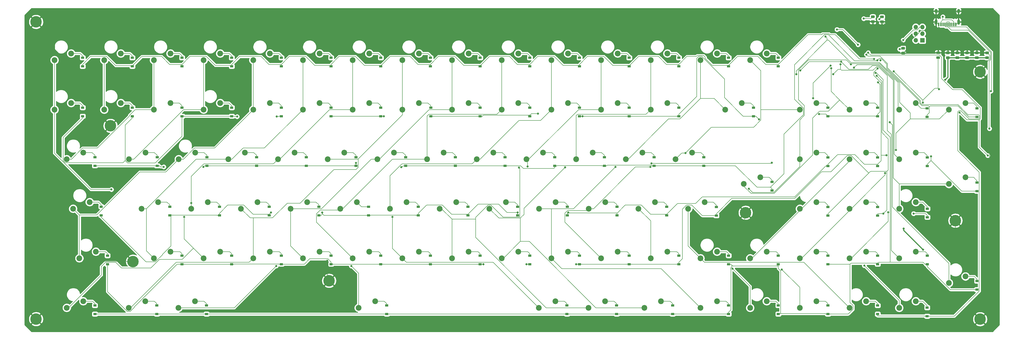
<source format=gbr>
G04 #@! TF.GenerationSoftware,KiCad,Pcbnew,(5.1.4)-1*
G04 #@! TF.CreationDate,2023-02-02T16:14:58+01:00*
G04 #@! TF.ProjectId,pcb,7063622e-6b69-4636-9164-5f7063625858,1.0*
G04 #@! TF.SameCoordinates,Original*
G04 #@! TF.FileFunction,Copper,L2,Bot*
G04 #@! TF.FilePolarity,Positive*
%FSLAX46Y46*%
G04 Gerber Fmt 4.6, Leading zero omitted, Abs format (unit mm)*
G04 Created by KiCad (PCBNEW (5.1.4)-1) date 2023-02-02 16:14:58*
%MOMM*%
%LPD*%
G04 APERTURE LIST*
%ADD10R,1.200000X0.900000*%
%ADD11C,0.100000*%
%ADD12C,0.975000*%
%ADD13R,1.700000X1.700000*%
%ADD14O,1.700000X1.700000*%
%ADD15C,4.400000*%
%ADD16C,0.700000*%
%ADD17O,1.000000X1.600000*%
%ADD18O,1.000000X2.100000*%
%ADD19R,0.300000X1.450000*%
%ADD20R,0.600000X1.450000*%
%ADD21C,2.200000*%
%ADD22C,0.800000*%
%ADD23C,0.150000*%
%ADD24C,0.400000*%
%ADD25C,0.254000*%
G04 APERTURE END LIST*
D10*
X168338000Y-180212000D03*
X168338000Y-176912000D03*
X206438000Y-180212000D03*
X206438000Y-176912000D03*
X282638000Y-180212000D03*
X282638000Y-176912000D03*
X225488000Y-180212000D03*
X225488000Y-176912000D03*
X244538000Y-180212000D03*
X244538000Y-176912000D03*
X73088500Y-180212000D03*
X73088500Y-176912000D03*
X263588000Y-180212000D03*
X263588000Y-176912000D03*
X368236000Y-161416000D03*
X368236000Y-158116000D03*
X330264000Y-180339000D03*
X330264000Y-177039000D03*
X49212500Y-180212000D03*
X49212500Y-176912000D03*
X308800000Y-189737000D03*
X308800000Y-186437000D03*
X111188000Y-180212000D03*
X111188000Y-176912000D03*
X187388000Y-180212000D03*
X187388000Y-176912000D03*
X149288000Y-180212000D03*
X149288000Y-176912000D03*
X387414000Y-161416000D03*
X387414000Y-158116000D03*
X92138500Y-180212000D03*
X92138500Y-176912000D03*
X130238000Y-180212000D03*
X130238000Y-176912000D03*
X368300000Y-234760000D03*
X368300000Y-238060000D03*
X116014000Y-199262000D03*
X116014000Y-195962000D03*
X268414000Y-199262000D03*
X268414000Y-195962000D03*
X330264000Y-199389000D03*
X330264000Y-196089000D03*
X211264000Y-199262000D03*
X211264000Y-195962000D03*
X287464000Y-199389000D03*
X287464000Y-196089000D03*
X154114000Y-199262000D03*
X154114000Y-195962000D03*
X192214000Y-199262000D03*
X192214000Y-195962000D03*
X230314000Y-199262000D03*
X230314000Y-195962000D03*
X368364000Y-200024000D03*
X368364000Y-196724000D03*
X349314000Y-199389000D03*
X349314000Y-196089000D03*
X54038500Y-218058000D03*
X54038500Y-214758000D03*
X368364000Y-180339000D03*
X368364000Y-177039000D03*
X135064000Y-199262000D03*
X135064000Y-195962000D03*
X173164000Y-199262000D03*
X173164000Y-195962000D03*
X349314000Y-180339000D03*
X349314000Y-177039000D03*
X249364000Y-199262000D03*
X249364000Y-195962000D03*
X387414000Y-189991000D03*
X387414000Y-186691000D03*
X51625500Y-199262000D03*
X51625500Y-195962000D03*
X77914500Y-199262000D03*
X77914500Y-195962000D03*
X96964500Y-199262000D03*
X96964500Y-195962000D03*
D11*
G36*
X391767142Y-138183174D02*
G01*
X391790803Y-138186684D01*
X391814007Y-138192496D01*
X391836529Y-138200554D01*
X391858153Y-138210782D01*
X391878670Y-138223079D01*
X391897883Y-138237329D01*
X391915607Y-138253393D01*
X391931671Y-138271117D01*
X391945921Y-138290330D01*
X391958218Y-138310847D01*
X391968446Y-138332471D01*
X391976504Y-138354993D01*
X391982316Y-138378197D01*
X391985826Y-138401858D01*
X391987000Y-138425750D01*
X391987000Y-138913250D01*
X391985826Y-138937142D01*
X391982316Y-138960803D01*
X391976504Y-138984007D01*
X391968446Y-139006529D01*
X391958218Y-139028153D01*
X391945921Y-139048670D01*
X391931671Y-139067883D01*
X391915607Y-139085607D01*
X391897883Y-139101671D01*
X391878670Y-139115921D01*
X391858153Y-139128218D01*
X391836529Y-139138446D01*
X391814007Y-139146504D01*
X391790803Y-139152316D01*
X391767142Y-139155826D01*
X391743250Y-139157000D01*
X390830750Y-139157000D01*
X390806858Y-139155826D01*
X390783197Y-139152316D01*
X390759993Y-139146504D01*
X390737471Y-139138446D01*
X390715847Y-139128218D01*
X390695330Y-139115921D01*
X390676117Y-139101671D01*
X390658393Y-139085607D01*
X390642329Y-139067883D01*
X390628079Y-139048670D01*
X390615782Y-139028153D01*
X390605554Y-139006529D01*
X390597496Y-138984007D01*
X390591684Y-138960803D01*
X390588174Y-138937142D01*
X390587000Y-138913250D01*
X390587000Y-138425750D01*
X390588174Y-138401858D01*
X390591684Y-138378197D01*
X390597496Y-138354993D01*
X390605554Y-138332471D01*
X390615782Y-138310847D01*
X390628079Y-138290330D01*
X390642329Y-138271117D01*
X390658393Y-138253393D01*
X390676117Y-138237329D01*
X390695330Y-138223079D01*
X390715847Y-138210782D01*
X390737471Y-138200554D01*
X390759993Y-138192496D01*
X390783197Y-138186684D01*
X390806858Y-138183174D01*
X390830750Y-138182000D01*
X391743250Y-138182000D01*
X391767142Y-138183174D01*
X391767142Y-138183174D01*
G37*
D12*
X391287000Y-138669500D03*
D11*
G36*
X391767142Y-136308174D02*
G01*
X391790803Y-136311684D01*
X391814007Y-136317496D01*
X391836529Y-136325554D01*
X391858153Y-136335782D01*
X391878670Y-136348079D01*
X391897883Y-136362329D01*
X391915607Y-136378393D01*
X391931671Y-136396117D01*
X391945921Y-136415330D01*
X391958218Y-136435847D01*
X391968446Y-136457471D01*
X391976504Y-136479993D01*
X391982316Y-136503197D01*
X391985826Y-136526858D01*
X391987000Y-136550750D01*
X391987000Y-137038250D01*
X391985826Y-137062142D01*
X391982316Y-137085803D01*
X391976504Y-137109007D01*
X391968446Y-137131529D01*
X391958218Y-137153153D01*
X391945921Y-137173670D01*
X391931671Y-137192883D01*
X391915607Y-137210607D01*
X391897883Y-137226671D01*
X391878670Y-137240921D01*
X391858153Y-137253218D01*
X391836529Y-137263446D01*
X391814007Y-137271504D01*
X391790803Y-137277316D01*
X391767142Y-137280826D01*
X391743250Y-137282000D01*
X390830750Y-137282000D01*
X390806858Y-137280826D01*
X390783197Y-137277316D01*
X390759993Y-137271504D01*
X390737471Y-137263446D01*
X390715847Y-137253218D01*
X390695330Y-137240921D01*
X390676117Y-137226671D01*
X390658393Y-137210607D01*
X390642329Y-137192883D01*
X390628079Y-137173670D01*
X390615782Y-137153153D01*
X390605554Y-137131529D01*
X390597496Y-137109007D01*
X390591684Y-137085803D01*
X390588174Y-137062142D01*
X390587000Y-137038250D01*
X390587000Y-136550750D01*
X390588174Y-136526858D01*
X390591684Y-136503197D01*
X390597496Y-136479993D01*
X390605554Y-136457471D01*
X390615782Y-136435847D01*
X390628079Y-136415330D01*
X390642329Y-136396117D01*
X390658393Y-136378393D01*
X390676117Y-136362329D01*
X390695330Y-136348079D01*
X390715847Y-136335782D01*
X390737471Y-136325554D01*
X390759993Y-136317496D01*
X390783197Y-136311684D01*
X390806858Y-136308174D01*
X390830750Y-136307000D01*
X391743250Y-136307000D01*
X391767142Y-136308174D01*
X391767142Y-136308174D01*
G37*
D12*
X391287000Y-136794500D03*
D11*
G36*
X347952142Y-124291174D02*
G01*
X347975803Y-124294684D01*
X347999007Y-124300496D01*
X348021529Y-124308554D01*
X348043153Y-124318782D01*
X348063670Y-124331079D01*
X348082883Y-124345329D01*
X348100607Y-124361393D01*
X348116671Y-124379117D01*
X348130921Y-124398330D01*
X348143218Y-124418847D01*
X348153446Y-124440471D01*
X348161504Y-124462993D01*
X348167316Y-124486197D01*
X348170826Y-124509858D01*
X348172000Y-124533750D01*
X348172000Y-125021250D01*
X348170826Y-125045142D01*
X348167316Y-125068803D01*
X348161504Y-125092007D01*
X348153446Y-125114529D01*
X348143218Y-125136153D01*
X348130921Y-125156670D01*
X348116671Y-125175883D01*
X348100607Y-125193607D01*
X348082883Y-125209671D01*
X348063670Y-125223921D01*
X348043153Y-125236218D01*
X348021529Y-125246446D01*
X347999007Y-125254504D01*
X347975803Y-125260316D01*
X347952142Y-125263826D01*
X347928250Y-125265000D01*
X347015750Y-125265000D01*
X346991858Y-125263826D01*
X346968197Y-125260316D01*
X346944993Y-125254504D01*
X346922471Y-125246446D01*
X346900847Y-125236218D01*
X346880330Y-125223921D01*
X346861117Y-125209671D01*
X346843393Y-125193607D01*
X346827329Y-125175883D01*
X346813079Y-125156670D01*
X346800782Y-125136153D01*
X346790554Y-125114529D01*
X346782496Y-125092007D01*
X346776684Y-125068803D01*
X346773174Y-125045142D01*
X346772000Y-125021250D01*
X346772000Y-124533750D01*
X346773174Y-124509858D01*
X346776684Y-124486197D01*
X346782496Y-124462993D01*
X346790554Y-124440471D01*
X346800782Y-124418847D01*
X346813079Y-124398330D01*
X346827329Y-124379117D01*
X346843393Y-124361393D01*
X346861117Y-124345329D01*
X346880330Y-124331079D01*
X346900847Y-124318782D01*
X346922471Y-124308554D01*
X346944993Y-124300496D01*
X346968197Y-124294684D01*
X346991858Y-124291174D01*
X347015750Y-124290000D01*
X347928250Y-124290000D01*
X347952142Y-124291174D01*
X347952142Y-124291174D01*
G37*
D12*
X347472000Y-124777500D03*
D11*
G36*
X347952142Y-122416174D02*
G01*
X347975803Y-122419684D01*
X347999007Y-122425496D01*
X348021529Y-122433554D01*
X348043153Y-122443782D01*
X348063670Y-122456079D01*
X348082883Y-122470329D01*
X348100607Y-122486393D01*
X348116671Y-122504117D01*
X348130921Y-122523330D01*
X348143218Y-122543847D01*
X348153446Y-122565471D01*
X348161504Y-122587993D01*
X348167316Y-122611197D01*
X348170826Y-122634858D01*
X348172000Y-122658750D01*
X348172000Y-123146250D01*
X348170826Y-123170142D01*
X348167316Y-123193803D01*
X348161504Y-123217007D01*
X348153446Y-123239529D01*
X348143218Y-123261153D01*
X348130921Y-123281670D01*
X348116671Y-123300883D01*
X348100607Y-123318607D01*
X348082883Y-123334671D01*
X348063670Y-123348921D01*
X348043153Y-123361218D01*
X348021529Y-123371446D01*
X347999007Y-123379504D01*
X347975803Y-123385316D01*
X347952142Y-123388826D01*
X347928250Y-123390000D01*
X347015750Y-123390000D01*
X346991858Y-123388826D01*
X346968197Y-123385316D01*
X346944993Y-123379504D01*
X346922471Y-123371446D01*
X346900847Y-123361218D01*
X346880330Y-123348921D01*
X346861117Y-123334671D01*
X346843393Y-123318607D01*
X346827329Y-123300883D01*
X346813079Y-123281670D01*
X346800782Y-123261153D01*
X346790554Y-123239529D01*
X346782496Y-123217007D01*
X346776684Y-123193803D01*
X346773174Y-123170142D01*
X346772000Y-123146250D01*
X346772000Y-122658750D01*
X346773174Y-122634858D01*
X346776684Y-122611197D01*
X346782496Y-122587993D01*
X346790554Y-122565471D01*
X346800782Y-122543847D01*
X346813079Y-122523330D01*
X346827329Y-122504117D01*
X346843393Y-122486393D01*
X346861117Y-122470329D01*
X346880330Y-122456079D01*
X346900847Y-122443782D01*
X346922471Y-122433554D01*
X346944993Y-122425496D01*
X346968197Y-122419684D01*
X346991858Y-122416174D01*
X347015750Y-122415000D01*
X347928250Y-122415000D01*
X347952142Y-122416174D01*
X347952142Y-122416174D01*
G37*
D12*
X347472000Y-122902500D03*
D10*
X139764000Y-141985000D03*
X139764000Y-138685000D03*
X235014000Y-141985000D03*
X235014000Y-138685000D03*
X196914000Y-141985000D03*
X196914000Y-138685000D03*
D11*
G36*
X359572142Y-136419174D02*
G01*
X359595803Y-136422684D01*
X359619007Y-136428496D01*
X359641529Y-136436554D01*
X359663153Y-136446782D01*
X359683670Y-136459079D01*
X359702883Y-136473329D01*
X359720607Y-136489393D01*
X359736671Y-136507117D01*
X359750921Y-136526330D01*
X359763218Y-136546847D01*
X359773446Y-136568471D01*
X359781504Y-136590993D01*
X359787316Y-136614197D01*
X359790826Y-136637858D01*
X359792000Y-136661750D01*
X359792000Y-137149250D01*
X359790826Y-137173142D01*
X359787316Y-137196803D01*
X359781504Y-137220007D01*
X359773446Y-137242529D01*
X359763218Y-137264153D01*
X359750921Y-137284670D01*
X359736671Y-137303883D01*
X359720607Y-137321607D01*
X359702883Y-137337671D01*
X359683670Y-137351921D01*
X359663153Y-137364218D01*
X359641529Y-137374446D01*
X359619007Y-137382504D01*
X359595803Y-137388316D01*
X359572142Y-137391826D01*
X359548250Y-137393000D01*
X358635750Y-137393000D01*
X358611858Y-137391826D01*
X358588197Y-137388316D01*
X358564993Y-137382504D01*
X358542471Y-137374446D01*
X358520847Y-137364218D01*
X358500330Y-137351921D01*
X358481117Y-137337671D01*
X358463393Y-137321607D01*
X358447329Y-137303883D01*
X358433079Y-137284670D01*
X358420782Y-137264153D01*
X358410554Y-137242529D01*
X358402496Y-137220007D01*
X358396684Y-137196803D01*
X358393174Y-137173142D01*
X358392000Y-137149250D01*
X358392000Y-136661750D01*
X358393174Y-136637858D01*
X358396684Y-136614197D01*
X358402496Y-136590993D01*
X358410554Y-136568471D01*
X358420782Y-136546847D01*
X358433079Y-136526330D01*
X358447329Y-136507117D01*
X358463393Y-136489393D01*
X358481117Y-136473329D01*
X358500330Y-136459079D01*
X358520847Y-136446782D01*
X358542471Y-136436554D01*
X358564993Y-136428496D01*
X358588197Y-136422684D01*
X358611858Y-136419174D01*
X358635750Y-136418000D01*
X359548250Y-136418000D01*
X359572142Y-136419174D01*
X359572142Y-136419174D01*
G37*
D12*
X359092000Y-136905500D03*
D11*
G36*
X359572142Y-134544174D02*
G01*
X359595803Y-134547684D01*
X359619007Y-134553496D01*
X359641529Y-134561554D01*
X359663153Y-134571782D01*
X359683670Y-134584079D01*
X359702883Y-134598329D01*
X359720607Y-134614393D01*
X359736671Y-134632117D01*
X359750921Y-134651330D01*
X359763218Y-134671847D01*
X359773446Y-134693471D01*
X359781504Y-134715993D01*
X359787316Y-134739197D01*
X359790826Y-134762858D01*
X359792000Y-134786750D01*
X359792000Y-135274250D01*
X359790826Y-135298142D01*
X359787316Y-135321803D01*
X359781504Y-135345007D01*
X359773446Y-135367529D01*
X359763218Y-135389153D01*
X359750921Y-135409670D01*
X359736671Y-135428883D01*
X359720607Y-135446607D01*
X359702883Y-135462671D01*
X359683670Y-135476921D01*
X359663153Y-135489218D01*
X359641529Y-135499446D01*
X359619007Y-135507504D01*
X359595803Y-135513316D01*
X359572142Y-135516826D01*
X359548250Y-135518000D01*
X358635750Y-135518000D01*
X358611858Y-135516826D01*
X358588197Y-135513316D01*
X358564993Y-135507504D01*
X358542471Y-135499446D01*
X358520847Y-135489218D01*
X358500330Y-135476921D01*
X358481117Y-135462671D01*
X358463393Y-135446607D01*
X358447329Y-135428883D01*
X358433079Y-135409670D01*
X358420782Y-135389153D01*
X358410554Y-135367529D01*
X358402496Y-135345007D01*
X358396684Y-135321803D01*
X358393174Y-135298142D01*
X358392000Y-135274250D01*
X358392000Y-134786750D01*
X358393174Y-134762858D01*
X358396684Y-134739197D01*
X358402496Y-134715993D01*
X358410554Y-134693471D01*
X358420782Y-134671847D01*
X358433079Y-134651330D01*
X358447329Y-134632117D01*
X358463393Y-134614393D01*
X358481117Y-134598329D01*
X358500330Y-134584079D01*
X358520847Y-134571782D01*
X358542471Y-134561554D01*
X358564993Y-134553496D01*
X358588197Y-134547684D01*
X358611858Y-134544174D01*
X358635750Y-134543000D01*
X359548250Y-134543000D01*
X359572142Y-134544174D01*
X359572142Y-134544174D01*
G37*
D12*
X359092000Y-135030500D03*
D10*
X82613500Y-141985000D03*
X82613500Y-138685000D03*
X120714000Y-141985000D03*
X120714000Y-138685000D03*
X63563500Y-141986000D03*
X63563500Y-138686000D03*
D11*
G36*
X380337142Y-138183174D02*
G01*
X380360803Y-138186684D01*
X380384007Y-138192496D01*
X380406529Y-138200554D01*
X380428153Y-138210782D01*
X380448670Y-138223079D01*
X380467883Y-138237329D01*
X380485607Y-138253393D01*
X380501671Y-138271117D01*
X380515921Y-138290330D01*
X380528218Y-138310847D01*
X380538446Y-138332471D01*
X380546504Y-138354993D01*
X380552316Y-138378197D01*
X380555826Y-138401858D01*
X380557000Y-138425750D01*
X380557000Y-138913250D01*
X380555826Y-138937142D01*
X380552316Y-138960803D01*
X380546504Y-138984007D01*
X380538446Y-139006529D01*
X380528218Y-139028153D01*
X380515921Y-139048670D01*
X380501671Y-139067883D01*
X380485607Y-139085607D01*
X380467883Y-139101671D01*
X380448670Y-139115921D01*
X380428153Y-139128218D01*
X380406529Y-139138446D01*
X380384007Y-139146504D01*
X380360803Y-139152316D01*
X380337142Y-139155826D01*
X380313250Y-139157000D01*
X379400750Y-139157000D01*
X379376858Y-139155826D01*
X379353197Y-139152316D01*
X379329993Y-139146504D01*
X379307471Y-139138446D01*
X379285847Y-139128218D01*
X379265330Y-139115921D01*
X379246117Y-139101671D01*
X379228393Y-139085607D01*
X379212329Y-139067883D01*
X379198079Y-139048670D01*
X379185782Y-139028153D01*
X379175554Y-139006529D01*
X379167496Y-138984007D01*
X379161684Y-138960803D01*
X379158174Y-138937142D01*
X379157000Y-138913250D01*
X379157000Y-138425750D01*
X379158174Y-138401858D01*
X379161684Y-138378197D01*
X379167496Y-138354993D01*
X379175554Y-138332471D01*
X379185782Y-138310847D01*
X379198079Y-138290330D01*
X379212329Y-138271117D01*
X379228393Y-138253393D01*
X379246117Y-138237329D01*
X379265330Y-138223079D01*
X379285847Y-138210782D01*
X379307471Y-138200554D01*
X379329993Y-138192496D01*
X379353197Y-138186684D01*
X379376858Y-138183174D01*
X379400750Y-138182000D01*
X380313250Y-138182000D01*
X380337142Y-138183174D01*
X380337142Y-138183174D01*
G37*
D12*
X379857000Y-138669500D03*
D11*
G36*
X380337142Y-136308174D02*
G01*
X380360803Y-136311684D01*
X380384007Y-136317496D01*
X380406529Y-136325554D01*
X380428153Y-136335782D01*
X380448670Y-136348079D01*
X380467883Y-136362329D01*
X380485607Y-136378393D01*
X380501671Y-136396117D01*
X380515921Y-136415330D01*
X380528218Y-136435847D01*
X380538446Y-136457471D01*
X380546504Y-136479993D01*
X380552316Y-136503197D01*
X380555826Y-136526858D01*
X380557000Y-136550750D01*
X380557000Y-137038250D01*
X380555826Y-137062142D01*
X380552316Y-137085803D01*
X380546504Y-137109007D01*
X380538446Y-137131529D01*
X380528218Y-137153153D01*
X380515921Y-137173670D01*
X380501671Y-137192883D01*
X380485607Y-137210607D01*
X380467883Y-137226671D01*
X380448670Y-137240921D01*
X380428153Y-137253218D01*
X380406529Y-137263446D01*
X380384007Y-137271504D01*
X380360803Y-137277316D01*
X380337142Y-137280826D01*
X380313250Y-137282000D01*
X379400750Y-137282000D01*
X379376858Y-137280826D01*
X379353197Y-137277316D01*
X379329993Y-137271504D01*
X379307471Y-137263446D01*
X379285847Y-137253218D01*
X379265330Y-137240921D01*
X379246117Y-137226671D01*
X379228393Y-137210607D01*
X379212329Y-137192883D01*
X379198079Y-137173670D01*
X379185782Y-137153153D01*
X379175554Y-137131529D01*
X379167496Y-137109007D01*
X379161684Y-137085803D01*
X379158174Y-137062142D01*
X379157000Y-137038250D01*
X379157000Y-136550750D01*
X379158174Y-136526858D01*
X379161684Y-136503197D01*
X379167496Y-136479993D01*
X379175554Y-136457471D01*
X379185782Y-136435847D01*
X379198079Y-136415330D01*
X379212329Y-136396117D01*
X379228393Y-136378393D01*
X379246117Y-136362329D01*
X379265330Y-136348079D01*
X379285847Y-136335782D01*
X379307471Y-136325554D01*
X379329993Y-136317496D01*
X379353197Y-136311684D01*
X379376858Y-136308174D01*
X379400750Y-136307000D01*
X380313250Y-136307000D01*
X380337142Y-136308174D01*
X380337142Y-136308174D01*
G37*
D12*
X379857000Y-136794500D03*
D10*
X158814000Y-141985000D03*
X158814000Y-138685000D03*
X292164000Y-141985000D03*
X292164000Y-138685000D03*
D11*
G36*
X351444142Y-124339174D02*
G01*
X351467803Y-124342684D01*
X351491007Y-124348496D01*
X351513529Y-124356554D01*
X351535153Y-124366782D01*
X351555670Y-124379079D01*
X351574883Y-124393329D01*
X351592607Y-124409393D01*
X351608671Y-124427117D01*
X351622921Y-124446330D01*
X351635218Y-124466847D01*
X351645446Y-124488471D01*
X351653504Y-124510993D01*
X351659316Y-124534197D01*
X351662826Y-124557858D01*
X351664000Y-124581750D01*
X351664000Y-125069250D01*
X351662826Y-125093142D01*
X351659316Y-125116803D01*
X351653504Y-125140007D01*
X351645446Y-125162529D01*
X351635218Y-125184153D01*
X351622921Y-125204670D01*
X351608671Y-125223883D01*
X351592607Y-125241607D01*
X351574883Y-125257671D01*
X351555670Y-125271921D01*
X351535153Y-125284218D01*
X351513529Y-125294446D01*
X351491007Y-125302504D01*
X351467803Y-125308316D01*
X351444142Y-125311826D01*
X351420250Y-125313000D01*
X350507750Y-125313000D01*
X350483858Y-125311826D01*
X350460197Y-125308316D01*
X350436993Y-125302504D01*
X350414471Y-125294446D01*
X350392847Y-125284218D01*
X350372330Y-125271921D01*
X350353117Y-125257671D01*
X350335393Y-125241607D01*
X350319329Y-125223883D01*
X350305079Y-125204670D01*
X350292782Y-125184153D01*
X350282554Y-125162529D01*
X350274496Y-125140007D01*
X350268684Y-125116803D01*
X350265174Y-125093142D01*
X350264000Y-125069250D01*
X350264000Y-124581750D01*
X350265174Y-124557858D01*
X350268684Y-124534197D01*
X350274496Y-124510993D01*
X350282554Y-124488471D01*
X350292782Y-124466847D01*
X350305079Y-124446330D01*
X350319329Y-124427117D01*
X350335393Y-124409393D01*
X350353117Y-124393329D01*
X350372330Y-124379079D01*
X350392847Y-124366782D01*
X350414471Y-124356554D01*
X350436993Y-124348496D01*
X350460197Y-124342684D01*
X350483858Y-124339174D01*
X350507750Y-124338000D01*
X351420250Y-124338000D01*
X351444142Y-124339174D01*
X351444142Y-124339174D01*
G37*
D12*
X350964000Y-124825500D03*
D11*
G36*
X351444142Y-122464174D02*
G01*
X351467803Y-122467684D01*
X351491007Y-122473496D01*
X351513529Y-122481554D01*
X351535153Y-122491782D01*
X351555670Y-122504079D01*
X351574883Y-122518329D01*
X351592607Y-122534393D01*
X351608671Y-122552117D01*
X351622921Y-122571330D01*
X351635218Y-122591847D01*
X351645446Y-122613471D01*
X351653504Y-122635993D01*
X351659316Y-122659197D01*
X351662826Y-122682858D01*
X351664000Y-122706750D01*
X351664000Y-123194250D01*
X351662826Y-123218142D01*
X351659316Y-123241803D01*
X351653504Y-123265007D01*
X351645446Y-123287529D01*
X351635218Y-123309153D01*
X351622921Y-123329670D01*
X351608671Y-123348883D01*
X351592607Y-123366607D01*
X351574883Y-123382671D01*
X351555670Y-123396921D01*
X351535153Y-123409218D01*
X351513529Y-123419446D01*
X351491007Y-123427504D01*
X351467803Y-123433316D01*
X351444142Y-123436826D01*
X351420250Y-123438000D01*
X350507750Y-123438000D01*
X350483858Y-123436826D01*
X350460197Y-123433316D01*
X350436993Y-123427504D01*
X350414471Y-123419446D01*
X350392847Y-123409218D01*
X350372330Y-123396921D01*
X350353117Y-123382671D01*
X350335393Y-123366607D01*
X350319329Y-123348883D01*
X350305079Y-123329670D01*
X350292782Y-123309153D01*
X350282554Y-123287529D01*
X350274496Y-123265007D01*
X350268684Y-123241803D01*
X350265174Y-123218142D01*
X350264000Y-123194250D01*
X350264000Y-122706750D01*
X350265174Y-122682858D01*
X350268684Y-122659197D01*
X350274496Y-122635993D01*
X350282554Y-122613471D01*
X350292782Y-122591847D01*
X350305079Y-122571330D01*
X350319329Y-122552117D01*
X350335393Y-122534393D01*
X350353117Y-122518329D01*
X350372330Y-122504079D01*
X350392847Y-122491782D01*
X350414471Y-122481554D01*
X350436993Y-122473496D01*
X350460197Y-122467684D01*
X350483858Y-122464174D01*
X350507750Y-122463000D01*
X351420250Y-122463000D01*
X351444142Y-122464174D01*
X351444142Y-122464174D01*
G37*
D12*
X350964000Y-122950500D03*
D10*
X215964000Y-141985000D03*
X215964000Y-138685000D03*
X44513500Y-138685000D03*
X44513500Y-141985000D03*
D11*
G36*
X387830142Y-138183174D02*
G01*
X387853803Y-138186684D01*
X387877007Y-138192496D01*
X387899529Y-138200554D01*
X387921153Y-138210782D01*
X387941670Y-138223079D01*
X387960883Y-138237329D01*
X387978607Y-138253393D01*
X387994671Y-138271117D01*
X388008921Y-138290330D01*
X388021218Y-138310847D01*
X388031446Y-138332471D01*
X388039504Y-138354993D01*
X388045316Y-138378197D01*
X388048826Y-138401858D01*
X388050000Y-138425750D01*
X388050000Y-138913250D01*
X388048826Y-138937142D01*
X388045316Y-138960803D01*
X388039504Y-138984007D01*
X388031446Y-139006529D01*
X388021218Y-139028153D01*
X388008921Y-139048670D01*
X387994671Y-139067883D01*
X387978607Y-139085607D01*
X387960883Y-139101671D01*
X387941670Y-139115921D01*
X387921153Y-139128218D01*
X387899529Y-139138446D01*
X387877007Y-139146504D01*
X387853803Y-139152316D01*
X387830142Y-139155826D01*
X387806250Y-139157000D01*
X386893750Y-139157000D01*
X386869858Y-139155826D01*
X386846197Y-139152316D01*
X386822993Y-139146504D01*
X386800471Y-139138446D01*
X386778847Y-139128218D01*
X386758330Y-139115921D01*
X386739117Y-139101671D01*
X386721393Y-139085607D01*
X386705329Y-139067883D01*
X386691079Y-139048670D01*
X386678782Y-139028153D01*
X386668554Y-139006529D01*
X386660496Y-138984007D01*
X386654684Y-138960803D01*
X386651174Y-138937142D01*
X386650000Y-138913250D01*
X386650000Y-138425750D01*
X386651174Y-138401858D01*
X386654684Y-138378197D01*
X386660496Y-138354993D01*
X386668554Y-138332471D01*
X386678782Y-138310847D01*
X386691079Y-138290330D01*
X386705329Y-138271117D01*
X386721393Y-138253393D01*
X386739117Y-138237329D01*
X386758330Y-138223079D01*
X386778847Y-138210782D01*
X386800471Y-138200554D01*
X386822993Y-138192496D01*
X386846197Y-138186684D01*
X386869858Y-138183174D01*
X386893750Y-138182000D01*
X387806250Y-138182000D01*
X387830142Y-138183174D01*
X387830142Y-138183174D01*
G37*
D12*
X387350000Y-138669500D03*
D11*
G36*
X387830142Y-136308174D02*
G01*
X387853803Y-136311684D01*
X387877007Y-136317496D01*
X387899529Y-136325554D01*
X387921153Y-136335782D01*
X387941670Y-136348079D01*
X387960883Y-136362329D01*
X387978607Y-136378393D01*
X387994671Y-136396117D01*
X388008921Y-136415330D01*
X388021218Y-136435847D01*
X388031446Y-136457471D01*
X388039504Y-136479993D01*
X388045316Y-136503197D01*
X388048826Y-136526858D01*
X388050000Y-136550750D01*
X388050000Y-137038250D01*
X388048826Y-137062142D01*
X388045316Y-137085803D01*
X388039504Y-137109007D01*
X388031446Y-137131529D01*
X388021218Y-137153153D01*
X388008921Y-137173670D01*
X387994671Y-137192883D01*
X387978607Y-137210607D01*
X387960883Y-137226671D01*
X387941670Y-137240921D01*
X387921153Y-137253218D01*
X387899529Y-137263446D01*
X387877007Y-137271504D01*
X387853803Y-137277316D01*
X387830142Y-137280826D01*
X387806250Y-137282000D01*
X386893750Y-137282000D01*
X386869858Y-137280826D01*
X386846197Y-137277316D01*
X386822993Y-137271504D01*
X386800471Y-137263446D01*
X386778847Y-137253218D01*
X386758330Y-137240921D01*
X386739117Y-137226671D01*
X386721393Y-137210607D01*
X386705329Y-137192883D01*
X386691079Y-137173670D01*
X386678782Y-137153153D01*
X386668554Y-137131529D01*
X386660496Y-137109007D01*
X386654684Y-137085803D01*
X386651174Y-137062142D01*
X386650000Y-137038250D01*
X386650000Y-136550750D01*
X386651174Y-136526858D01*
X386654684Y-136503197D01*
X386660496Y-136479993D01*
X386668554Y-136457471D01*
X386678782Y-136435847D01*
X386691079Y-136415330D01*
X386705329Y-136396117D01*
X386721393Y-136378393D01*
X386739117Y-136362329D01*
X386758330Y-136348079D01*
X386778847Y-136335782D01*
X386800471Y-136325554D01*
X386822993Y-136317496D01*
X386846197Y-136311684D01*
X386869858Y-136308174D01*
X386893750Y-136307000D01*
X387806250Y-136307000D01*
X387830142Y-136308174D01*
X387830142Y-136308174D01*
G37*
D12*
X387350000Y-136794500D03*
D11*
G36*
X376718142Y-138183174D02*
G01*
X376741803Y-138186684D01*
X376765007Y-138192496D01*
X376787529Y-138200554D01*
X376809153Y-138210782D01*
X376829670Y-138223079D01*
X376848883Y-138237329D01*
X376866607Y-138253393D01*
X376882671Y-138271117D01*
X376896921Y-138290330D01*
X376909218Y-138310847D01*
X376919446Y-138332471D01*
X376927504Y-138354993D01*
X376933316Y-138378197D01*
X376936826Y-138401858D01*
X376938000Y-138425750D01*
X376938000Y-138913250D01*
X376936826Y-138937142D01*
X376933316Y-138960803D01*
X376927504Y-138984007D01*
X376919446Y-139006529D01*
X376909218Y-139028153D01*
X376896921Y-139048670D01*
X376882671Y-139067883D01*
X376866607Y-139085607D01*
X376848883Y-139101671D01*
X376829670Y-139115921D01*
X376809153Y-139128218D01*
X376787529Y-139138446D01*
X376765007Y-139146504D01*
X376741803Y-139152316D01*
X376718142Y-139155826D01*
X376694250Y-139157000D01*
X375781750Y-139157000D01*
X375757858Y-139155826D01*
X375734197Y-139152316D01*
X375710993Y-139146504D01*
X375688471Y-139138446D01*
X375666847Y-139128218D01*
X375646330Y-139115921D01*
X375627117Y-139101671D01*
X375609393Y-139085607D01*
X375593329Y-139067883D01*
X375579079Y-139048670D01*
X375566782Y-139028153D01*
X375556554Y-139006529D01*
X375548496Y-138984007D01*
X375542684Y-138960803D01*
X375539174Y-138937142D01*
X375538000Y-138913250D01*
X375538000Y-138425750D01*
X375539174Y-138401858D01*
X375542684Y-138378197D01*
X375548496Y-138354993D01*
X375556554Y-138332471D01*
X375566782Y-138310847D01*
X375579079Y-138290330D01*
X375593329Y-138271117D01*
X375609393Y-138253393D01*
X375627117Y-138237329D01*
X375646330Y-138223079D01*
X375666847Y-138210782D01*
X375688471Y-138200554D01*
X375710993Y-138192496D01*
X375734197Y-138186684D01*
X375757858Y-138183174D01*
X375781750Y-138182000D01*
X376694250Y-138182000D01*
X376718142Y-138183174D01*
X376718142Y-138183174D01*
G37*
D12*
X376238000Y-138669500D03*
D11*
G36*
X376718142Y-136308174D02*
G01*
X376741803Y-136311684D01*
X376765007Y-136317496D01*
X376787529Y-136325554D01*
X376809153Y-136335782D01*
X376829670Y-136348079D01*
X376848883Y-136362329D01*
X376866607Y-136378393D01*
X376882671Y-136396117D01*
X376896921Y-136415330D01*
X376909218Y-136435847D01*
X376919446Y-136457471D01*
X376927504Y-136479993D01*
X376933316Y-136503197D01*
X376936826Y-136526858D01*
X376938000Y-136550750D01*
X376938000Y-137038250D01*
X376936826Y-137062142D01*
X376933316Y-137085803D01*
X376927504Y-137109007D01*
X376919446Y-137131529D01*
X376909218Y-137153153D01*
X376896921Y-137173670D01*
X376882671Y-137192883D01*
X376866607Y-137210607D01*
X376848883Y-137226671D01*
X376829670Y-137240921D01*
X376809153Y-137253218D01*
X376787529Y-137263446D01*
X376765007Y-137271504D01*
X376741803Y-137277316D01*
X376718142Y-137280826D01*
X376694250Y-137282000D01*
X375781750Y-137282000D01*
X375757858Y-137280826D01*
X375734197Y-137277316D01*
X375710993Y-137271504D01*
X375688471Y-137263446D01*
X375666847Y-137253218D01*
X375646330Y-137240921D01*
X375627117Y-137226671D01*
X375609393Y-137210607D01*
X375593329Y-137192883D01*
X375579079Y-137173670D01*
X375566782Y-137153153D01*
X375556554Y-137131529D01*
X375548496Y-137109007D01*
X375542684Y-137085803D01*
X375539174Y-137062142D01*
X375538000Y-137038250D01*
X375538000Y-136550750D01*
X375539174Y-136526858D01*
X375542684Y-136503197D01*
X375548496Y-136479993D01*
X375556554Y-136457471D01*
X375566782Y-136435847D01*
X375579079Y-136415330D01*
X375593329Y-136396117D01*
X375609393Y-136378393D01*
X375627117Y-136362329D01*
X375646330Y-136348079D01*
X375666847Y-136335782D01*
X375688471Y-136325554D01*
X375710993Y-136317496D01*
X375734197Y-136311684D01*
X375757858Y-136308174D01*
X375781750Y-136307000D01*
X376694250Y-136307000D01*
X376718142Y-136308174D01*
X376718142Y-136308174D01*
G37*
D12*
X376238000Y-136794500D03*
D10*
X101664000Y-141985000D03*
X101664000Y-138685000D03*
X254064000Y-141985000D03*
X254064000Y-138685000D03*
X311214000Y-141985000D03*
X311214000Y-138685000D03*
D11*
G36*
X384084142Y-138183174D02*
G01*
X384107803Y-138186684D01*
X384131007Y-138192496D01*
X384153529Y-138200554D01*
X384175153Y-138210782D01*
X384195670Y-138223079D01*
X384214883Y-138237329D01*
X384232607Y-138253393D01*
X384248671Y-138271117D01*
X384262921Y-138290330D01*
X384275218Y-138310847D01*
X384285446Y-138332471D01*
X384293504Y-138354993D01*
X384299316Y-138378197D01*
X384302826Y-138401858D01*
X384304000Y-138425750D01*
X384304000Y-138913250D01*
X384302826Y-138937142D01*
X384299316Y-138960803D01*
X384293504Y-138984007D01*
X384285446Y-139006529D01*
X384275218Y-139028153D01*
X384262921Y-139048670D01*
X384248671Y-139067883D01*
X384232607Y-139085607D01*
X384214883Y-139101671D01*
X384195670Y-139115921D01*
X384175153Y-139128218D01*
X384153529Y-139138446D01*
X384131007Y-139146504D01*
X384107803Y-139152316D01*
X384084142Y-139155826D01*
X384060250Y-139157000D01*
X383147750Y-139157000D01*
X383123858Y-139155826D01*
X383100197Y-139152316D01*
X383076993Y-139146504D01*
X383054471Y-139138446D01*
X383032847Y-139128218D01*
X383012330Y-139115921D01*
X382993117Y-139101671D01*
X382975393Y-139085607D01*
X382959329Y-139067883D01*
X382945079Y-139048670D01*
X382932782Y-139028153D01*
X382922554Y-139006529D01*
X382914496Y-138984007D01*
X382908684Y-138960803D01*
X382905174Y-138937142D01*
X382904000Y-138913250D01*
X382904000Y-138425750D01*
X382905174Y-138401858D01*
X382908684Y-138378197D01*
X382914496Y-138354993D01*
X382922554Y-138332471D01*
X382932782Y-138310847D01*
X382945079Y-138290330D01*
X382959329Y-138271117D01*
X382975393Y-138253393D01*
X382993117Y-138237329D01*
X383012330Y-138223079D01*
X383032847Y-138210782D01*
X383054471Y-138200554D01*
X383076993Y-138192496D01*
X383100197Y-138186684D01*
X383123858Y-138183174D01*
X383147750Y-138182000D01*
X384060250Y-138182000D01*
X384084142Y-138183174D01*
X384084142Y-138183174D01*
G37*
D12*
X383604000Y-138669500D03*
D11*
G36*
X384084142Y-136308174D02*
G01*
X384107803Y-136311684D01*
X384131007Y-136317496D01*
X384153529Y-136325554D01*
X384175153Y-136335782D01*
X384195670Y-136348079D01*
X384214883Y-136362329D01*
X384232607Y-136378393D01*
X384248671Y-136396117D01*
X384262921Y-136415330D01*
X384275218Y-136435847D01*
X384285446Y-136457471D01*
X384293504Y-136479993D01*
X384299316Y-136503197D01*
X384302826Y-136526858D01*
X384304000Y-136550750D01*
X384304000Y-137038250D01*
X384302826Y-137062142D01*
X384299316Y-137085803D01*
X384293504Y-137109007D01*
X384285446Y-137131529D01*
X384275218Y-137153153D01*
X384262921Y-137173670D01*
X384248671Y-137192883D01*
X384232607Y-137210607D01*
X384214883Y-137226671D01*
X384195670Y-137240921D01*
X384175153Y-137253218D01*
X384153529Y-137263446D01*
X384131007Y-137271504D01*
X384107803Y-137277316D01*
X384084142Y-137280826D01*
X384060250Y-137282000D01*
X383147750Y-137282000D01*
X383123858Y-137280826D01*
X383100197Y-137277316D01*
X383076993Y-137271504D01*
X383054471Y-137263446D01*
X383032847Y-137253218D01*
X383012330Y-137240921D01*
X382993117Y-137226671D01*
X382975393Y-137210607D01*
X382959329Y-137192883D01*
X382945079Y-137173670D01*
X382932782Y-137153153D01*
X382922554Y-137131529D01*
X382914496Y-137109007D01*
X382908684Y-137085803D01*
X382905174Y-137062142D01*
X382904000Y-137038250D01*
X382904000Y-136550750D01*
X382905174Y-136526858D01*
X382908684Y-136503197D01*
X382914496Y-136479993D01*
X382922554Y-136457471D01*
X382932782Y-136435847D01*
X382945079Y-136415330D01*
X382959329Y-136396117D01*
X382975393Y-136378393D01*
X382993117Y-136362329D01*
X383012330Y-136348079D01*
X383032847Y-136335782D01*
X383054471Y-136325554D01*
X383076993Y-136317496D01*
X383100197Y-136311684D01*
X383123858Y-136308174D01*
X383147750Y-136307000D01*
X384060250Y-136307000D01*
X384084142Y-136308174D01*
X384084142Y-136308174D01*
G37*
D12*
X383604000Y-136794500D03*
D10*
X177864000Y-141985000D03*
X177864000Y-138685000D03*
X273114000Y-141985000D03*
X273114000Y-138685000D03*
X139764000Y-161162000D03*
X139764000Y-157862000D03*
X196914000Y-161162000D03*
X196914000Y-157862000D03*
X254064000Y-161162000D03*
X254064000Y-157862000D03*
X330264000Y-161162000D03*
X330264000Y-157862000D03*
X349314000Y-161162000D03*
X349314000Y-157862000D03*
X82613500Y-161162000D03*
X82613500Y-157862000D03*
X235014000Y-161162000D03*
X235014000Y-157862000D03*
X273114000Y-161162000D03*
X273114000Y-157862000D03*
X215964000Y-161162000D03*
X215964000Y-157862000D03*
X101664000Y-161162000D03*
X101664000Y-157862000D03*
X120714000Y-161162000D03*
X120714000Y-157862000D03*
X158814000Y-161162000D03*
X158814000Y-157862000D03*
X301688000Y-161162000D03*
X301688000Y-157862000D03*
X177990000Y-161162000D03*
X177990000Y-157862000D03*
X44513500Y-161163000D03*
X44513500Y-157863000D03*
X63563500Y-161163000D03*
X63563500Y-157863000D03*
X292164000Y-237235000D03*
X292164000Y-233935000D03*
X330264000Y-237235000D03*
X330264000Y-233935000D03*
X311214000Y-237235000D03*
X311214000Y-233935000D03*
X249238000Y-237235000D03*
X249238000Y-233935000D03*
X161100000Y-237235000D03*
X161100000Y-233935000D03*
X230188000Y-237235000D03*
X230188000Y-233935000D03*
X270700000Y-237235000D03*
X270700000Y-233935000D03*
X139764000Y-218058000D03*
X139764000Y-214758000D03*
X273114000Y-218058000D03*
X273114000Y-214758000D03*
X254064000Y-218058000D03*
X254064000Y-214758000D03*
X82613500Y-218058000D03*
X82613500Y-214758000D03*
X101664000Y-218058000D03*
X101664000Y-214758000D03*
X120714000Y-218058000D03*
X120714000Y-214758000D03*
X215964000Y-218058000D03*
X215964000Y-214758000D03*
X177864000Y-218058000D03*
X177864000Y-214758000D03*
X235014000Y-218058000D03*
X235014000Y-214758000D03*
X196914000Y-218058000D03*
X196914000Y-214758000D03*
X158814000Y-218058000D03*
X158814000Y-214758000D03*
X311214000Y-218058000D03*
X311214000Y-214758000D03*
X49212500Y-237235000D03*
X49212500Y-233935000D03*
X368364000Y-218058000D03*
X368364000Y-214758000D03*
X349314000Y-218058000D03*
X349314000Y-214758000D03*
X387414000Y-227837000D03*
X387414000Y-224537000D03*
X292164000Y-218059000D03*
X292164000Y-214759000D03*
X330264000Y-218058000D03*
X330264000Y-214758000D03*
X72961500Y-237235000D03*
X72961500Y-233935000D03*
X92011500Y-237235000D03*
X92011500Y-233935000D03*
D13*
X366458000Y-131953000D03*
D14*
X363918000Y-131953000D03*
X366458000Y-129413000D03*
X363918000Y-129413000D03*
X366458000Y-126873000D03*
X363918000Y-126873000D03*
D15*
X55181500Y-164846000D03*
D16*
X56831500Y-164846000D03*
X56348226Y-166012726D03*
X55181500Y-166496000D03*
X54014774Y-166012726D03*
X53531500Y-164846000D03*
X54014774Y-163679274D03*
X55181500Y-163196000D03*
X56348226Y-163679274D03*
D15*
X298704000Y-198247000D03*
D16*
X300354000Y-198247000D03*
X299870726Y-199413726D03*
X298704000Y-199897000D03*
X297537274Y-199413726D03*
X297054000Y-198247000D03*
X297537274Y-197080274D03*
X298704000Y-196597000D03*
X299870726Y-197080274D03*
D15*
X139002000Y-224409000D03*
D16*
X140652000Y-224409000D03*
X140168726Y-225575726D03*
X139002000Y-226059000D03*
X137835274Y-225575726D03*
X137352000Y-224409000D03*
X137835274Y-223242274D03*
X139002000Y-222759000D03*
X140168726Y-223242274D03*
D15*
X379096000Y-201295000D03*
D16*
X380746000Y-201295000D03*
X380262726Y-202461726D03*
X379096000Y-202945000D03*
X377929274Y-202461726D03*
X377446000Y-201295000D03*
X377929274Y-200128274D03*
X379096000Y-199645000D03*
X380262726Y-200128274D03*
D17*
X380367000Y-120762000D03*
X371727000Y-120762000D03*
D18*
X371727000Y-124942000D03*
X380367000Y-124942000D03*
D19*
X375797000Y-125857000D03*
X377797000Y-125857000D03*
X377297000Y-125857000D03*
X376797000Y-125857000D03*
X376297000Y-125857000D03*
X375297000Y-125857000D03*
X374797000Y-125857000D03*
X374297000Y-125857000D03*
D20*
X379297000Y-125857000D03*
X378497000Y-125857000D03*
X373597000Y-125857000D03*
X372797000Y-125857000D03*
X372797000Y-125857000D03*
X373597000Y-125857000D03*
X378497000Y-125857000D03*
X379297000Y-125857000D03*
D10*
X349314000Y-237236000D03*
X349314000Y-233936000D03*
D15*
X388620000Y-144082000D03*
D16*
X390270000Y-144082000D03*
X389786726Y-145248726D03*
X388620000Y-145732000D03*
X387453274Y-145248726D03*
X386970000Y-144082000D03*
X387453274Y-142915274D03*
X388620000Y-142432000D03*
X389786726Y-142915274D03*
D15*
X63817500Y-217043000D03*
D16*
X65467500Y-217043000D03*
X64984226Y-218209726D03*
X63817500Y-218693000D03*
X62650774Y-218209726D03*
X62167500Y-217043000D03*
X62650774Y-215876274D03*
X63817500Y-215393000D03*
X64984226Y-215876274D03*
D15*
X26670000Y-124904000D03*
D16*
X28320000Y-124904000D03*
X27836726Y-126070726D03*
X26670000Y-126554000D03*
X25503274Y-126070726D03*
X25020000Y-124904000D03*
X25503274Y-123737274D03*
X26670000Y-123254000D03*
X27836726Y-123737274D03*
X27836726Y-237974274D03*
X26670000Y-237491000D03*
X25503274Y-237974274D03*
X25020000Y-239141000D03*
X25503274Y-240307726D03*
X26670000Y-240791000D03*
X27836726Y-240307726D03*
X28320000Y-239141000D03*
D15*
X26670000Y-239141000D03*
X388620000Y-239204000D03*
D16*
X390270000Y-239204000D03*
X389786726Y-240370726D03*
X388620000Y-240854000D03*
X387453274Y-240370726D03*
X386970000Y-239204000D03*
X387453274Y-238037274D03*
X388620000Y-237554000D03*
X389786726Y-238037274D03*
D11*
G36*
X372996142Y-136272174D02*
G01*
X373019803Y-136275684D01*
X373043007Y-136281496D01*
X373065529Y-136289554D01*
X373087153Y-136299782D01*
X373107670Y-136312079D01*
X373126883Y-136326329D01*
X373144607Y-136342393D01*
X373160671Y-136360117D01*
X373174921Y-136379330D01*
X373187218Y-136399847D01*
X373197446Y-136421471D01*
X373205504Y-136443993D01*
X373211316Y-136467197D01*
X373214826Y-136490858D01*
X373216000Y-136514750D01*
X373216000Y-137002250D01*
X373214826Y-137026142D01*
X373211316Y-137049803D01*
X373205504Y-137073007D01*
X373197446Y-137095529D01*
X373187218Y-137117153D01*
X373174921Y-137137670D01*
X373160671Y-137156883D01*
X373144607Y-137174607D01*
X373126883Y-137190671D01*
X373107670Y-137204921D01*
X373087153Y-137217218D01*
X373065529Y-137227446D01*
X373043007Y-137235504D01*
X373019803Y-137241316D01*
X372996142Y-137244826D01*
X372972250Y-137246000D01*
X372059750Y-137246000D01*
X372035858Y-137244826D01*
X372012197Y-137241316D01*
X371988993Y-137235504D01*
X371966471Y-137227446D01*
X371944847Y-137217218D01*
X371924330Y-137204921D01*
X371905117Y-137190671D01*
X371887393Y-137174607D01*
X371871329Y-137156883D01*
X371857079Y-137137670D01*
X371844782Y-137117153D01*
X371834554Y-137095529D01*
X371826496Y-137073007D01*
X371820684Y-137049803D01*
X371817174Y-137026142D01*
X371816000Y-137002250D01*
X371816000Y-136514750D01*
X371817174Y-136490858D01*
X371820684Y-136467197D01*
X371826496Y-136443993D01*
X371834554Y-136421471D01*
X371844782Y-136399847D01*
X371857079Y-136379330D01*
X371871329Y-136360117D01*
X371887393Y-136342393D01*
X371905117Y-136326329D01*
X371924330Y-136312079D01*
X371944847Y-136299782D01*
X371966471Y-136289554D01*
X371988993Y-136281496D01*
X372012197Y-136275684D01*
X372035858Y-136272174D01*
X372059750Y-136271000D01*
X372972250Y-136271000D01*
X372996142Y-136272174D01*
X372996142Y-136272174D01*
G37*
D12*
X372516000Y-136758500D03*
D11*
G36*
X372996142Y-138147174D02*
G01*
X373019803Y-138150684D01*
X373043007Y-138156496D01*
X373065529Y-138164554D01*
X373087153Y-138174782D01*
X373107670Y-138187079D01*
X373126883Y-138201329D01*
X373144607Y-138217393D01*
X373160671Y-138235117D01*
X373174921Y-138254330D01*
X373187218Y-138274847D01*
X373197446Y-138296471D01*
X373205504Y-138318993D01*
X373211316Y-138342197D01*
X373214826Y-138365858D01*
X373216000Y-138389750D01*
X373216000Y-138877250D01*
X373214826Y-138901142D01*
X373211316Y-138924803D01*
X373205504Y-138948007D01*
X373197446Y-138970529D01*
X373187218Y-138992153D01*
X373174921Y-139012670D01*
X373160671Y-139031883D01*
X373144607Y-139049607D01*
X373126883Y-139065671D01*
X373107670Y-139079921D01*
X373087153Y-139092218D01*
X373065529Y-139102446D01*
X373043007Y-139110504D01*
X373019803Y-139116316D01*
X372996142Y-139119826D01*
X372972250Y-139121000D01*
X372059750Y-139121000D01*
X372035858Y-139119826D01*
X372012197Y-139116316D01*
X371988993Y-139110504D01*
X371966471Y-139102446D01*
X371944847Y-139092218D01*
X371924330Y-139079921D01*
X371905117Y-139065671D01*
X371887393Y-139049607D01*
X371871329Y-139031883D01*
X371857079Y-139012670D01*
X371844782Y-138992153D01*
X371834554Y-138970529D01*
X371826496Y-138948007D01*
X371820684Y-138924803D01*
X371817174Y-138901142D01*
X371816000Y-138877250D01*
X371816000Y-138389750D01*
X371817174Y-138365858D01*
X371820684Y-138342197D01*
X371826496Y-138318993D01*
X371834554Y-138296471D01*
X371844782Y-138274847D01*
X371857079Y-138254330D01*
X371871329Y-138235117D01*
X371887393Y-138217393D01*
X371905117Y-138201329D01*
X371924330Y-138187079D01*
X371944847Y-138174782D01*
X371966471Y-138164554D01*
X371988993Y-138156496D01*
X372012197Y-138150684D01*
X372035858Y-138147174D01*
X372059750Y-138146000D01*
X372972250Y-138146000D01*
X372996142Y-138147174D01*
X372996142Y-138147174D01*
G37*
D12*
X372516000Y-138633500D03*
D21*
X40068500Y-137033000D03*
X33718500Y-139573000D03*
X59118500Y-137033000D03*
X52768500Y-139573000D03*
X71818500Y-139573000D03*
X78168500Y-137033000D03*
X97218500Y-137033000D03*
X90868500Y-139573000D03*
X109918000Y-139573000D03*
X116268000Y-137033000D03*
X128968000Y-139573000D03*
X135318000Y-137033000D03*
X148018000Y-139573000D03*
X154368000Y-137033000D03*
X173418000Y-137033000D03*
X167068000Y-139573000D03*
X186118000Y-139573000D03*
X192468000Y-137033000D03*
X211518000Y-137033000D03*
X205168000Y-139573000D03*
X224218000Y-139573000D03*
X230568000Y-137033000D03*
X249618000Y-137033000D03*
X243268000Y-139573000D03*
X262318000Y-139573000D03*
X268668000Y-137033000D03*
X287718000Y-137033000D03*
X281368000Y-139573000D03*
X300418000Y-139573000D03*
X306768000Y-137033000D03*
X363918000Y-232283000D03*
X357568000Y-234823000D03*
X40068500Y-156083000D03*
X33718500Y-158623000D03*
X52768500Y-158623000D03*
X59118500Y-156083000D03*
X78168500Y-156083000D03*
X71818500Y-158623000D03*
X90868500Y-158623000D03*
X97218500Y-156083000D03*
X116268000Y-156083000D03*
X109918000Y-158623000D03*
X128968000Y-158623000D03*
X135318000Y-156083000D03*
X154368000Y-156083000D03*
X148018000Y-158623000D03*
X167068000Y-158623000D03*
X173418000Y-156083000D03*
X192468000Y-156083000D03*
X186118000Y-158623000D03*
X205168000Y-158623000D03*
X211518000Y-156083000D03*
X230568000Y-156083000D03*
X224218000Y-158623000D03*
X243268000Y-158623000D03*
X249618000Y-156083000D03*
X268668000Y-156083000D03*
X262318000Y-158623000D03*
X319468000Y-158623000D03*
X325818000Y-156083000D03*
X344868000Y-156083000D03*
X338518000Y-158623000D03*
X357568000Y-158623000D03*
X363918000Y-156083000D03*
X376618000Y-158623000D03*
X382968000Y-156083000D03*
X68643500Y-175133000D03*
X62293500Y-177673000D03*
X87693500Y-175133000D03*
X81343500Y-177673000D03*
X106744000Y-175133000D03*
X100394000Y-177673000D03*
X119444000Y-177673000D03*
X125794000Y-175133000D03*
X138494000Y-177673000D03*
X144844000Y-175133000D03*
X157544000Y-177673000D03*
X163894000Y-175133000D03*
X176594000Y-177673000D03*
X182944000Y-175133000D03*
X195644000Y-177673000D03*
X201994000Y-175133000D03*
X214694000Y-177673000D03*
X221044000Y-175133000D03*
X233744000Y-177673000D03*
X240094000Y-175133000D03*
X252794000Y-177673000D03*
X259144000Y-175133000D03*
X278194000Y-175133000D03*
X271844000Y-177673000D03*
X325818000Y-175133000D03*
X319468000Y-177673000D03*
X338518000Y-177673000D03*
X344868000Y-175133000D03*
X363918000Y-175133000D03*
X357568000Y-177673000D03*
X40830500Y-196723000D03*
X47180500Y-194183000D03*
X67119500Y-196723000D03*
X73469500Y-194183000D03*
X86169500Y-196723000D03*
X92519500Y-194183000D03*
X105220000Y-196723000D03*
X111570000Y-194183000D03*
X124270000Y-196723000D03*
X130620000Y-194183000D03*
X149670000Y-194183000D03*
X143320000Y-196723000D03*
X162370000Y-196723000D03*
X168720000Y-194183000D03*
X181420000Y-196723000D03*
X187770000Y-194183000D03*
X200470000Y-196723000D03*
X206820000Y-194183000D03*
X225870000Y-194183000D03*
X219520000Y-196723000D03*
X238570000Y-196723000D03*
X244920000Y-194183000D03*
X263970000Y-194183000D03*
X257620000Y-196723000D03*
X276670000Y-196723000D03*
X283020000Y-194183000D03*
X319468000Y-196723000D03*
X325818000Y-194183000D03*
X344868000Y-194183000D03*
X338518000Y-196723000D03*
X357568000Y-196723000D03*
X363918000Y-194183000D03*
X78168500Y-213233000D03*
X71818500Y-215773000D03*
X97218500Y-213233000D03*
X90868500Y-215773000D03*
X109918000Y-215773000D03*
X116268000Y-213233000D03*
X135318000Y-213233000D03*
X128968000Y-215773000D03*
X154368000Y-213233000D03*
X148018000Y-215773000D03*
X173418000Y-213233000D03*
X167068000Y-215773000D03*
X192468000Y-213233000D03*
X186118000Y-215773000D03*
X211518000Y-213233000D03*
X205168000Y-215773000D03*
X230568000Y-213233000D03*
X224218000Y-215773000D03*
X249618000Y-213233000D03*
X243268000Y-215773000D03*
X268668000Y-213233000D03*
X262318000Y-215773000D03*
X287718000Y-213233000D03*
X281368000Y-215773000D03*
X300418000Y-215773000D03*
X306768000Y-213233000D03*
X325818000Y-213233000D03*
X319468000Y-215773000D03*
X344868000Y-213233000D03*
X338518000Y-215773000D03*
X363918000Y-213233000D03*
X357568000Y-215773000D03*
X62166500Y-234823000D03*
X68516500Y-232283000D03*
X87566500Y-232283000D03*
X81216500Y-234823000D03*
X225742000Y-232283000D03*
X219392000Y-234823000D03*
X238442000Y-234823000D03*
X244792000Y-232283000D03*
X287718000Y-232283000D03*
X281368000Y-234823000D03*
X306768000Y-232283000D03*
X300418000Y-234823000D03*
X319468000Y-234823000D03*
X325818000Y-232283000D03*
X338518000Y-234823000D03*
X344868000Y-232283000D03*
X297244000Y-156083000D03*
X290894000Y-158623000D03*
X44767500Y-175133000D03*
X38417500Y-177673000D03*
X298006000Y-187198000D03*
X304356000Y-184658000D03*
X382968000Y-184658000D03*
X376618000Y-187198000D03*
X43243500Y-215773000D03*
X49593500Y-213233000D03*
X376618000Y-225298000D03*
X382968000Y-222758000D03*
X38417500Y-234823000D03*
X44767500Y-232283000D03*
X150304000Y-234823000D03*
X156654000Y-232283000D03*
X259906000Y-234823000D03*
X266256000Y-232283000D03*
D22*
X35801500Y-131013000D03*
X390155000Y-179768000D03*
X138295000Y-216706000D03*
X298362000Y-207395000D03*
X40060500Y-150063000D03*
X360188000Y-136092000D03*
X380094000Y-216738000D03*
X359292900Y-204365400D03*
X366754300Y-212531400D03*
X375230000Y-147140000D03*
X343970000Y-123634000D03*
X349980000Y-123866000D03*
X347956100Y-139141900D03*
X350428000Y-139707000D03*
X349501200Y-148151400D03*
X160026700Y-161158700D03*
X236219000Y-161162000D03*
X219050000Y-160148000D03*
X118925000Y-161313000D03*
X103744000Y-161313000D03*
X326903000Y-160342000D03*
X303852000Y-162400000D03*
X166686000Y-180728000D03*
X149307000Y-179161000D03*
X90838600Y-180636000D03*
X75613400Y-180636000D03*
X349237000Y-139711000D03*
X211276000Y-198191000D03*
X230719000Y-198191000D03*
X352681000Y-176200000D03*
X136365000Y-198187000D03*
X369768000Y-176572000D03*
X116759000Y-198191000D03*
X349312000Y-142795000D03*
X262583000Y-179314200D03*
X308786400Y-179064700D03*
X233758000Y-218118000D03*
X198143000Y-218118000D03*
X363084000Y-198614000D03*
X351492000Y-198614000D03*
X214713000Y-218118000D03*
X348928000Y-145632000D03*
X348581000Y-144483000D03*
X345020000Y-137482000D03*
X374317000Y-122936000D03*
X392176000Y-165936000D03*
X392752000Y-151509000D03*
X359097000Y-131880000D03*
X391529300Y-176285300D03*
X345692000Y-136735000D03*
X380702000Y-159753000D03*
X299929000Y-189011000D03*
X55546700Y-189336000D03*
X339020000Y-141240000D03*
X356333900Y-174178300D03*
X318114500Y-144993800D03*
X344198000Y-218618000D03*
X329324000Y-130517000D03*
X352185600Y-183057200D03*
X340240000Y-142500000D03*
X319698400Y-143582300D03*
X353400900Y-198140600D03*
X335343000Y-140231000D03*
X335117000Y-141231000D03*
X332272000Y-145037000D03*
X353970300Y-163504100D03*
X324609000Y-154250000D03*
X331279000Y-141714000D03*
X83421800Y-199876600D03*
X86169500Y-194542000D03*
X118732000Y-218725000D03*
X147508700Y-218745100D03*
X163251800Y-199876600D03*
X211823300Y-180900800D03*
X215141000Y-180518000D03*
X229497000Y-180834000D03*
X248770000Y-180692000D03*
X293657600Y-219781900D03*
X262184200Y-180679400D03*
X275612000Y-175330000D03*
X312576000Y-220105300D03*
X331528000Y-142728000D03*
X333712000Y-127825000D03*
X341799000Y-133666000D03*
X357745000Y-135382000D03*
X355490000Y-143893000D03*
X366629000Y-155944000D03*
X372816000Y-150746000D03*
D23*
X371727000Y-124942000D02*
X372642000Y-125857000D01*
X372642000Y-125857000D02*
X372797000Y-125857000D01*
X371727000Y-121837300D02*
X371727000Y-124942000D01*
X33815100Y-132049100D02*
X34851200Y-131013000D01*
X34851200Y-131013000D02*
X35801500Y-131013000D01*
X33815100Y-132049100D02*
X33815100Y-135489600D01*
X33815100Y-135489600D02*
X40060500Y-141735000D01*
X40060500Y-141735000D02*
X40060500Y-150063000D01*
X27836700Y-126070700D02*
X33815100Y-132049100D01*
X26670000Y-123254000D02*
X25986600Y-123254000D01*
X25986600Y-123254000D02*
X25503300Y-123737300D01*
X27836700Y-123737300D02*
X27353400Y-123254000D01*
X27353400Y-123254000D02*
X26670000Y-123254000D01*
X387453300Y-144565300D02*
X387453300Y-145248700D01*
X386970000Y-144082000D02*
X387453300Y-144565300D01*
X388620000Y-144082000D02*
X387936600Y-144082000D01*
X387936600Y-144082000D02*
X387453300Y-144565300D01*
X389786700Y-145248700D02*
X388961700Y-146073700D01*
X390270000Y-144082000D02*
X390270000Y-144765400D01*
X390270000Y-144765400D02*
X389786700Y-145248700D01*
X388961700Y-146073700D02*
X388620000Y-145732000D01*
X390155000Y-179768000D02*
X392204700Y-177718300D01*
X392204700Y-177718300D02*
X392204700Y-171305800D01*
X392204700Y-171305800D02*
X390944100Y-170045200D01*
X390944100Y-170045200D02*
X390944100Y-148056100D01*
X390944100Y-148056100D02*
X388961700Y-146073700D01*
X380367000Y-121455500D02*
X380367000Y-121837300D01*
X380367000Y-120762000D02*
X380367000Y-121455500D01*
X371727000Y-121299600D02*
X380211100Y-121299600D01*
X380211100Y-121299600D02*
X380367000Y-121455500D01*
X371727000Y-121299600D02*
X371727000Y-121837300D01*
X371727000Y-120762000D02*
X371727000Y-121299600D01*
X389303400Y-142432000D02*
X389786700Y-142915300D01*
X388620000Y-142432000D02*
X389303400Y-142432000D01*
X391287000Y-136794500D02*
X392274700Y-137782200D01*
X392274700Y-137782200D02*
X392274700Y-139141200D01*
X392274700Y-139141200D02*
X389303400Y-142112500D01*
X389303400Y-142112500D02*
X389303400Y-142432000D01*
X387350000Y-136794500D02*
X391287000Y-136794500D01*
X360188000Y-136092000D02*
X359905500Y-136092000D01*
X359905500Y-136092000D02*
X359092000Y-136905500D01*
X360188000Y-133987000D02*
X360188000Y-136092000D01*
X138660300Y-222417300D02*
X139002000Y-222759000D01*
X138295000Y-216706000D02*
X138295000Y-222052000D01*
X138295000Y-222052000D02*
X138660300Y-222417300D01*
X138660300Y-222417300D02*
X137835300Y-223242300D01*
X379857000Y-136794500D02*
X376238000Y-136794500D01*
X383604000Y-136794500D02*
X379857000Y-136794500D01*
X389786700Y-142915300D02*
X390270000Y-143398600D01*
X390270000Y-143398600D02*
X390270000Y-144082000D01*
X363918000Y-129413000D02*
X365043300Y-129413000D01*
X368381400Y-128287600D02*
X365887400Y-128287600D01*
X365887400Y-128287600D02*
X365043300Y-129131700D01*
X365043300Y-129131700D02*
X365043300Y-129413000D01*
X372516000Y-136758500D02*
X372516000Y-132422200D01*
X372516000Y-132422200D02*
X368381400Y-128287600D01*
X368381400Y-128287600D02*
X371727000Y-124942000D01*
X363918000Y-130538300D02*
X363636700Y-130538300D01*
X363636700Y-130538300D02*
X360188000Y-133987000D01*
X360188000Y-133987000D02*
X351026500Y-124825500D01*
X351026500Y-124825500D02*
X350964000Y-124825500D01*
X363918000Y-129413000D02*
X363918000Y-130538300D01*
X27836700Y-238657700D02*
X27836700Y-237974300D01*
X28320000Y-239141000D02*
X27836700Y-238657700D01*
X26670000Y-239141000D02*
X27353300Y-239141000D01*
X27353300Y-239141000D02*
X27836600Y-238657700D01*
X27836600Y-238657700D02*
X27836700Y-238657700D01*
X25503300Y-125387300D02*
X25503300Y-126070700D01*
X25020000Y-124904000D02*
X25503300Y-125387300D01*
X26670000Y-124904000D02*
X25986600Y-124904000D01*
X25986600Y-124904000D02*
X25503300Y-125387300D01*
X25020000Y-239141000D02*
X25503300Y-239624300D01*
X25503300Y-239624300D02*
X25503300Y-240307700D01*
X53531500Y-163679300D02*
X53531500Y-164846000D01*
X40060500Y-150063000D02*
X53531500Y-163534000D01*
X53531500Y-163534000D02*
X53531500Y-163679300D01*
X53531500Y-163679300D02*
X54014800Y-163679300D01*
X53531500Y-164846000D02*
X54014800Y-165329300D01*
X54014800Y-165329300D02*
X54014800Y-166012700D01*
X380094000Y-216738000D02*
X379096000Y-215740000D01*
X379096000Y-215740000D02*
X379096000Y-202945000D01*
X298362300Y-200238700D02*
X298362000Y-200239000D01*
X298362000Y-200239000D02*
X298362000Y-207395000D01*
X388620000Y-237554000D02*
X389303400Y-237554000D01*
X389303400Y-237554000D02*
X389786700Y-238037300D01*
X27836700Y-237974300D02*
X48850100Y-216960900D01*
X48850100Y-216960900D02*
X61402000Y-216960900D01*
X61402000Y-216960900D02*
X62650800Y-218209700D01*
X347472000Y-124777500D02*
X347520000Y-124825500D01*
X347520000Y-124825500D02*
X350964000Y-124825500D01*
X376238000Y-136794500D02*
X376202000Y-136758500D01*
X376202000Y-136758500D02*
X372516000Y-136758500D01*
X383604000Y-136794500D02*
X387350000Y-136794500D01*
X55664800Y-166012700D02*
X55181500Y-166496000D01*
X56348200Y-166012700D02*
X55664800Y-166012700D01*
X55181500Y-164846000D02*
X55664800Y-165329300D01*
X55664800Y-165329300D02*
X55664800Y-166012700D01*
X56831500Y-164846000D02*
X56831500Y-165529400D01*
X56831500Y-165529400D02*
X56348200Y-166012700D01*
X55181500Y-166496000D02*
X54498100Y-166496000D01*
X54498100Y-166496000D02*
X54014800Y-166012700D01*
X55181500Y-163196000D02*
X55864900Y-163196000D01*
X55864900Y-163196000D02*
X56348200Y-163679300D01*
X56348200Y-163679300D02*
X56831500Y-164162600D01*
X56831500Y-164162600D02*
X56831500Y-164846000D01*
X299187300Y-199413700D02*
X298704000Y-199897000D01*
X299870700Y-199413700D02*
X299187300Y-199413700D01*
X298704000Y-198247000D02*
X299187300Y-198730300D01*
X299187300Y-198730300D02*
X299187300Y-199413700D01*
X300354000Y-198247000D02*
X300354000Y-198930400D01*
X300354000Y-198930400D02*
X299870700Y-199413700D01*
X298362300Y-200238700D02*
X297537300Y-199413700D01*
X298704000Y-199897000D02*
X298362300Y-200238700D01*
X297054000Y-198247000D02*
X297537300Y-198730300D01*
X297537300Y-198730300D02*
X297537300Y-199413700D01*
X297537300Y-197080300D02*
X297054000Y-197563600D01*
X297054000Y-197563600D02*
X297054000Y-198247000D01*
X298704000Y-196597000D02*
X299387400Y-196597000D01*
X299387400Y-196597000D02*
X299870700Y-197080300D01*
X299870700Y-197080300D02*
X300354000Y-197563600D01*
X300354000Y-197563600D02*
X300354000Y-198247000D01*
X140168700Y-223242300D02*
X140652000Y-223725600D01*
X140652000Y-223725600D02*
X140652000Y-224409000D01*
X140168700Y-225575700D02*
X140652000Y-225092400D01*
X140652000Y-225092400D02*
X140652000Y-224409000D01*
X139002000Y-226059000D02*
X138318600Y-226059000D01*
X138318600Y-226059000D02*
X137835300Y-225575700D01*
X137352000Y-224409000D02*
X137835300Y-224892300D01*
X137835300Y-224892300D02*
X137835300Y-225575700D01*
X137835300Y-223242300D02*
X137352000Y-223725600D01*
X137352000Y-223725600D02*
X137352000Y-224409000D01*
X379579300Y-202461700D02*
X379096000Y-202945000D01*
X380262700Y-202461700D02*
X379579300Y-202461700D01*
X379096000Y-201295000D02*
X379579300Y-201778300D01*
X379579300Y-201778300D02*
X379579300Y-202461700D01*
X380746000Y-201295000D02*
X380746000Y-201978400D01*
X380746000Y-201978400D02*
X380262700Y-202461700D01*
X379096000Y-202945000D02*
X378412600Y-202945000D01*
X378412600Y-202945000D02*
X377929300Y-202461700D01*
X377446000Y-201295000D02*
X377929300Y-201778300D01*
X377929300Y-201778300D02*
X377929300Y-202461700D01*
X377929300Y-200128300D02*
X377446000Y-200611600D01*
X377446000Y-200611600D02*
X377446000Y-201295000D01*
X380262700Y-200128300D02*
X380746000Y-200611600D01*
X380746000Y-200611600D02*
X380746000Y-201295000D01*
X387453300Y-142915300D02*
X386970000Y-143398600D01*
X386970000Y-143398600D02*
X386970000Y-144082000D01*
X64300800Y-218209700D02*
X63817500Y-218693000D01*
X64984200Y-218209700D02*
X64300800Y-218209700D01*
X63817500Y-217043000D02*
X64300800Y-217526300D01*
X64300800Y-217526300D02*
X64300800Y-218209700D01*
X65467500Y-217043000D02*
X65467500Y-217726400D01*
X65467500Y-217726400D02*
X64984200Y-218209700D01*
X63817500Y-218693000D02*
X63134100Y-218693000D01*
X63134100Y-218693000D02*
X62650800Y-218209700D01*
X62167500Y-217043000D02*
X62650800Y-217526300D01*
X62650800Y-217526300D02*
X62650800Y-218209700D01*
X62650800Y-215876300D02*
X62167500Y-216359600D01*
X62167500Y-216359600D02*
X62167500Y-217043000D01*
X63817500Y-215393000D02*
X64500900Y-215393000D01*
X64500900Y-215393000D02*
X64984200Y-215876300D01*
X64984200Y-215876300D02*
X65467500Y-216359600D01*
X65467500Y-216359600D02*
X65467500Y-217043000D01*
X28320000Y-124904000D02*
X28320000Y-125587400D01*
X28320000Y-125587400D02*
X27836700Y-126070700D01*
X26670000Y-126554000D02*
X25986600Y-126554000D01*
X25986600Y-126554000D02*
X25503300Y-126070700D01*
X25503300Y-123737300D02*
X25020000Y-124220600D01*
X25020000Y-124220600D02*
X25020000Y-124904000D01*
X27836700Y-123737300D02*
X28320000Y-124220600D01*
X28320000Y-124220600D02*
X28320000Y-124904000D01*
X389103300Y-240370700D02*
X388620000Y-240854000D01*
X389786700Y-240370700D02*
X389103300Y-240370700D01*
X388620000Y-239204000D02*
X389103300Y-239687300D01*
X389103300Y-239687300D02*
X389103300Y-240370700D01*
X390270000Y-239204000D02*
X390270000Y-239887400D01*
X390270000Y-239887400D02*
X389786700Y-240370700D01*
X388620000Y-240854000D02*
X387936600Y-240854000D01*
X387936600Y-240854000D02*
X387453300Y-240370700D01*
X386970000Y-239204000D02*
X387453300Y-239687300D01*
X387453300Y-239687300D02*
X387453300Y-240370700D01*
X389786700Y-238037300D02*
X390270000Y-238520600D01*
X390270000Y-238520600D02*
X390270000Y-239204000D01*
X380367000Y-124942000D02*
X380367000Y-121837300D01*
X379297000Y-125857000D02*
X379452000Y-125857000D01*
X379452000Y-125857000D02*
X380367000Y-124942000D01*
X26670000Y-240791000D02*
X27353400Y-240791000D01*
X27353400Y-240791000D02*
X27836700Y-240307700D01*
D24*
X375230000Y-147140000D02*
X376238000Y-146132000D01*
X376238000Y-146132000D02*
X376238000Y-138669500D01*
X376238000Y-138669500D02*
X379857000Y-138669500D01*
X387350000Y-138669500D02*
X391287000Y-138669500D01*
X383604000Y-138669500D02*
X387350000Y-138669500D01*
X359292900Y-204365400D02*
X359292900Y-205070000D01*
X359292900Y-205070000D02*
X366754300Y-212531400D01*
X383604000Y-138669500D02*
X379857000Y-138669500D01*
D23*
X343970000Y-123634000D02*
X346740500Y-123634000D01*
X346740500Y-123634000D02*
X347472000Y-122902500D01*
X349980000Y-123866000D02*
X350048500Y-123866000D01*
X350048500Y-123866000D02*
X350964000Y-122950500D01*
X44513500Y-138685000D02*
X44513500Y-137959700D01*
X40068500Y-137033000D02*
X43586800Y-137033000D01*
X43586800Y-137033000D02*
X44513500Y-137959700D01*
X347956100Y-139141900D02*
X342396100Y-139141900D01*
X342396100Y-139141900D02*
X333067100Y-129812900D01*
X333067100Y-129812900D02*
X331056000Y-129812900D01*
X331056000Y-129812900D02*
X330705700Y-129462600D01*
X330705700Y-129462600D02*
X328155600Y-129462600D01*
X328155600Y-129462600D02*
X327950500Y-129667700D01*
X327950500Y-129667700D02*
X327950500Y-129754800D01*
X327950500Y-129754800D02*
X327892400Y-129812900D01*
X327892400Y-129812900D02*
X322660800Y-129812900D01*
X322660800Y-129812900D02*
X311214000Y-141259700D01*
X292164000Y-141622300D02*
X285891600Y-141622300D01*
X285891600Y-141622300D02*
X283205600Y-138936300D01*
X283205600Y-138936300D02*
X283205600Y-138440800D01*
X283205600Y-138440800D02*
X282598300Y-137833500D01*
X282598300Y-137833500D02*
X280221200Y-137833500D01*
X280221200Y-137833500D02*
X280032100Y-138022600D01*
X280032100Y-138022600D02*
X279838400Y-138022600D01*
X279838400Y-138022600D02*
X279677200Y-138183800D01*
X279677200Y-138183800D02*
X276189900Y-138183800D01*
X276189900Y-138183800D02*
X273114000Y-141259700D01*
X63563500Y-141842200D02*
X67208700Y-138197000D01*
X67208700Y-138197000D02*
X74828600Y-138197000D01*
X74828600Y-138197000D02*
X77891300Y-141259700D01*
X77891300Y-141259700D02*
X82613500Y-141259700D01*
X63563500Y-141842200D02*
X63563500Y-141698400D01*
X63563500Y-141986000D02*
X63563500Y-141842200D01*
X82613500Y-141985000D02*
X82613500Y-141259700D01*
X101664000Y-141622300D02*
X95392100Y-141622300D01*
X95392100Y-141622300D02*
X91953700Y-138183900D01*
X91953700Y-138183900D02*
X85689300Y-138183900D01*
X85689300Y-138183900D02*
X82613500Y-141259700D01*
X101664000Y-141622300D02*
X101664000Y-141259700D01*
X101664000Y-141985000D02*
X101664000Y-141622300D01*
X44513500Y-141985000D02*
X44513500Y-141259700D01*
X44513500Y-141259700D02*
X47576200Y-138197000D01*
X47576200Y-138197000D02*
X53660900Y-138197000D01*
X53660900Y-138197000D02*
X57162300Y-141698400D01*
X57162300Y-141698400D02*
X63563500Y-141698400D01*
X101664000Y-141259700D02*
X104726700Y-138197000D01*
X104726700Y-138197000D02*
X112928400Y-138197000D01*
X112928400Y-138197000D02*
X115991100Y-141259700D01*
X115991100Y-141259700D02*
X120714000Y-141259700D01*
X120714000Y-141985000D02*
X120714000Y-141259700D01*
X139764000Y-141622300D02*
X133491600Y-141622300D01*
X133491600Y-141622300D02*
X130053100Y-138183800D01*
X130053100Y-138183800D02*
X123789900Y-138183800D01*
X123789900Y-138183800D02*
X120714000Y-141259700D01*
X139764000Y-141622300D02*
X139764000Y-141259700D01*
X139764000Y-141985000D02*
X139764000Y-141622300D01*
X292164000Y-141622300D02*
X295589200Y-138197100D01*
X295589200Y-138197100D02*
X303428500Y-138197100D01*
X303428500Y-138197100D02*
X306491100Y-141259700D01*
X306491100Y-141259700D02*
X311214000Y-141259700D01*
X311214000Y-141985000D02*
X311214000Y-141259700D01*
X254064000Y-141803600D02*
X257670600Y-138197000D01*
X257670600Y-138197000D02*
X265328400Y-138197000D01*
X265328400Y-138197000D02*
X268391100Y-141259700D01*
X268391100Y-141259700D02*
X273114000Y-141259700D01*
X254064000Y-141803600D02*
X254064000Y-141622300D01*
X254064000Y-141985000D02*
X254064000Y-141803600D01*
X273114000Y-141985000D02*
X273114000Y-141259700D01*
X292164000Y-141985000D02*
X292164000Y-141622300D01*
X196914000Y-141803600D02*
X200520600Y-138197000D01*
X200520600Y-138197000D02*
X208178400Y-138197000D01*
X208178400Y-138197000D02*
X211241100Y-141259700D01*
X211241100Y-141259700D02*
X215964000Y-141259700D01*
X196914000Y-141803600D02*
X196914000Y-141622300D01*
X196914000Y-141985000D02*
X196914000Y-141803600D01*
X215964000Y-141985000D02*
X215964000Y-141259700D01*
X235014000Y-141622300D02*
X228741600Y-141622300D01*
X228741600Y-141622300D02*
X225303100Y-138183800D01*
X225303100Y-138183800D02*
X219039900Y-138183800D01*
X219039900Y-138183800D02*
X215964000Y-141259700D01*
X235014000Y-141622300D02*
X235014000Y-141259700D01*
X235014000Y-141985000D02*
X235014000Y-141622300D01*
X158814000Y-141803600D02*
X162420600Y-138197000D01*
X162420600Y-138197000D02*
X170078400Y-138197000D01*
X170078400Y-138197000D02*
X173141100Y-141259700D01*
X173141100Y-141259700D02*
X177864000Y-141259700D01*
X158814000Y-141803600D02*
X158814000Y-141622300D01*
X158814000Y-141985000D02*
X158814000Y-141803600D01*
X177864000Y-141985000D02*
X177864000Y-141259700D01*
X196914000Y-141622300D02*
X190641600Y-141622300D01*
X190641600Y-141622300D02*
X187203100Y-138183800D01*
X187203100Y-138183800D02*
X180939900Y-138183800D01*
X180939900Y-138183800D02*
X177864000Y-141259700D01*
X158814000Y-141622300D02*
X152541600Y-141622300D01*
X152541600Y-141622300D02*
X149103100Y-138183800D01*
X149103100Y-138183800D02*
X142839900Y-138183800D01*
X142839900Y-138183800D02*
X139764000Y-141259700D01*
X254064000Y-141622300D02*
X247791600Y-141622300D01*
X247791600Y-141622300D02*
X244353100Y-138183800D01*
X244353100Y-138183800D02*
X238089900Y-138183800D01*
X238089900Y-138183800D02*
X235014000Y-141259700D01*
X63563500Y-138686000D02*
X63563500Y-137960700D01*
X59118500Y-137033000D02*
X62635800Y-137033000D01*
X62635800Y-137033000D02*
X63563500Y-137960700D01*
X82613500Y-138685000D02*
X82613500Y-137959700D01*
X78168500Y-137033000D02*
X81686800Y-137033000D01*
X81686800Y-137033000D02*
X82613500Y-137959700D01*
X101664000Y-138685000D02*
X101664000Y-137959700D01*
X97218500Y-137033000D02*
X100737300Y-137033000D01*
X100737300Y-137033000D02*
X101664000Y-137959700D01*
X120714000Y-138685000D02*
X120714000Y-137959700D01*
X116268000Y-137033000D02*
X119787300Y-137033000D01*
X119787300Y-137033000D02*
X120714000Y-137959700D01*
X139764000Y-138685000D02*
X139764000Y-137959700D01*
X135318000Y-137033000D02*
X138837300Y-137033000D01*
X138837300Y-137033000D02*
X139764000Y-137959700D01*
X158814000Y-138685000D02*
X158814000Y-137959700D01*
X154368000Y-137033000D02*
X157887300Y-137033000D01*
X157887300Y-137033000D02*
X158814000Y-137959700D01*
X177864000Y-138685000D02*
X177864000Y-137959700D01*
X173418000Y-137033000D02*
X176937300Y-137033000D01*
X176937300Y-137033000D02*
X177864000Y-137959700D01*
X196914000Y-138685000D02*
X196914000Y-137959700D01*
X192468000Y-137033000D02*
X195987300Y-137033000D01*
X195987300Y-137033000D02*
X196914000Y-137959700D01*
X215964000Y-138685000D02*
X215964000Y-137959700D01*
X211518000Y-137033000D02*
X215037300Y-137033000D01*
X215037300Y-137033000D02*
X215964000Y-137959700D01*
X235014000Y-138685000D02*
X235014000Y-137959700D01*
X230568000Y-137033000D02*
X234087300Y-137033000D01*
X234087300Y-137033000D02*
X235014000Y-137959700D01*
X254064000Y-138685000D02*
X254064000Y-137959700D01*
X249618000Y-137033000D02*
X253137300Y-137033000D01*
X253137300Y-137033000D02*
X254064000Y-137959700D01*
X273114000Y-138685000D02*
X273114000Y-137959700D01*
X268668000Y-137033000D02*
X272187300Y-137033000D01*
X272187300Y-137033000D02*
X273114000Y-137959700D01*
X292164000Y-138685000D02*
X292164000Y-137959700D01*
X287718000Y-137033000D02*
X291237300Y-137033000D01*
X291237300Y-137033000D02*
X292164000Y-137959700D01*
X311214000Y-138685000D02*
X311214000Y-137959700D01*
X306768000Y-137033000D02*
X310287300Y-137033000D01*
X310287300Y-137033000D02*
X311214000Y-137959700D01*
X368300000Y-234760000D02*
X368300000Y-234034700D01*
X363918000Y-232283000D02*
X366548300Y-232283000D01*
X366548300Y-232283000D02*
X368300000Y-234034700D01*
X44513500Y-157863000D02*
X44513500Y-157137700D01*
X40068500Y-156083000D02*
X43458800Y-156083000D01*
X43458800Y-156083000D02*
X44513500Y-157137700D01*
X349314000Y-160436700D02*
X350240600Y-159510100D01*
X350240600Y-159510100D02*
X350240600Y-148890800D01*
X350240600Y-148890800D02*
X349501200Y-148151400D01*
X349314000Y-161162000D02*
X349314000Y-160436700D01*
X348876400Y-161162000D02*
X349314000Y-161162000D01*
X301688000Y-161162000D02*
X302614000Y-161162000D01*
X302614000Y-161162000D02*
X303852000Y-162400000D01*
X273114000Y-160436700D02*
X279983600Y-153567100D01*
X279983600Y-153567100D02*
X279983600Y-138957900D01*
X279983600Y-138957900D02*
X280757700Y-138183800D01*
X280757700Y-138183800D02*
X281941000Y-138183800D01*
X281941000Y-138183800D02*
X290629400Y-146872200D01*
X290629400Y-146872200D02*
X290629400Y-154013800D01*
X290629400Y-154013800D02*
X297777600Y-161162000D01*
X297777600Y-161162000D02*
X301688000Y-161162000D01*
X273114000Y-161162000D02*
X273114000Y-160436700D01*
X254064000Y-161162000D02*
X273114000Y-161162000D01*
X236219000Y-161162000D02*
X254064000Y-161162000D01*
X120714000Y-161162000D02*
X119838700Y-161162000D01*
X118925000Y-161313000D02*
X119687700Y-161313000D01*
X119687700Y-161313000D02*
X119838700Y-161162000D01*
X158814000Y-161162000D02*
X159689300Y-161162000D01*
X160026700Y-161158700D02*
X159692600Y-161158700D01*
X159692600Y-161158700D02*
X159689300Y-161162000D01*
X326903000Y-160342000D02*
X329465500Y-160342000D01*
X329465500Y-160342000D02*
X330264000Y-161140500D01*
X219050000Y-160148000D02*
X216615300Y-160148000D01*
X216615300Y-160148000D02*
X215964000Y-160799300D01*
X196914000Y-161162000D02*
X177990000Y-161162000D01*
X101664000Y-161162000D02*
X102539300Y-161162000D01*
X103744000Y-161313000D02*
X102690300Y-161313000D01*
X102690300Y-161313000D02*
X102539300Y-161162000D01*
X60873900Y-178212600D02*
X60873900Y-164577900D01*
X60873900Y-164577900D02*
X63563500Y-161888300D01*
X82613500Y-161162000D02*
X82613500Y-168883700D01*
X82613500Y-168883700D02*
X72393700Y-179103500D01*
X72393700Y-179103500D02*
X61764800Y-179103500D01*
X61764800Y-179103500D02*
X60873900Y-178212600D01*
X60873900Y-178212600D02*
X60038100Y-179048400D01*
X60038100Y-179048400D02*
X37827100Y-179048400D01*
X37827100Y-179048400D02*
X37042100Y-178263400D01*
X37042100Y-178263400D02*
X37042100Y-169359700D01*
X37042100Y-169359700D02*
X44513500Y-161888300D01*
X44513500Y-161163000D02*
X44513500Y-161888300D01*
X63563500Y-161163000D02*
X63563500Y-161888300D01*
X101664000Y-161162000D02*
X82613500Y-161162000D01*
X348876400Y-161162000D02*
X348438700Y-161162000D01*
X196914000Y-161162000D02*
X197789300Y-161162000D01*
X215964000Y-160799300D02*
X198152000Y-160799300D01*
X198152000Y-160799300D02*
X197789300Y-161162000D01*
X215964000Y-161162000D02*
X215964000Y-160799300D01*
X330264000Y-161162000D02*
X330264000Y-161140500D01*
X348438700Y-161162000D02*
X348417200Y-161140500D01*
X348417200Y-161140500D02*
X330264000Y-161140500D01*
X235014000Y-161162000D02*
X236219000Y-161162000D01*
X158814000Y-161162000D02*
X139764000Y-161162000D01*
X63563500Y-157863000D02*
X63563500Y-157137700D01*
X59118500Y-156083000D02*
X62508800Y-156083000D01*
X62508800Y-156083000D02*
X63563500Y-157137700D01*
X82613500Y-157862000D02*
X82613500Y-157136700D01*
X78168500Y-156083000D02*
X81559800Y-156083000D01*
X81559800Y-156083000D02*
X82613500Y-157136700D01*
X101664000Y-157862000D02*
X101664000Y-157136700D01*
X97218500Y-156083000D02*
X100610300Y-156083000D01*
X100610300Y-156083000D02*
X101664000Y-157136700D01*
X120714000Y-157862000D02*
X120714000Y-157136700D01*
X116268000Y-156083000D02*
X119660300Y-156083000D01*
X119660300Y-156083000D02*
X120714000Y-157136700D01*
X139764000Y-157862000D02*
X139764000Y-157136700D01*
X135318000Y-156083000D02*
X138710300Y-156083000D01*
X138710300Y-156083000D02*
X139764000Y-157136700D01*
X158814000Y-157862000D02*
X158814000Y-157136700D01*
X154368000Y-156083000D02*
X157760300Y-156083000D01*
X157760300Y-156083000D02*
X158814000Y-157136700D01*
X177990000Y-157862000D02*
X177990000Y-157136700D01*
X173418000Y-156083000D02*
X176936300Y-156083000D01*
X176936300Y-156083000D02*
X177990000Y-157136700D01*
X196914000Y-157862000D02*
X196914000Y-157136700D01*
X192468000Y-156083000D02*
X195860300Y-156083000D01*
X195860300Y-156083000D02*
X196914000Y-157136700D01*
X215964000Y-157862000D02*
X215964000Y-157136700D01*
X211518000Y-156083000D02*
X214910300Y-156083000D01*
X214910300Y-156083000D02*
X215964000Y-157136700D01*
X235014000Y-157862000D02*
X235014000Y-157136700D01*
X230568000Y-156083000D02*
X233960300Y-156083000D01*
X233960300Y-156083000D02*
X235014000Y-157136700D01*
X254064000Y-157862000D02*
X254064000Y-157136700D01*
X249618000Y-156083000D02*
X253010300Y-156083000D01*
X253010300Y-156083000D02*
X254064000Y-157136700D01*
X273114000Y-157862000D02*
X273114000Y-157136700D01*
X268668000Y-156083000D02*
X272060300Y-156083000D01*
X272060300Y-156083000D02*
X273114000Y-157136700D01*
X301688000Y-157862000D02*
X301688000Y-157136700D01*
X297244000Y-156083000D02*
X300634300Y-156083000D01*
X300634300Y-156083000D02*
X301688000Y-157136700D01*
X330264000Y-157862000D02*
X330264000Y-157136700D01*
X325818000Y-156083000D02*
X329210300Y-156083000D01*
X329210300Y-156083000D02*
X330264000Y-157136700D01*
X349314000Y-157862000D02*
X349314000Y-157136700D01*
X344868000Y-156083000D02*
X348260300Y-156083000D01*
X348260300Y-156083000D02*
X349314000Y-157136700D01*
X363918000Y-156083000D02*
X365951000Y-158116000D01*
X365951000Y-158116000D02*
X368236000Y-158116000D01*
X349237000Y-139711000D02*
X349129900Y-139818100D01*
X349129900Y-139818100D02*
X340390400Y-139818100D01*
X340390400Y-139818100D02*
X330385200Y-129812900D01*
X330385200Y-129812900D02*
X328997000Y-129812900D01*
X328997000Y-129812900D02*
X317439200Y-141370700D01*
X317439200Y-141370700D02*
X317439200Y-154649000D01*
X317439200Y-154649000D02*
X320870400Y-158080200D01*
X320870400Y-158080200D02*
X320870400Y-160576100D01*
X320870400Y-160576100D02*
X313380600Y-168065900D01*
X313380600Y-168065900D02*
X313380600Y-183318500D01*
X313380600Y-183318500D02*
X308243700Y-188455400D01*
X244538000Y-180212000D02*
X245413300Y-180212000D01*
X245413300Y-180212000D02*
X245633000Y-179992300D01*
X245633000Y-179992300D02*
X262493000Y-179992300D01*
X262493000Y-179992300D02*
X262712700Y-180212000D01*
X244319200Y-180212000D02*
X244538000Y-180212000D01*
X263588000Y-180212000D02*
X262712700Y-180212000D01*
X225488000Y-180212000D02*
X225488000Y-180937300D01*
X206438000Y-180212000D02*
X212443600Y-180212000D01*
X212443600Y-180212000D02*
X213468600Y-181237000D01*
X213468600Y-181237000D02*
X225188300Y-181237000D01*
X225188300Y-181237000D02*
X225488000Y-180937300D01*
X187388000Y-180212000D02*
X206438000Y-180212000D01*
X282638000Y-180212000D02*
X294818000Y-180212000D01*
X294818000Y-180212000D02*
X303061400Y-188455400D01*
X303061400Y-188455400D02*
X308243700Y-188455400D01*
X308800000Y-189011700D02*
X308243700Y-188455400D01*
X308800000Y-189737000D02*
X308800000Y-189011700D01*
X369111400Y-157513200D02*
X368764500Y-157166300D01*
X368764500Y-157166300D02*
X366346500Y-157166300D01*
X366346500Y-157166300D02*
X365419700Y-156239500D01*
X365419700Y-156239500D02*
X365419700Y-155364100D01*
X365419700Y-155364100D02*
X352804000Y-142748400D01*
X352804000Y-142748400D02*
X352804000Y-141117200D01*
X352804000Y-141117200D02*
X350717400Y-139030600D01*
X350717400Y-139030600D02*
X349917400Y-139030600D01*
X349917400Y-139030600D02*
X349237000Y-139711000D01*
X263588000Y-180212000D02*
X282638000Y-180212000D01*
X244319200Y-180212000D02*
X243662700Y-180212000D01*
X149288000Y-180212000D02*
X131113300Y-180212000D01*
X130238000Y-180212000D02*
X131113300Y-180212000D01*
X149307000Y-179161000D02*
X149288000Y-179180000D01*
X149288000Y-179180000D02*
X149288000Y-180212000D01*
X130238000Y-180212000D02*
X111188000Y-180212000D01*
X387414000Y-161416000D02*
X384308600Y-161416000D01*
X384308600Y-161416000D02*
X380105600Y-157213000D01*
X380105600Y-157213000D02*
X369411600Y-157213000D01*
X369411600Y-157213000D02*
X369111400Y-157513200D01*
X369111400Y-157513200D02*
X369111400Y-159815300D01*
X369111400Y-159815300D02*
X368236000Y-160690700D01*
X368236000Y-161416000D02*
X368236000Y-160690700D01*
X225488000Y-180212000D02*
X226363300Y-180212000D01*
X226363300Y-180212000D02*
X226421000Y-180154300D01*
X226421000Y-180154300D02*
X243605000Y-180154300D01*
X243605000Y-180154300D02*
X243662700Y-180212000D01*
X92138500Y-180212000D02*
X91263200Y-180212000D01*
X90838600Y-180636000D02*
X90839200Y-180636000D01*
X90839200Y-180636000D02*
X91263200Y-180212000D01*
X187388000Y-180212000D02*
X169213300Y-180212000D01*
X168338000Y-180212000D02*
X169213300Y-180212000D01*
X92138500Y-180212000D02*
X111188000Y-180212000D01*
X49212500Y-180212000D02*
X73088500Y-180212000D01*
X73088500Y-180212000D02*
X73963800Y-180212000D01*
X75613400Y-180636000D02*
X74387800Y-180636000D01*
X74387800Y-180636000D02*
X73963800Y-180212000D01*
X168338000Y-180212000D02*
X167462700Y-180212000D01*
X166686000Y-180728000D02*
X166946700Y-180728000D01*
X166946700Y-180728000D02*
X167462700Y-180212000D01*
X387414000Y-158116000D02*
X387414000Y-157390700D01*
X382968000Y-156083000D02*
X386106300Y-156083000D01*
X386106300Y-156083000D02*
X387414000Y-157390700D01*
X49212500Y-176912000D02*
X49212500Y-176186700D01*
X44767500Y-175133000D02*
X48158800Y-175133000D01*
X48158800Y-175133000D02*
X49212500Y-176186700D01*
X73088500Y-176912000D02*
X73088500Y-176186700D01*
X68643500Y-175133000D02*
X72034800Y-175133000D01*
X72034800Y-175133000D02*
X73088500Y-176186700D01*
X92138500Y-176912000D02*
X92138500Y-176186700D01*
X87693500Y-175133000D02*
X91084800Y-175133000D01*
X91084800Y-175133000D02*
X92138500Y-176186700D01*
X111188000Y-176912000D02*
X111188000Y-176186700D01*
X106744000Y-175133000D02*
X110134300Y-175133000D01*
X110134300Y-175133000D02*
X111188000Y-176186700D01*
X130238000Y-176912000D02*
X130238000Y-176186700D01*
X125794000Y-175133000D02*
X129184300Y-175133000D01*
X129184300Y-175133000D02*
X130238000Y-176186700D01*
X149288000Y-176912000D02*
X149288000Y-176186700D01*
X144844000Y-175133000D02*
X148234300Y-175133000D01*
X148234300Y-175133000D02*
X149288000Y-176186700D01*
X168338000Y-176912000D02*
X168338000Y-176186700D01*
X163894000Y-175133000D02*
X167284300Y-175133000D01*
X167284300Y-175133000D02*
X168338000Y-176186700D01*
X187388000Y-176912000D02*
X187388000Y-176186700D01*
X182944000Y-175133000D02*
X186334300Y-175133000D01*
X186334300Y-175133000D02*
X187388000Y-176186700D01*
X206438000Y-176912000D02*
X206438000Y-176186700D01*
X201994000Y-175133000D02*
X205384300Y-175133000D01*
X205384300Y-175133000D02*
X206438000Y-176186700D01*
X225488000Y-176912000D02*
X225488000Y-176186700D01*
X221044000Y-175133000D02*
X224434300Y-175133000D01*
X224434300Y-175133000D02*
X225488000Y-176186700D01*
X244538000Y-176912000D02*
X244538000Y-176186700D01*
X240094000Y-175133000D02*
X243484300Y-175133000D01*
X243484300Y-175133000D02*
X244538000Y-176186700D01*
X263588000Y-176912000D02*
X263588000Y-176186700D01*
X259144000Y-175133000D02*
X262534300Y-175133000D01*
X262534300Y-175133000D02*
X263588000Y-176186700D01*
X282638000Y-176912000D02*
X282638000Y-176186700D01*
X278194000Y-175133000D02*
X281584300Y-175133000D01*
X281584300Y-175133000D02*
X282638000Y-176186700D01*
X308800000Y-186437000D02*
X308800000Y-185711700D01*
X304356000Y-184658000D02*
X307746300Y-184658000D01*
X307746300Y-184658000D02*
X308800000Y-185711700D01*
X330264000Y-177039000D02*
X330264000Y-176313700D01*
X325818000Y-175133000D02*
X329083300Y-175133000D01*
X329083300Y-175133000D02*
X330264000Y-176313700D01*
X349312000Y-142795000D02*
X347852100Y-144254900D01*
X347852100Y-144254900D02*
X347852100Y-145545300D01*
X347852100Y-145545300D02*
X350637700Y-148330900D01*
X350637700Y-148330900D02*
X350637700Y-176200000D01*
X330264000Y-180339000D02*
X330264000Y-179613700D01*
X330264000Y-179613700D02*
X333948800Y-175928900D01*
X333948800Y-175928900D02*
X340543100Y-175928900D01*
X340543100Y-175928900D02*
X344227900Y-179613700D01*
X344227900Y-179613700D02*
X349314000Y-179613700D01*
X329826400Y-180339000D02*
X330264000Y-180339000D01*
X329826400Y-180339000D02*
X329388700Y-180339000D01*
X329388700Y-180339000D02*
X317517500Y-192210200D01*
X317517500Y-192210200D02*
X282082800Y-192210200D01*
X282082800Y-192210200D02*
X279567400Y-194725600D01*
X279567400Y-194725600D02*
X272587700Y-194725600D01*
X272587700Y-194725600D02*
X268414000Y-198899300D01*
X249364000Y-198536700D02*
X252558800Y-195341900D01*
X252558800Y-195341900D02*
X258713200Y-195341900D01*
X258713200Y-195341900D02*
X262270600Y-198899300D01*
X262270600Y-198899300D02*
X268414000Y-198899300D01*
X211264000Y-198203000D02*
X211264000Y-199262000D01*
X211276000Y-198191000D02*
X211264000Y-198203000D01*
X192214000Y-198899300D02*
X196134100Y-194979200D01*
X196134100Y-194979200D02*
X204043800Y-194979200D01*
X204043800Y-194979200D02*
X207267600Y-198203000D01*
X207267600Y-198203000D02*
X211264000Y-198203000D01*
X173164000Y-198536700D02*
X176399800Y-195300900D01*
X176399800Y-195300900D02*
X182398200Y-195300900D01*
X182398200Y-195300900D02*
X185996600Y-198899300D01*
X185996600Y-198899300D02*
X192214000Y-198899300D01*
X173164000Y-199262000D02*
X173164000Y-198536700D01*
X192214000Y-199262000D02*
X192214000Y-198899300D01*
X172726400Y-199262000D02*
X173164000Y-199262000D01*
X172726400Y-199262000D02*
X172288700Y-199262000D01*
X116759000Y-198191000D02*
X116722300Y-198191000D01*
X116722300Y-198191000D02*
X116014000Y-198899300D01*
X350637700Y-176200000D02*
X350637700Y-178290000D01*
X350637700Y-178290000D02*
X349314000Y-179613700D01*
X352681000Y-176200000D02*
X350637700Y-176200000D01*
X349314000Y-180339000D02*
X349314000Y-179613700D01*
X230719000Y-198363800D02*
X249191100Y-198363800D01*
X249191100Y-198363800D02*
X249364000Y-198536700D01*
X230314000Y-198536700D02*
X230546100Y-198536700D01*
X230546100Y-198536700D02*
X230719000Y-198363800D01*
X230719000Y-198191000D02*
X230719000Y-198363800D01*
X154114000Y-199262000D02*
X154989300Y-199262000D01*
X172288700Y-199262000D02*
X172228000Y-199201300D01*
X172228000Y-199201300D02*
X155050000Y-199201300D01*
X155050000Y-199201300D02*
X154989300Y-199262000D01*
X136476800Y-198724500D02*
X137014300Y-199262000D01*
X137014300Y-199262000D02*
X154114000Y-199262000D01*
X96964500Y-199262000D02*
X96964500Y-198536700D01*
X116014000Y-198899300D02*
X109870600Y-198899300D01*
X109870600Y-198899300D02*
X106313200Y-195341900D01*
X106313200Y-195341900D02*
X100159300Y-195341900D01*
X100159300Y-195341900D02*
X96964500Y-198536700D01*
X116014000Y-199262000D02*
X116014000Y-198899300D01*
X96964500Y-199262000D02*
X96089200Y-199262000D01*
X96089200Y-199262000D02*
X96028500Y-199201300D01*
X96028500Y-199201300D02*
X78412900Y-199201300D01*
X78412900Y-199201300D02*
X78352200Y-199262000D01*
X51625500Y-199262000D02*
X51625500Y-199987300D01*
X78352200Y-199262000D02*
X78352200Y-211040500D01*
X78352200Y-211040500D02*
X75117500Y-214275200D01*
X75117500Y-214275200D02*
X75117500Y-214419100D01*
X75117500Y-214419100D02*
X72372900Y-217163700D01*
X72372900Y-217163700D02*
X68801900Y-217163700D01*
X68801900Y-217163700D02*
X51625500Y-199987300D01*
X77914500Y-199262000D02*
X78352200Y-199262000D01*
X268414000Y-199262000D02*
X268414000Y-198899300D01*
X249364000Y-199262000D02*
X249364000Y-198536700D01*
X136476800Y-198724500D02*
X135939300Y-199262000D01*
X136365000Y-198187000D02*
X136476800Y-198298800D01*
X136476800Y-198298800D02*
X136476800Y-198724500D01*
X135064000Y-199262000D02*
X135939300Y-199262000D01*
X369768000Y-178209700D02*
X368364000Y-179613700D01*
X369768000Y-176572000D02*
X369768000Y-178209700D01*
X387414000Y-189991000D02*
X381549300Y-189991000D01*
X381549300Y-189991000D02*
X369768000Y-178209700D01*
X368364000Y-180339000D02*
X368364000Y-179613700D01*
X230314000Y-199262000D02*
X230314000Y-198536700D01*
X349314000Y-177039000D02*
X349314000Y-176313700D01*
X344868000Y-175133000D02*
X348133300Y-175133000D01*
X348133300Y-175133000D02*
X349314000Y-176313700D01*
X368364000Y-177039000D02*
X368364000Y-176313700D01*
X363918000Y-175133000D02*
X367183300Y-175133000D01*
X367183300Y-175133000D02*
X368364000Y-176313700D01*
X387414000Y-186691000D02*
X387414000Y-185965700D01*
X382968000Y-184658000D02*
X386106300Y-184658000D01*
X386106300Y-184658000D02*
X387414000Y-185965700D01*
X51625500Y-195962000D02*
X51625500Y-195236700D01*
X47180500Y-194183000D02*
X50571800Y-194183000D01*
X50571800Y-194183000D02*
X51625500Y-195236700D01*
X77914500Y-195962000D02*
X77914500Y-195236700D01*
X73469500Y-194183000D02*
X76860800Y-194183000D01*
X76860800Y-194183000D02*
X77914500Y-195236700D01*
X96964500Y-195962000D02*
X96964500Y-195236700D01*
X92519500Y-194183000D02*
X95910800Y-194183000D01*
X95910800Y-194183000D02*
X96964500Y-195236700D01*
X116014000Y-195962000D02*
X116014000Y-195236700D01*
X111570000Y-194183000D02*
X114960300Y-194183000D01*
X114960300Y-194183000D02*
X116014000Y-195236700D01*
X135064000Y-195962000D02*
X135064000Y-195236700D01*
X130620000Y-194183000D02*
X134010300Y-194183000D01*
X134010300Y-194183000D02*
X135064000Y-195236700D01*
X149670000Y-194183000D02*
X151449000Y-195962000D01*
X151449000Y-195962000D02*
X154114000Y-195962000D01*
X173164000Y-195962000D02*
X173164000Y-195236700D01*
X168720000Y-194183000D02*
X172110300Y-194183000D01*
X172110300Y-194183000D02*
X173164000Y-195236700D01*
X192214000Y-195962000D02*
X192214000Y-195236700D01*
X187770000Y-194183000D02*
X191160300Y-194183000D01*
X191160300Y-194183000D02*
X192214000Y-195236700D01*
X211264000Y-195962000D02*
X211264000Y-195236700D01*
X206820000Y-194183000D02*
X210210300Y-194183000D01*
X210210300Y-194183000D02*
X211264000Y-195236700D01*
X230314000Y-195962000D02*
X230314000Y-195236700D01*
X225870000Y-194183000D02*
X229260300Y-194183000D01*
X229260300Y-194183000D02*
X230314000Y-195236700D01*
X249364000Y-195962000D02*
X249364000Y-195236700D01*
X244920000Y-194183000D02*
X248310300Y-194183000D01*
X248310300Y-194183000D02*
X249364000Y-195236700D01*
X268414000Y-195962000D02*
X268414000Y-195236700D01*
X263970000Y-194183000D02*
X267360300Y-194183000D01*
X267360300Y-194183000D02*
X268414000Y-195236700D01*
X262583000Y-179314200D02*
X308536900Y-179314200D01*
X308536900Y-179314200D02*
X308786400Y-179064700D01*
X287464000Y-196089000D02*
X287464000Y-195363700D01*
X283020000Y-194183000D02*
X286283300Y-194183000D01*
X286283300Y-194183000D02*
X287464000Y-195363700D01*
X348928000Y-145632000D02*
X351007500Y-147711500D01*
X351007500Y-147711500D02*
X351007500Y-167493800D01*
X351007500Y-167493800D02*
X353388000Y-169874300D01*
X353388000Y-169874300D02*
X353388000Y-181826000D01*
X353388000Y-181826000D02*
X352867700Y-182346300D01*
X345889700Y-183038000D02*
X330264000Y-198663700D01*
X352867700Y-182346300D02*
X346581400Y-182346300D01*
X346581400Y-182346300D02*
X345889700Y-183038000D01*
X287464000Y-198663700D02*
X293320100Y-192807600D01*
X293320100Y-192807600D02*
X317520600Y-192807600D01*
X317520600Y-192807600D02*
X327791400Y-182536800D01*
X327791400Y-182536800D02*
X331478200Y-182536800D01*
X331478200Y-182536800D02*
X337730400Y-176284600D01*
X337730400Y-176284600D02*
X339136200Y-176284600D01*
X339136200Y-176284600D02*
X345889700Y-183038000D01*
X287464000Y-199389000D02*
X287464000Y-198663700D01*
X287354600Y-199389000D02*
X287464000Y-199389000D01*
X287354600Y-199389000D02*
X286588700Y-199389000D01*
X273114000Y-217332700D02*
X274497400Y-215949300D01*
X274497400Y-215949300D02*
X274497400Y-196935500D01*
X274497400Y-196935500D02*
X276094400Y-195338500D01*
X276094400Y-195338500D02*
X277993400Y-195338500D01*
X277993400Y-195338500D02*
X282043900Y-199389000D01*
X282043900Y-199389000D02*
X286588700Y-199389000D01*
X330264000Y-199389000D02*
X330264000Y-198663700D01*
X273114000Y-218058000D02*
X273114000Y-217332700D01*
X254064000Y-218058000D02*
X273114000Y-218058000D01*
X196914000Y-218058000D02*
X197789300Y-218058000D01*
X198143000Y-218118000D02*
X197849300Y-218118000D01*
X197849300Y-218118000D02*
X197789300Y-218058000D01*
X158814000Y-218058000D02*
X139764000Y-218058000D01*
X177864000Y-218058000D02*
X158814000Y-218058000D01*
X139764000Y-218058000D02*
X139764000Y-217218100D01*
X139764000Y-217218100D02*
X138549700Y-216003800D01*
X138549700Y-216003800D02*
X131543600Y-216003800D01*
X131543600Y-216003800D02*
X129489400Y-218058000D01*
X129489400Y-218058000D02*
X120714000Y-218058000D01*
X120714000Y-218058000D02*
X119838700Y-218058000D01*
X119838700Y-218058000D02*
X119744900Y-217964200D01*
X119744900Y-217964200D02*
X102633100Y-217964200D01*
X102633100Y-217964200D02*
X102539300Y-218058000D01*
X101664000Y-218058000D02*
X102539300Y-218058000D01*
X235014000Y-218058000D02*
X254064000Y-218058000D01*
X196914000Y-218058000D02*
X177864000Y-218058000D01*
X82613500Y-218058000D02*
X80766400Y-218058000D01*
X80766400Y-218058000D02*
X64384600Y-234439800D01*
X64384600Y-234439800D02*
X64384600Y-234611400D01*
X64384600Y-234611400D02*
X62784600Y-236211400D01*
X62784600Y-236211400D02*
X61600000Y-236211400D01*
X61600000Y-236211400D02*
X54038500Y-228649900D01*
X54038500Y-228649900D02*
X54038500Y-218058000D01*
X101664000Y-218058000D02*
X82613500Y-218058000D01*
X351492000Y-198614000D02*
X352867700Y-197238300D01*
X352867700Y-197238300D02*
X352867700Y-182346300D01*
X215964000Y-218058000D02*
X215088700Y-218058000D01*
X214713000Y-218118000D02*
X215028700Y-218118000D01*
X215028700Y-218118000D02*
X215088700Y-218058000D01*
X235014000Y-218058000D02*
X234138700Y-218058000D01*
X233758000Y-218118000D02*
X234078700Y-218118000D01*
X234078700Y-218118000D02*
X234138700Y-218058000D01*
X351492000Y-198614000D02*
X349363700Y-198614000D01*
X349363700Y-198614000D02*
X349314000Y-198663700D01*
X349314000Y-199389000D02*
X349314000Y-198663700D01*
X368364000Y-200024000D02*
X368364000Y-199298700D01*
X363084000Y-198614000D02*
X367679300Y-198614000D01*
X367679300Y-198614000D02*
X368364000Y-199298700D01*
X330264000Y-196089000D02*
X330264000Y-195363700D01*
X325818000Y-194183000D02*
X329083300Y-194183000D01*
X329083300Y-194183000D02*
X330264000Y-195363700D01*
X349314000Y-196089000D02*
X349314000Y-195363700D01*
X344868000Y-194183000D02*
X348133300Y-194183000D01*
X348133300Y-194183000D02*
X349314000Y-195363700D01*
X368364000Y-196724000D02*
X368364000Y-195998700D01*
X363918000Y-194183000D02*
X366548300Y-194183000D01*
X366548300Y-194183000D02*
X368364000Y-195998700D01*
X54038500Y-214758000D02*
X54038500Y-214032700D01*
X49593500Y-213233000D02*
X53238800Y-213233000D01*
X53238800Y-213233000D02*
X54038500Y-214032700D01*
X82613500Y-214758000D02*
X82613500Y-214032700D01*
X78168500Y-213233000D02*
X81813800Y-213233000D01*
X81813800Y-213233000D02*
X82613500Y-214032700D01*
X101664000Y-214758000D02*
X101664000Y-214032700D01*
X97218500Y-213233000D02*
X100864300Y-213233000D01*
X100864300Y-213233000D02*
X101664000Y-214032700D01*
X120714000Y-214758000D02*
X120714000Y-214032700D01*
X116268000Y-213233000D02*
X119914300Y-213233000D01*
X119914300Y-213233000D02*
X120714000Y-214032700D01*
X139764000Y-214758000D02*
X139764000Y-214032700D01*
X135318000Y-213233000D02*
X138964300Y-213233000D01*
X138964300Y-213233000D02*
X139764000Y-214032700D01*
X158814000Y-214758000D02*
X158814000Y-214032700D01*
X154368000Y-213233000D02*
X158014300Y-213233000D01*
X158014300Y-213233000D02*
X158814000Y-214032700D01*
X177864000Y-214758000D02*
X177864000Y-214032700D01*
X173418000Y-213233000D02*
X177064300Y-213233000D01*
X177064300Y-213233000D02*
X177864000Y-214032700D01*
X196914000Y-214758000D02*
X196914000Y-214032700D01*
X192468000Y-213233000D02*
X196114300Y-213233000D01*
X196114300Y-213233000D02*
X196914000Y-214032700D01*
X215964000Y-214758000D02*
X215964000Y-214032700D01*
X211518000Y-213233000D02*
X215164300Y-213233000D01*
X215164300Y-213233000D02*
X215964000Y-214032700D01*
X235014000Y-214758000D02*
X235014000Y-214032700D01*
X230568000Y-213233000D02*
X234214300Y-213233000D01*
X234214300Y-213233000D02*
X235014000Y-214032700D01*
X254064000Y-214758000D02*
X254064000Y-214032700D01*
X249618000Y-213233000D02*
X253264300Y-213233000D01*
X253264300Y-213233000D02*
X254064000Y-214032700D01*
X273114000Y-214758000D02*
X273114000Y-214032700D01*
X268668000Y-213233000D02*
X272314300Y-213233000D01*
X272314300Y-213233000D02*
X273114000Y-214032700D01*
X292164000Y-214759000D02*
X292164000Y-214033700D01*
X287718000Y-213233000D02*
X291363300Y-213233000D01*
X291363300Y-213233000D02*
X292164000Y-214033700D01*
X354101800Y-217334200D02*
X366764900Y-217334200D01*
X366764900Y-217334200D02*
X367488700Y-218058000D01*
X349314000Y-217695300D02*
X349675100Y-217334200D01*
X349675100Y-217334200D02*
X354101800Y-217334200D01*
X348581000Y-144483000D02*
X348855700Y-144483000D01*
X348855700Y-144483000D02*
X351400300Y-147027600D01*
X351400300Y-147027600D02*
X351400300Y-166569200D01*
X351400300Y-166569200D02*
X354101800Y-169270700D01*
X354101800Y-169270700D02*
X354101800Y-217334200D01*
X368364000Y-218058000D02*
X367488700Y-218058000D01*
X338749200Y-218058000D02*
X338749200Y-232785800D01*
X338749200Y-232785800D02*
X339898400Y-233935000D01*
X339898400Y-233935000D02*
X339898400Y-235387900D01*
X339898400Y-235387900D02*
X338051300Y-237235000D01*
X338051300Y-237235000D02*
X330264000Y-237235000D01*
X349314000Y-217695300D02*
X339111900Y-217695300D01*
X339111900Y-217695300D02*
X338749200Y-218058000D01*
X338749200Y-218058000D02*
X331139300Y-218058000D01*
X293401500Y-218421100D02*
X293401400Y-218421200D01*
X293401400Y-218421200D02*
X293401400Y-219083100D01*
X293401400Y-219083100D02*
X292982300Y-219502200D01*
X292982300Y-219502200D02*
X292982300Y-220061600D01*
X292982300Y-220061600D02*
X293063600Y-220142900D01*
X293063600Y-220142900D02*
X293063600Y-235610100D01*
X293063600Y-235610100D02*
X292164000Y-236509700D01*
X270700000Y-237235000D02*
X292164000Y-237235000D01*
X249238000Y-237235000D02*
X270700000Y-237235000D01*
X293401500Y-218421100D02*
X293763700Y-218783300D01*
X293763700Y-218783300D02*
X311214000Y-218783300D01*
X292164000Y-237235000D02*
X292164000Y-236509700D01*
X293039300Y-218059000D02*
X293401500Y-218421100D01*
X311214000Y-218783300D02*
X311214000Y-219698300D01*
X311214000Y-219698300D02*
X312144000Y-220628300D01*
X312144000Y-220628300D02*
X312144000Y-237053600D01*
X230188000Y-237235000D02*
X161100000Y-237235000D01*
X249238000Y-237235000D02*
X230188000Y-237235000D01*
X312144000Y-237053600D02*
X329207300Y-237053600D01*
X329207300Y-237053600D02*
X329388700Y-237235000D01*
X311214000Y-237053600D02*
X312144000Y-237053600D01*
X330264000Y-237235000D02*
X329388700Y-237235000D01*
X311214000Y-237235000D02*
X311214000Y-237053600D01*
X330264000Y-218058000D02*
X331139300Y-218058000D01*
X292164000Y-218059000D02*
X293039300Y-218059000D01*
X311214000Y-218058000D02*
X311214000Y-218783300D01*
X92011500Y-237235000D02*
X72961500Y-237235000D01*
X161100000Y-237235000D02*
X92011500Y-237235000D01*
X349314000Y-218058000D02*
X349314000Y-217695300D01*
X387414000Y-227837000D02*
X377193900Y-227837000D01*
X377193900Y-227837000D02*
X368364000Y-219007100D01*
X368364000Y-219007100D02*
X368364000Y-218058000D01*
X72961500Y-237235000D02*
X49212500Y-237235000D01*
X311214000Y-214758000D02*
X311214000Y-214032700D01*
X306768000Y-213233000D02*
X310414300Y-213233000D01*
X310414300Y-213233000D02*
X311214000Y-214032700D01*
X330264000Y-214758000D02*
X330264000Y-214032700D01*
X325818000Y-213233000D02*
X329464300Y-213233000D01*
X329464300Y-213233000D02*
X330264000Y-214032700D01*
X349314000Y-214758000D02*
X349314000Y-214032700D01*
X344868000Y-213233000D02*
X348514300Y-213233000D01*
X348514300Y-213233000D02*
X349314000Y-214032700D01*
X368364000Y-214758000D02*
X368364000Y-214032700D01*
X363918000Y-213233000D02*
X367564300Y-213233000D01*
X367564300Y-213233000D02*
X368364000Y-214032700D01*
X387414000Y-224537000D02*
X387414000Y-223811700D01*
X382968000Y-222758000D02*
X386360300Y-222758000D01*
X386360300Y-222758000D02*
X387414000Y-223811700D01*
X49212500Y-233935000D02*
X49212500Y-233209700D01*
X44767500Y-232283000D02*
X48285800Y-232283000D01*
X48285800Y-232283000D02*
X49212500Y-233209700D01*
X72961500Y-233935000D02*
X72961500Y-233209700D01*
X68516500Y-232283000D02*
X72034800Y-232283000D01*
X72034800Y-232283000D02*
X72961500Y-233209700D01*
X92011500Y-233935000D02*
X92011500Y-233209700D01*
X87566500Y-232283000D02*
X91084800Y-232283000D01*
X91084800Y-232283000D02*
X92011500Y-233209700D01*
X161100000Y-233935000D02*
X161100000Y-233209700D01*
X156654000Y-232283000D02*
X160173300Y-232283000D01*
X160173300Y-232283000D02*
X161100000Y-233209700D01*
X230188000Y-233935000D02*
X230188000Y-233209700D01*
X225742000Y-232283000D02*
X229261300Y-232283000D01*
X229261300Y-232283000D02*
X230188000Y-233209700D01*
X249238000Y-233935000D02*
X249238000Y-233209700D01*
X244792000Y-232283000D02*
X248311300Y-232283000D01*
X248311300Y-232283000D02*
X249238000Y-233209700D01*
X270700000Y-233935000D02*
X270700000Y-233209700D01*
X266256000Y-232283000D02*
X269773300Y-232283000D01*
X269773300Y-232283000D02*
X270700000Y-233209700D01*
X292164000Y-233935000D02*
X292164000Y-233209700D01*
X287718000Y-232283000D02*
X291237300Y-232283000D01*
X291237300Y-232283000D02*
X292164000Y-233209700D01*
X311214000Y-233935000D02*
X311214000Y-233209700D01*
X306768000Y-232283000D02*
X310287300Y-232283000D01*
X310287300Y-232283000D02*
X311214000Y-233209700D01*
X330264000Y-233935000D02*
X330264000Y-233209700D01*
X325818000Y-232283000D02*
X329337300Y-232283000D01*
X329337300Y-232283000D02*
X330264000Y-233209700D01*
X349314000Y-233936000D02*
X349314000Y-233210700D01*
X344868000Y-232283000D02*
X348386300Y-232283000D01*
X348386300Y-232283000D02*
X349314000Y-233210700D01*
X345020000Y-137482000D02*
X345584400Y-138046400D01*
X345584400Y-138046400D02*
X350234700Y-138046400D01*
X350234700Y-138046400D02*
X353154300Y-140966000D01*
X353154300Y-140966000D02*
X353154300Y-142603200D01*
X353154300Y-142603200D02*
X365770000Y-155218900D01*
X365770000Y-155218900D02*
X365770000Y-156094300D01*
X365770000Y-156094300D02*
X366370900Y-156695200D01*
X366370900Y-156695200D02*
X380083300Y-156695200D01*
X380083300Y-156695200D02*
X383966700Y-160578600D01*
X383966700Y-160578600D02*
X388034600Y-160578600D01*
X388034600Y-160578600D02*
X388327200Y-160871200D01*
X388327200Y-160871200D02*
X388327200Y-161966200D01*
X388327200Y-161966200D02*
X388117700Y-162175700D01*
X388117700Y-162175700D02*
X384325200Y-162175700D01*
X384325200Y-162175700D02*
X381203600Y-159054100D01*
X381203600Y-159054100D02*
X380420000Y-159054100D01*
X380420000Y-159054100D02*
X380026600Y-159447500D01*
X380026600Y-159447500D02*
X380026600Y-174401800D01*
X380026600Y-174401800D02*
X388289400Y-182664600D01*
X388289400Y-182664600D02*
X388289400Y-228449400D01*
X388289400Y-228449400D02*
X378678800Y-238060000D01*
X378678800Y-238060000D02*
X368300000Y-238060000D01*
X368300000Y-238060000D02*
X367424700Y-238060000D01*
X349314000Y-237961300D02*
X367326000Y-237961300D01*
X367326000Y-237961300D02*
X367424700Y-238060000D01*
X349314000Y-237236000D02*
X349314000Y-237961300D01*
X378497000Y-124856700D02*
X377777000Y-124136700D01*
X377777000Y-124136700D02*
X374317000Y-124136700D01*
X378497000Y-125857000D02*
X378497000Y-124856700D01*
X374317000Y-124136700D02*
X373597000Y-124856700D01*
X374317000Y-122936000D02*
X374317000Y-124136700D01*
X373597000Y-125857000D02*
X373597000Y-124856700D01*
X392176000Y-165936000D02*
X392040900Y-165800900D01*
X392040900Y-165800900D02*
X392040900Y-139987500D01*
X392040900Y-139987500D02*
X392625000Y-139403400D01*
X392625000Y-139403400D02*
X392625000Y-136663100D01*
X392625000Y-136663100D02*
X384086500Y-128124600D01*
X384086500Y-128124600D02*
X377564300Y-128124600D01*
X377564300Y-128124600D02*
X376297000Y-126857300D01*
X376297000Y-125857000D02*
X376297000Y-126857300D01*
X375297000Y-126857300D02*
X376297000Y-126857300D01*
X375297000Y-125857000D02*
X375297000Y-126857300D01*
X392752000Y-151509000D02*
X392975300Y-151285700D01*
X392975300Y-151285700D02*
X392975300Y-136475300D01*
X392975300Y-136475300D02*
X383357300Y-126857300D01*
X383357300Y-126857300D02*
X376797000Y-126857300D01*
X376797000Y-125857000D02*
X376797000Y-126857300D01*
X375797000Y-125857000D02*
X375797000Y-124856700D01*
X376797000Y-125857000D02*
X376797000Y-124856700D01*
X376797000Y-124856700D02*
X375797000Y-124856700D01*
X366458000Y-126873000D02*
X365332700Y-126873000D01*
X365332700Y-126873000D02*
X365332700Y-127154400D01*
X365332700Y-127154400D02*
X364488800Y-127998300D01*
X364488800Y-127998300D02*
X362978700Y-127998300D01*
X362978700Y-127998300D02*
X359097000Y-131880000D01*
X388254900Y-162565000D02*
X383514000Y-162565000D01*
X383514000Y-162565000D02*
X380702000Y-159753000D01*
X345692000Y-136735000D02*
X346653000Y-137696000D01*
X346653000Y-137696000D02*
X373037500Y-137696000D01*
X373037500Y-137696000D02*
X373857000Y-138515500D01*
X373857000Y-138515500D02*
X373857000Y-146754200D01*
X373857000Y-146754200D02*
X378092000Y-150989200D01*
X378092000Y-150989200D02*
X381761500Y-150989200D01*
X381761500Y-150989200D02*
X388677500Y-157905200D01*
X388677500Y-157905200D02*
X388677500Y-162142400D01*
X388677500Y-162142400D02*
X388254900Y-162565000D01*
X388254900Y-162565000D02*
X388254900Y-173010900D01*
X388254900Y-173010900D02*
X391529300Y-176285300D01*
X339020000Y-141240000D02*
X337324100Y-139544100D01*
X337324100Y-139544100D02*
X322781600Y-139544100D01*
X322781600Y-139544100D02*
X319013000Y-143312700D01*
X319013000Y-143312700D02*
X319013000Y-154845600D01*
X319013000Y-154845600D02*
X321220700Y-157053300D01*
X321220700Y-157053300D02*
X321220700Y-160896300D01*
X321220700Y-160896300D02*
X319468000Y-162649000D01*
X319468000Y-162649000D02*
X319468000Y-177673000D01*
X299929000Y-189011000D02*
X301380400Y-190462400D01*
X301380400Y-190462400D02*
X309518300Y-190462400D01*
X309518300Y-190462400D02*
X319468000Y-180512700D01*
X319468000Y-180512700D02*
X319468000Y-177673000D01*
X338518000Y-234823000D02*
X321020900Y-217325900D01*
X321020900Y-217325900D02*
X282920900Y-217325900D01*
X282920900Y-217325900D02*
X281368000Y-215773000D01*
X276670000Y-196723000D02*
X276670000Y-211075000D01*
X276670000Y-211075000D02*
X281368000Y-215773000D01*
X339020000Y-141240000D02*
X339261800Y-140998200D01*
X339261800Y-140998200D02*
X350026700Y-140998200D01*
X350026700Y-140998200D02*
X357217700Y-148189200D01*
X357217700Y-148189200D02*
X357217700Y-158272700D01*
X357217700Y-158272700D02*
X357568000Y-158623000D01*
X33718500Y-158623000D02*
X33718500Y-139573000D01*
X55546700Y-189336000D02*
X47619200Y-189336000D01*
X47619200Y-189336000D02*
X33718500Y-175435300D01*
X33718500Y-175435300D02*
X33718500Y-158623000D01*
X361859100Y-162204900D02*
X361859100Y-159956300D01*
X361859100Y-159956300D02*
X357743100Y-155840300D01*
X357743100Y-155840300D02*
X357743100Y-148219000D01*
X357743100Y-148219000D02*
X350088700Y-140564600D01*
X350088700Y-140564600D02*
X339054200Y-140564600D01*
X339054200Y-140564600D02*
X330384100Y-131894500D01*
X330384100Y-131894500D02*
X329935700Y-131894500D01*
X376618000Y-158623000D02*
X373036100Y-162204900D01*
X373036100Y-162204900D02*
X361859100Y-162204900D01*
X356333900Y-174178300D02*
X356333900Y-167730100D01*
X356333900Y-167730100D02*
X361859100Y-162204900D01*
X329935700Y-131894500D02*
X318114500Y-143715700D01*
X318114500Y-143715700D02*
X318114500Y-144993800D01*
X329935700Y-131894500D02*
X329935700Y-131128700D01*
X329935700Y-131128700D02*
X329324000Y-130517000D01*
X300418000Y-215773000D02*
X301159300Y-215773000D01*
X301159300Y-215773000D02*
X319468000Y-197464300D01*
X319468000Y-197464300D02*
X319468000Y-196723000D01*
X344198000Y-218618000D02*
X357568000Y-231988000D01*
X357568000Y-231988000D02*
X357568000Y-234823000D01*
X319468000Y-196723000D02*
X320152600Y-196723000D01*
X320152600Y-196723000D02*
X338518000Y-178357600D01*
X338518000Y-178357600D02*
X338518000Y-177673000D01*
X52768500Y-158623000D02*
X52768500Y-139573000D01*
X340240000Y-142500000D02*
X341391400Y-141348600D01*
X341391400Y-141348600D02*
X349878700Y-141348600D01*
X349878700Y-141348600D02*
X355658600Y-147128500D01*
X355658600Y-147128500D02*
X355658600Y-175763600D01*
X355658600Y-175763600D02*
X357568000Y-177673000D01*
X71818500Y-158623000D02*
X71818500Y-139573000D01*
X71818500Y-158623000D02*
X64641800Y-158623000D01*
X64641800Y-158623000D02*
X62440200Y-160824600D01*
X62440200Y-160824600D02*
X62440200Y-161144600D01*
X62440200Y-161144600D02*
X50208400Y-173376400D01*
X50208400Y-173376400D02*
X44544200Y-173376400D01*
X44544200Y-173376400D02*
X40247600Y-177673000D01*
X40247600Y-177673000D02*
X38417500Y-177673000D01*
X352185600Y-183057200D02*
X352185600Y-183734900D01*
X352185600Y-183734900D02*
X339197500Y-196723000D01*
X339197500Y-196723000D02*
X338518000Y-196723000D01*
X338518000Y-196723000D02*
X338518000Y-197405400D01*
X338518000Y-197405400D02*
X320150400Y-215773000D01*
X320150400Y-215773000D02*
X319468000Y-215773000D01*
X353400900Y-198140600D02*
X353400900Y-201568300D01*
X353400900Y-201568300D02*
X339196200Y-215773000D01*
X339196200Y-215773000D02*
X338518000Y-215773000D01*
X335343000Y-140231000D02*
X338294600Y-143182600D01*
X338294600Y-143182600D02*
X345788900Y-143182600D01*
X345788900Y-143182600D02*
X347272500Y-141699000D01*
X347272500Y-141699000D02*
X349733600Y-141699000D01*
X349733600Y-141699000D02*
X355308300Y-147273700D01*
X355308300Y-147273700D02*
X355308300Y-184938300D01*
X355308300Y-184938300D02*
X357568000Y-187198000D01*
X335343000Y-140231000D02*
X323049700Y-140231000D01*
X323049700Y-140231000D02*
X319698400Y-143582300D01*
X90868500Y-158623000D02*
X83173700Y-158623000D01*
X83173700Y-158623000D02*
X64123700Y-177673000D01*
X64123700Y-177673000D02*
X62293500Y-177673000D01*
X90868500Y-139573000D02*
X90868500Y-158623000D01*
X357568000Y-187198000D02*
X357568000Y-196723000D01*
X376618000Y-187198000D02*
X357568000Y-187198000D01*
X357568000Y-215773000D02*
X354527300Y-212732300D01*
X354527300Y-212732300D02*
X354527300Y-168143900D01*
X354527300Y-168143900D02*
X353042400Y-166659000D01*
X353042400Y-166659000D02*
X353042400Y-145503300D01*
X353042400Y-145503300D02*
X349656200Y-142117100D01*
X349656200Y-142117100D02*
X348948600Y-142117100D01*
X348948600Y-142117100D02*
X347532700Y-143533000D01*
X347532700Y-143533000D02*
X335467300Y-143533000D01*
X335467300Y-143533000D02*
X335117000Y-143182700D01*
X109918000Y-158623000D02*
X95164600Y-173376400D01*
X95164600Y-173376400D02*
X87470200Y-173376400D01*
X87470200Y-173376400D02*
X83173600Y-177673000D01*
X83173600Y-177673000D02*
X81343500Y-177673000D01*
X109918000Y-139573000D02*
X109918000Y-158623000D01*
X335117000Y-143182700D02*
X335117000Y-141231000D01*
X332272000Y-145037000D02*
X334126300Y-143182700D01*
X334126300Y-143182700D02*
X335117000Y-143182700D01*
X43243500Y-199136000D02*
X40830500Y-196723000D01*
X43243500Y-215773000D02*
X43243500Y-199136000D01*
X43243500Y-199136000D02*
X49912700Y-199136000D01*
X49912700Y-199136000D02*
X66428400Y-182620300D01*
X66428400Y-182620300D02*
X76396200Y-182620300D01*
X76396200Y-182620300D02*
X81343500Y-177673000D01*
X353970300Y-163504100D02*
X354958000Y-164491800D01*
X354958000Y-164491800D02*
X354958000Y-196062700D01*
X354958000Y-196062700D02*
X376618000Y-217722700D01*
X376618000Y-217722700D02*
X376618000Y-225298000D01*
X68949700Y-196723000D02*
X68949700Y-212904200D01*
X68949700Y-212904200D02*
X71818500Y-215773000D01*
X100394000Y-177673000D02*
X87999700Y-177673000D01*
X87999700Y-177673000D02*
X68949700Y-196723000D01*
X68949700Y-196723000D02*
X67119500Y-196723000D01*
X128968000Y-158623000D02*
X114214600Y-173376400D01*
X114214600Y-173376400D02*
X106026300Y-173376400D01*
X106026300Y-173376400D02*
X101729700Y-177673000D01*
X101729700Y-177673000D02*
X100394000Y-177673000D01*
X128968000Y-158623000D02*
X128968000Y-139573000D01*
X324609000Y-154250000D02*
X324609000Y-148384000D01*
X324609000Y-148384000D02*
X331279000Y-141714000D01*
X86169500Y-194542000D02*
X86169500Y-184307400D01*
X86169500Y-184307400D02*
X90990300Y-179486600D01*
X90990300Y-179486600D02*
X117630400Y-179486600D01*
X117630400Y-179486600D02*
X119444000Y-177673000D01*
X86169500Y-196723000D02*
X86169500Y-194542000D01*
X83421800Y-199876600D02*
X83421800Y-208326300D01*
X83421800Y-208326300D02*
X87003100Y-211907600D01*
X87003100Y-211907600D02*
X90868500Y-215773000D01*
X38417500Y-234823000D02*
X39106600Y-234823000D01*
X39106600Y-234823000D02*
X51684100Y-222245500D01*
X51684100Y-222245500D02*
X51684100Y-218955200D01*
X51684100Y-218955200D02*
X53306700Y-217332600D01*
X53306700Y-217332600D02*
X57183500Y-217332600D01*
X57183500Y-217332600D02*
X59369300Y-219518400D01*
X59369300Y-219518400D02*
X70657700Y-219518400D01*
X70657700Y-219518400D02*
X73943300Y-216232800D01*
X73943300Y-216232800D02*
X82677900Y-216232800D01*
X82677900Y-216232800D02*
X87003100Y-211907600D01*
X119444000Y-177673000D02*
X120133000Y-177673000D01*
X120133000Y-177673000D02*
X139183000Y-158623000D01*
X139183000Y-158623000D02*
X148018000Y-158623000D01*
X148018000Y-139573000D02*
X148018000Y-158623000D01*
X109918000Y-200251900D02*
X117351700Y-200251900D01*
X117351700Y-200251900D02*
X122990600Y-194613000D01*
X122990600Y-194613000D02*
X127907800Y-194613000D01*
X127907800Y-194613000D02*
X140859400Y-181661400D01*
X140859400Y-181661400D02*
X149355400Y-181661400D01*
X149355400Y-181661400D02*
X150170500Y-180846300D01*
X150170500Y-180846300D02*
X150170500Y-177774100D01*
X150170500Y-177774100D02*
X150069400Y-177673000D01*
X105220000Y-196723000D02*
X108748900Y-200251900D01*
X108748900Y-200251900D02*
X109918000Y-200251900D01*
X109918000Y-200251900D02*
X109918000Y-215773000D01*
X150069400Y-177673000D02*
X138494000Y-177673000D01*
X167068000Y-158623000D02*
X167068000Y-160674400D01*
X167068000Y-160674400D02*
X150069400Y-177673000D01*
X62166500Y-234823000D02*
X62894000Y-234823000D01*
X62894000Y-234823000D02*
X80384400Y-217332600D01*
X80384400Y-217332600D02*
X108358400Y-217332600D01*
X108358400Y-217332600D02*
X109918000Y-215773000D01*
X167068000Y-158623000D02*
X167068000Y-139573000D01*
X81216500Y-234823000D02*
X102634000Y-234823000D01*
X102634000Y-234823000D02*
X118732000Y-218725000D01*
X124270000Y-196723000D02*
X124270000Y-211075000D01*
X124270000Y-211075000D02*
X128968000Y-215773000D01*
X186118000Y-158623000D02*
X186118000Y-139573000D01*
X157544000Y-177673000D02*
X158288900Y-177673000D01*
X158288900Y-177673000D02*
X177338900Y-158623000D01*
X177338900Y-158623000D02*
X186118000Y-158623000D01*
X124270000Y-196723000D02*
X136073500Y-196723000D01*
X136073500Y-196723000D02*
X155123500Y-177673000D01*
X155123500Y-177673000D02*
X157544000Y-177673000D01*
X143320000Y-196723000D02*
X144220000Y-196723000D01*
X144220000Y-196723000D02*
X163270000Y-177673000D01*
X163270000Y-177673000D02*
X176594000Y-177673000D01*
X148018000Y-215773000D02*
X134188600Y-201943600D01*
X134188600Y-201943600D02*
X134188600Y-198687900D01*
X134188600Y-198687900D02*
X135640000Y-197236500D01*
X135640000Y-197236500D02*
X142806500Y-197236500D01*
X142806500Y-197236500D02*
X143320000Y-196723000D01*
X150304000Y-234823000D02*
X150304000Y-221540400D01*
X150304000Y-221540400D02*
X147508700Y-218745100D01*
X176594000Y-177673000D02*
X176594000Y-161107900D01*
X176594000Y-161107900D02*
X177265300Y-160436600D01*
X177265300Y-160436600D02*
X203354400Y-160436600D01*
X203354400Y-160436600D02*
X205168000Y-158623000D01*
X205168000Y-139573000D02*
X205168000Y-158623000D01*
X219392000Y-234823000D02*
X201901600Y-217332600D01*
X201901600Y-217332600D02*
X168627600Y-217332600D01*
X168627600Y-217332600D02*
X167068000Y-215773000D01*
X163251800Y-199876600D02*
X163251800Y-211956800D01*
X163251800Y-211956800D02*
X167068000Y-215773000D01*
X195644000Y-177673000D02*
X193830400Y-179486600D01*
X193830400Y-179486600D02*
X166965200Y-179486600D01*
X166965200Y-179486600D02*
X162370000Y-184081800D01*
X162370000Y-184081800D02*
X162370000Y-196723000D01*
X224218000Y-158623000D02*
X220072400Y-162768600D01*
X220072400Y-162768600D02*
X211809800Y-162768600D01*
X211809800Y-162768600D02*
X196905400Y-177673000D01*
X196905400Y-177673000D02*
X195644000Y-177673000D01*
X224218000Y-139573000D02*
X224218000Y-158623000D01*
X215141000Y-178120000D02*
X214694000Y-177673000D01*
X215141000Y-180518000D02*
X215141000Y-178120000D01*
X215141000Y-178120000D02*
X234638000Y-158623000D01*
X234638000Y-158623000D02*
X243268000Y-158623000D01*
X195232200Y-200737800D02*
X195232200Y-200015800D01*
X195232200Y-200015800D02*
X199911900Y-195336100D01*
X199911900Y-195336100D02*
X201062000Y-195336100D01*
X201062000Y-195336100D02*
X205713300Y-199987400D01*
X205713300Y-199987400D02*
X212008700Y-199987400D01*
X212008700Y-199987400D02*
X212149100Y-199847000D01*
X212149100Y-199847000D02*
X212149100Y-181226600D01*
X212149100Y-181226600D02*
X211823300Y-180900800D01*
X238442000Y-234823000D02*
X222254500Y-234823000D01*
X222254500Y-234823000D02*
X195232200Y-207800700D01*
X195232200Y-207800700D02*
X195232200Y-200737800D01*
X195232200Y-200737800D02*
X186118000Y-200737800D01*
X186118000Y-200737800D02*
X186118000Y-215773000D01*
X186118000Y-200737800D02*
X182103200Y-196723000D01*
X182103200Y-196723000D02*
X181420000Y-196723000D01*
X243268000Y-139573000D02*
X243268000Y-158623000D01*
X212324200Y-209295000D02*
X205846200Y-215773000D01*
X205846200Y-215773000D02*
X205168000Y-215773000D01*
X212324200Y-200338800D02*
X212324200Y-209295000D01*
X259906000Y-234823000D02*
X241292100Y-234823000D01*
X241292100Y-234823000D02*
X215764100Y-209295000D01*
X215764100Y-209295000D02*
X212324200Y-209295000D01*
X212324200Y-200338800D02*
X213728500Y-198934500D01*
X213728500Y-198934500D02*
X213728500Y-196602500D01*
X213728500Y-196602500D02*
X229497000Y-180834000D01*
X212324200Y-200338800D02*
X204085800Y-200338800D01*
X204085800Y-200338800D02*
X200470000Y-196723000D01*
X233744000Y-177673000D02*
X233744000Y-160975600D01*
X233744000Y-160975600D02*
X234283000Y-160436600D01*
X234283000Y-160436600D02*
X260504400Y-160436600D01*
X260504400Y-160436600D02*
X262318000Y-158623000D01*
X262318000Y-139573000D02*
X262318000Y-158623000D01*
X224218000Y-196723000D02*
X232739000Y-196723000D01*
X232739000Y-196723000D02*
X248770000Y-180692000D01*
X281368000Y-234823000D02*
X266365000Y-219820000D01*
X266365000Y-219820000D02*
X228265000Y-219820000D01*
X228265000Y-219820000D02*
X224218000Y-215773000D01*
X252794000Y-177673000D02*
X253694000Y-177673000D01*
X253694000Y-177673000D02*
X269139900Y-162227100D01*
X269139900Y-162227100D02*
X273493600Y-162227100D01*
X273493600Y-162227100D02*
X281368000Y-154352700D01*
X281368000Y-154352700D02*
X281368000Y-139573000D01*
X281368000Y-154352700D02*
X286623700Y-154352700D01*
X286623700Y-154352700D02*
X290894000Y-158623000D01*
X224218000Y-196723000D02*
X219520000Y-196723000D01*
X224218000Y-196723000D02*
X224218000Y-215773000D01*
X293657600Y-219781900D02*
X300418000Y-226542300D01*
X300418000Y-226542300D02*
X300418000Y-234823000D01*
X238570000Y-196723000D02*
X237837700Y-197455300D01*
X237837700Y-197455300D02*
X230415500Y-197455300D01*
X230415500Y-197455300D02*
X229438600Y-198432200D01*
X229438600Y-198432200D02*
X229438600Y-201943600D01*
X229438600Y-201943600D02*
X243268000Y-215773000D01*
X238570000Y-196723000D02*
X240400200Y-196723000D01*
X240400200Y-196723000D02*
X256443800Y-180679400D01*
X256443800Y-180679400D02*
X262184200Y-180679400D01*
X304544000Y-158623000D02*
X304544000Y-143699000D01*
X304544000Y-143699000D02*
X300418000Y-139573000D01*
X275612000Y-175330000D02*
X285508500Y-165433500D01*
X285508500Y-165433500D02*
X301777300Y-165433500D01*
X301777300Y-165433500D02*
X304544000Y-162666800D01*
X304544000Y-162666800D02*
X304544000Y-158623000D01*
X319468000Y-158623000D02*
X304544000Y-158623000D01*
X275612000Y-175330000D02*
X274187000Y-175330000D01*
X274187000Y-175330000D02*
X271844000Y-177673000D01*
X312576000Y-220105300D02*
X319468000Y-226997300D01*
X319468000Y-226997300D02*
X319468000Y-234823000D01*
X334781500Y-154886500D02*
X330396000Y-159272000D01*
X330396000Y-159272000D02*
X327004100Y-159272000D01*
X327004100Y-159272000D02*
X324442600Y-161833500D01*
X324442600Y-161833500D02*
X324442600Y-176118800D01*
X324442600Y-176118800D02*
X309702100Y-190859300D01*
X309702100Y-190859300D02*
X300778300Y-190859300D01*
X300778300Y-190859300D02*
X298006000Y-188087000D01*
X298006000Y-188087000D02*
X298006000Y-187198000D01*
X334781500Y-154886500D02*
X331528000Y-151633000D01*
X331528000Y-151633000D02*
X331528000Y-142728000D01*
X338518000Y-158623000D02*
X334781500Y-154886500D01*
X262318000Y-215773000D02*
X262318000Y-201421000D01*
X262318000Y-201421000D02*
X257620000Y-196723000D01*
X333712000Y-127825000D02*
X335958000Y-127825000D01*
X335958000Y-127825000D02*
X341799000Y-133666000D01*
X357745000Y-135382000D02*
X358740500Y-135382000D01*
X358740500Y-135382000D02*
X359092000Y-135030500D01*
X366629000Y-155032000D02*
X366629000Y-155944000D01*
X355490000Y-143893000D02*
X366629000Y-155032000D01*
X372516000Y-150446000D02*
X371215000Y-150446000D01*
X371215000Y-150446000D02*
X366629000Y-155032000D01*
X372516000Y-150446000D02*
X372816000Y-150746000D01*
X372516000Y-138633500D02*
X372516000Y-150446000D01*
D25*
G36*
X370853839Y-119725831D02*
G01*
X370726997Y-119910322D01*
X370638585Y-120116013D01*
X370592000Y-120335000D01*
X370592000Y-120635000D01*
X371600000Y-120635000D01*
X371600000Y-120615000D01*
X371854000Y-120615000D01*
X371854000Y-120635000D01*
X372862000Y-120635000D01*
X372862000Y-120335000D01*
X372815415Y-120116013D01*
X372727003Y-119910322D01*
X372600161Y-119725831D01*
X372596740Y-119722500D01*
X379497260Y-119722500D01*
X379493839Y-119725831D01*
X379366997Y-119910322D01*
X379278585Y-120116013D01*
X379232000Y-120335000D01*
X379232000Y-120635000D01*
X380240000Y-120635000D01*
X380240000Y-120615000D01*
X380494000Y-120615000D01*
X380494000Y-120635000D01*
X381502000Y-120635000D01*
X381502000Y-120335000D01*
X381455415Y-120116013D01*
X381367003Y-119910322D01*
X381240161Y-119725831D01*
X381236740Y-119722500D01*
X393380120Y-119722500D01*
X395993500Y-122335881D01*
X395993501Y-241360618D01*
X393380120Y-243974000D01*
X24926881Y-243974000D01*
X22313500Y-241360620D01*
X22313500Y-241130775D01*
X24859830Y-241130775D01*
X25099976Y-241518018D01*
X25593877Y-241778641D01*
X26129133Y-241937901D01*
X26685174Y-241989678D01*
X27240632Y-241931981D01*
X27774161Y-241767028D01*
X28240024Y-241518018D01*
X28441100Y-241193775D01*
X386809830Y-241193775D01*
X387049976Y-241581018D01*
X387543877Y-241841641D01*
X388079133Y-242000901D01*
X388635174Y-242052678D01*
X389190632Y-241994981D01*
X389724161Y-241830028D01*
X390190024Y-241581018D01*
X390430170Y-241193775D01*
X388620000Y-239383605D01*
X386809830Y-241193775D01*
X28441100Y-241193775D01*
X28480170Y-241130775D01*
X26670000Y-239320605D01*
X24859830Y-241130775D01*
X22313500Y-241130775D01*
X22313500Y-239156174D01*
X23821322Y-239156174D01*
X23879019Y-239711632D01*
X24043972Y-240245161D01*
X24292982Y-240711024D01*
X24680225Y-240951170D01*
X26490395Y-239141000D01*
X26849605Y-239141000D01*
X28659775Y-240951170D01*
X29047018Y-240711024D01*
X29307641Y-240217123D01*
X29466901Y-239681867D01*
X29509985Y-239219174D01*
X385771322Y-239219174D01*
X385829019Y-239774632D01*
X385993972Y-240308161D01*
X386242982Y-240774024D01*
X386630225Y-241014170D01*
X388440395Y-239204000D01*
X388799605Y-239204000D01*
X390609775Y-241014170D01*
X390997018Y-240774024D01*
X391257641Y-240280123D01*
X391416901Y-239744867D01*
X391468678Y-239188826D01*
X391410981Y-238633368D01*
X391246028Y-238099839D01*
X390997018Y-237633976D01*
X390609775Y-237393830D01*
X388799605Y-239204000D01*
X388440395Y-239204000D01*
X386630225Y-237393830D01*
X386242982Y-237633976D01*
X385982359Y-238127877D01*
X385823099Y-238663133D01*
X385771322Y-239219174D01*
X29509985Y-239219174D01*
X29518678Y-239125826D01*
X29460981Y-238570368D01*
X29296028Y-238036839D01*
X29047018Y-237570976D01*
X28659775Y-237330830D01*
X26849605Y-239141000D01*
X26490395Y-239141000D01*
X24680225Y-237330830D01*
X24292982Y-237570976D01*
X24032359Y-238064877D01*
X23873099Y-238600133D01*
X23821322Y-239156174D01*
X22313500Y-239156174D01*
X22313500Y-237151225D01*
X24859830Y-237151225D01*
X26670000Y-238961395D01*
X28480170Y-237151225D01*
X28240024Y-236763982D01*
X27746123Y-236503359D01*
X27210867Y-236344099D01*
X26654826Y-236292322D01*
X26099368Y-236350019D01*
X25565839Y-236514972D01*
X25099976Y-236763982D01*
X24859830Y-237151225D01*
X22313500Y-237151225D01*
X22313500Y-191383475D01*
X40735500Y-191383475D01*
X40735500Y-191902525D01*
X40836761Y-192411601D01*
X41035393Y-192891141D01*
X41323762Y-193322715D01*
X41690785Y-193689738D01*
X42122359Y-193978107D01*
X42601899Y-194176739D01*
X43110975Y-194278000D01*
X43630025Y-194278000D01*
X44139101Y-194176739D01*
X44618641Y-193978107D01*
X45050215Y-193689738D01*
X45417238Y-193322715D01*
X45705607Y-192891141D01*
X45904239Y-192411601D01*
X46005500Y-191902525D01*
X46005500Y-191383475D01*
X45904239Y-190874399D01*
X45705607Y-190394859D01*
X45417238Y-189963285D01*
X45050215Y-189596262D01*
X44618641Y-189307893D01*
X44139101Y-189109261D01*
X43630025Y-189008000D01*
X43110975Y-189008000D01*
X42601899Y-189109261D01*
X42122359Y-189307893D01*
X41690785Y-189596262D01*
X41323762Y-189963285D01*
X41035393Y-190394859D01*
X40836761Y-190874399D01*
X40735500Y-191383475D01*
X22313500Y-191383475D01*
X22313500Y-139402117D01*
X31983500Y-139402117D01*
X31983500Y-139743883D01*
X32050175Y-140079081D01*
X32180963Y-140394831D01*
X32370837Y-140678998D01*
X32612502Y-140920663D01*
X32896669Y-141110537D01*
X33008501Y-141156859D01*
X33008500Y-157039141D01*
X32896669Y-157085463D01*
X32612502Y-157275337D01*
X32370837Y-157517002D01*
X32180963Y-157801169D01*
X32050175Y-158116919D01*
X31983500Y-158452117D01*
X31983500Y-158793883D01*
X32050175Y-159129081D01*
X32180963Y-159444831D01*
X32370837Y-159728998D01*
X32612502Y-159970663D01*
X32896669Y-160160537D01*
X33008501Y-160206859D01*
X33008500Y-175400425D01*
X33005065Y-175435300D01*
X33008500Y-175470175D01*
X33008500Y-175470176D01*
X33018773Y-175574483D01*
X33059372Y-175708319D01*
X33125300Y-175831662D01*
X33214025Y-175939774D01*
X33241117Y-175962008D01*
X47092492Y-189813384D01*
X47114725Y-189840475D01*
X47141815Y-189862707D01*
X47222835Y-189929199D01*
X47222837Y-189929200D01*
X47346180Y-189995128D01*
X47480016Y-190035727D01*
X47584323Y-190046000D01*
X47584324Y-190046000D01*
X47619199Y-190049435D01*
X47654074Y-190046000D01*
X54792989Y-190046000D01*
X54886926Y-190139937D01*
X55056444Y-190253205D01*
X55244802Y-190331226D01*
X55444761Y-190371000D01*
X55648639Y-190371000D01*
X55848598Y-190331226D01*
X56036956Y-190253205D01*
X56206474Y-190139937D01*
X56350637Y-189995774D01*
X56463905Y-189826256D01*
X56541926Y-189637898D01*
X56581700Y-189437939D01*
X56581700Y-189234061D01*
X56541926Y-189034102D01*
X56463905Y-188845744D01*
X56350637Y-188676226D01*
X56206474Y-188532063D01*
X56036956Y-188418795D01*
X55848598Y-188340774D01*
X55648639Y-188301000D01*
X55444761Y-188301000D01*
X55244802Y-188340774D01*
X55056444Y-188418795D01*
X54886926Y-188532063D01*
X54792989Y-188626000D01*
X47913292Y-188626000D01*
X39045691Y-179758400D01*
X47974783Y-179758400D01*
X47974428Y-179762000D01*
X47974428Y-180662000D01*
X47986688Y-180786482D01*
X48022998Y-180906180D01*
X48081963Y-181016494D01*
X48161315Y-181113185D01*
X48258006Y-181192537D01*
X48368320Y-181251502D01*
X48488018Y-181287812D01*
X48612500Y-181300072D01*
X49812500Y-181300072D01*
X49936982Y-181287812D01*
X50056680Y-181251502D01*
X50166994Y-181192537D01*
X50263685Y-181113185D01*
X50343037Y-181016494D01*
X50393546Y-180922000D01*
X71907454Y-180922000D01*
X71957963Y-181016494D01*
X72037315Y-181113185D01*
X72134006Y-181192537D01*
X72244320Y-181251502D01*
X72364018Y-181287812D01*
X72488500Y-181300072D01*
X73688500Y-181300072D01*
X73812982Y-181287812D01*
X73932680Y-181251502D01*
X73984719Y-181223686D01*
X73991437Y-181229200D01*
X74058484Y-181265037D01*
X74114780Y-181295128D01*
X74248615Y-181335727D01*
X74387800Y-181349435D01*
X74422677Y-181346000D01*
X74859689Y-181346000D01*
X74953626Y-181439937D01*
X75123144Y-181553205D01*
X75311502Y-181631226D01*
X75511461Y-181671000D01*
X75715339Y-181671000D01*
X75915298Y-181631226D01*
X76103656Y-181553205D01*
X76273174Y-181439937D01*
X76417337Y-181295774D01*
X76530605Y-181126256D01*
X76608626Y-180937898D01*
X76648400Y-180737939D01*
X76648400Y-180534061D01*
X76608626Y-180334102D01*
X76530605Y-180145744D01*
X76417337Y-179976226D01*
X76273174Y-179832063D01*
X76103656Y-179718795D01*
X75915298Y-179640774D01*
X75715339Y-179601000D01*
X75511461Y-179601000D01*
X75311502Y-179640774D01*
X75123144Y-179718795D01*
X74953626Y-179832063D01*
X74859689Y-179926000D01*
X74681890Y-179926000D01*
X74490513Y-179734622D01*
X74468275Y-179707525D01*
X74360163Y-179618800D01*
X74298662Y-179585927D01*
X74278002Y-179517820D01*
X74219037Y-179407506D01*
X74139685Y-179310815D01*
X74042994Y-179231463D01*
X73932680Y-179172498D01*
X73812982Y-179136188D01*
X73688500Y-179123928D01*
X73377363Y-179123928D01*
X83090879Y-169410412D01*
X83117975Y-169388175D01*
X83206700Y-169280063D01*
X83272628Y-169156720D01*
X83313227Y-169022884D01*
X83323500Y-168918577D01*
X83323500Y-168918575D01*
X83326935Y-168883700D01*
X83323500Y-168848825D01*
X83323500Y-162239238D01*
X83337982Y-162237812D01*
X83457680Y-162201502D01*
X83567994Y-162142537D01*
X83664685Y-162063185D01*
X83744037Y-161966494D01*
X83794546Y-161872000D01*
X100482954Y-161872000D01*
X100533463Y-161966494D01*
X100612815Y-162063185D01*
X100709506Y-162142537D01*
X100819820Y-162201502D01*
X100939518Y-162237812D01*
X101064000Y-162250072D01*
X102264000Y-162250072D01*
X102388482Y-162237812D01*
X102508180Y-162201502D01*
X102618494Y-162142537D01*
X102715185Y-162063185D01*
X102748164Y-162023000D01*
X102990289Y-162023000D01*
X103084226Y-162116937D01*
X103253744Y-162230205D01*
X103442102Y-162308226D01*
X103642061Y-162348000D01*
X103845939Y-162348000D01*
X104045898Y-162308226D01*
X104234256Y-162230205D01*
X104403774Y-162116937D01*
X104547937Y-161972774D01*
X104661205Y-161803256D01*
X104739226Y-161614898D01*
X104779000Y-161414939D01*
X104779000Y-161211061D01*
X104739226Y-161011102D01*
X104661205Y-160822744D01*
X104547937Y-160653226D01*
X104403774Y-160509063D01*
X104234256Y-160395795D01*
X104045898Y-160317774D01*
X103845939Y-160278000D01*
X103642061Y-160278000D01*
X103442102Y-160317774D01*
X103253744Y-160395795D01*
X103084226Y-160509063D01*
X102990289Y-160603000D01*
X102977336Y-160603000D01*
X102935663Y-160568800D01*
X102874162Y-160535927D01*
X102853502Y-160467820D01*
X102794537Y-160357506D01*
X102715185Y-160260815D01*
X102618494Y-160181463D01*
X102508180Y-160122498D01*
X102388482Y-160086188D01*
X102264000Y-160073928D01*
X101064000Y-160073928D01*
X100939518Y-160086188D01*
X100819820Y-160122498D01*
X100709506Y-160181463D01*
X100612815Y-160260815D01*
X100533463Y-160357506D01*
X100482954Y-160452000D01*
X83794546Y-160452000D01*
X83744037Y-160357506D01*
X83664685Y-160260815D01*
X83567994Y-160181463D01*
X83457680Y-160122498D01*
X83337982Y-160086188D01*
X83213500Y-160073928D01*
X82726864Y-160073928D01*
X83467792Y-159333000D01*
X89284641Y-159333000D01*
X89330963Y-159444831D01*
X89520837Y-159728998D01*
X89762502Y-159970663D01*
X90046669Y-160160537D01*
X90362419Y-160291325D01*
X90697617Y-160358000D01*
X91039383Y-160358000D01*
X91374581Y-160291325D01*
X91690331Y-160160537D01*
X91974498Y-159970663D01*
X92216163Y-159728998D01*
X92406037Y-159444831D01*
X92536825Y-159129081D01*
X92603500Y-158793883D01*
X92603500Y-158452117D01*
X92536825Y-158116919D01*
X92406037Y-157801169D01*
X92216163Y-157517002D01*
X91974498Y-157275337D01*
X91690331Y-157085463D01*
X91578500Y-157039141D01*
X91578500Y-155439453D01*
X91728785Y-155589738D01*
X92160359Y-155878107D01*
X92639899Y-156076739D01*
X93148975Y-156178000D01*
X93668025Y-156178000D01*
X94177101Y-156076739D01*
X94574533Y-155912117D01*
X95483500Y-155912117D01*
X95483500Y-156253883D01*
X95550175Y-156589081D01*
X95680963Y-156904831D01*
X95870837Y-157188998D01*
X96112502Y-157430663D01*
X96396669Y-157620537D01*
X96712419Y-157751325D01*
X97047617Y-157818000D01*
X97389383Y-157818000D01*
X97724581Y-157751325D01*
X98040331Y-157620537D01*
X98324498Y-157430663D01*
X98566163Y-157188998D01*
X98756037Y-156904831D01*
X98802359Y-156793000D01*
X100316209Y-156793000D01*
X100554762Y-157031553D01*
X100533463Y-157057506D01*
X100474498Y-157167820D01*
X100438188Y-157287518D01*
X100425928Y-157412000D01*
X100425928Y-158312000D01*
X100438188Y-158436482D01*
X100474498Y-158556180D01*
X100533463Y-158666494D01*
X100612815Y-158763185D01*
X100709506Y-158842537D01*
X100819820Y-158901502D01*
X100939518Y-158937812D01*
X101064000Y-158950072D01*
X102264000Y-158950072D01*
X102388482Y-158937812D01*
X102508180Y-158901502D01*
X102618494Y-158842537D01*
X102715185Y-158763185D01*
X102794537Y-158666494D01*
X102853502Y-158556180D01*
X102889812Y-158436482D01*
X102902072Y-158312000D01*
X102902072Y-157412000D01*
X102889812Y-157287518D01*
X102853502Y-157167820D01*
X102794537Y-157057506D01*
X102715185Y-156960815D01*
X102618494Y-156881463D01*
X102508180Y-156822498D01*
X102388482Y-156786188D01*
X102275775Y-156775088D01*
X102257200Y-156740337D01*
X102168475Y-156632225D01*
X102141379Y-156609988D01*
X101137012Y-155605621D01*
X101114775Y-155578525D01*
X101006663Y-155489800D01*
X100883320Y-155423872D01*
X100749484Y-155383273D01*
X100645177Y-155373000D01*
X100645175Y-155373000D01*
X100610300Y-155369565D01*
X100575425Y-155373000D01*
X98802359Y-155373000D01*
X98756037Y-155261169D01*
X98566163Y-154977002D01*
X98324498Y-154735337D01*
X98040331Y-154545463D01*
X97724581Y-154414675D01*
X97389383Y-154348000D01*
X97047617Y-154348000D01*
X96712419Y-154414675D01*
X96396669Y-154545463D01*
X96112502Y-154735337D01*
X95870837Y-154977002D01*
X95680963Y-155261169D01*
X95550175Y-155576919D01*
X95483500Y-155912117D01*
X94574533Y-155912117D01*
X94656641Y-155878107D01*
X95088215Y-155589738D01*
X95455238Y-155222715D01*
X95743607Y-154791141D01*
X95942239Y-154311601D01*
X96043500Y-153802525D01*
X96043500Y-153283475D01*
X95942239Y-152774399D01*
X95743607Y-152294859D01*
X95455238Y-151863285D01*
X95088215Y-151496262D01*
X94656641Y-151207893D01*
X94177101Y-151009261D01*
X93668025Y-150908000D01*
X93148975Y-150908000D01*
X92639899Y-151009261D01*
X92160359Y-151207893D01*
X91728785Y-151496262D01*
X91578500Y-151646547D01*
X91578500Y-141156859D01*
X91690331Y-141110537D01*
X91974498Y-140920663D01*
X92216163Y-140678998D01*
X92406037Y-140394831D01*
X92536825Y-140079081D01*
X92587920Y-139822211D01*
X94865388Y-142099679D01*
X94887625Y-142126775D01*
X94995737Y-142215500D01*
X95119080Y-142281428D01*
X95252916Y-142322027D01*
X95357223Y-142332300D01*
X95357225Y-142332300D01*
X95392100Y-142335735D01*
X95426975Y-142332300D01*
X100425928Y-142332300D01*
X100425928Y-142435000D01*
X100438188Y-142559482D01*
X100474498Y-142679180D01*
X100533463Y-142789494D01*
X100612815Y-142886185D01*
X100709506Y-142965537D01*
X100819820Y-143024502D01*
X100939518Y-143060812D01*
X101064000Y-143073072D01*
X102264000Y-143073072D01*
X102388482Y-143060812D01*
X102508180Y-143024502D01*
X102618494Y-142965537D01*
X102715185Y-142886185D01*
X102794537Y-142789494D01*
X102853502Y-142679180D01*
X102889812Y-142559482D01*
X102902072Y-142435000D01*
X102902072Y-141535000D01*
X102889812Y-141410518D01*
X102853502Y-141290820D01*
X102794537Y-141180506D01*
X102773238Y-141154553D01*
X105020791Y-138907000D01*
X108315916Y-138907000D01*
X108249675Y-139066919D01*
X108183000Y-139402117D01*
X108183000Y-139743883D01*
X108249675Y-140079081D01*
X108380463Y-140394831D01*
X108570337Y-140678998D01*
X108812002Y-140920663D01*
X109096169Y-141110537D01*
X109208000Y-141156859D01*
X109208001Y-157039141D01*
X109096169Y-157085463D01*
X108812002Y-157275337D01*
X108570337Y-157517002D01*
X108380463Y-157801169D01*
X108249675Y-158116919D01*
X108183000Y-158452117D01*
X108183000Y-158793883D01*
X108249675Y-159129081D01*
X108295997Y-159240911D01*
X94870509Y-172666400D01*
X87505075Y-172666400D01*
X87470200Y-172662965D01*
X87435325Y-172666400D01*
X87435323Y-172666400D01*
X87331016Y-172676673D01*
X87197180Y-172717272D01*
X87073837Y-172783200D01*
X86965725Y-172871925D01*
X86943492Y-172899016D01*
X86372219Y-173470289D01*
X86417239Y-173361601D01*
X86518500Y-172852525D01*
X86518500Y-172333475D01*
X86417239Y-171824399D01*
X86218607Y-171344859D01*
X85930238Y-170913285D01*
X85563215Y-170546262D01*
X85131641Y-170257893D01*
X84652101Y-170059261D01*
X84143025Y-169958000D01*
X83623975Y-169958000D01*
X83114899Y-170059261D01*
X82635359Y-170257893D01*
X82203785Y-170546262D01*
X81836762Y-170913285D01*
X81548393Y-171344859D01*
X81349761Y-171824399D01*
X81248500Y-172333475D01*
X81248500Y-172852525D01*
X81349761Y-173361601D01*
X81548393Y-173841141D01*
X81836762Y-174272715D01*
X82203785Y-174639738D01*
X82635359Y-174928107D01*
X83114899Y-175126739D01*
X83623975Y-175228000D01*
X84143025Y-175228000D01*
X84652101Y-175126739D01*
X84760790Y-175081719D01*
X82913344Y-176929165D01*
X82881037Y-176851169D01*
X82691163Y-176567002D01*
X82449498Y-176325337D01*
X82165331Y-176135463D01*
X81849581Y-176004675D01*
X81514383Y-175938000D01*
X81172617Y-175938000D01*
X80837419Y-176004675D01*
X80521669Y-176135463D01*
X80237502Y-176325337D01*
X79995837Y-176567002D01*
X79805963Y-176851169D01*
X79675175Y-177166919D01*
X79608500Y-177502117D01*
X79608500Y-177843883D01*
X79675175Y-178179081D01*
X79721497Y-178290912D01*
X76102109Y-181910300D01*
X66463275Y-181910300D01*
X66428400Y-181906865D01*
X66393525Y-181910300D01*
X66393523Y-181910300D01*
X66289216Y-181920573D01*
X66155380Y-181961172D01*
X66032037Y-182027100D01*
X65923925Y-182115825D01*
X65901692Y-182142916D01*
X52801691Y-195242918D01*
X52756037Y-195157506D01*
X52676685Y-195060815D01*
X52579994Y-194981463D01*
X52469680Y-194922498D01*
X52349982Y-194886188D01*
X52237275Y-194875088D01*
X52218700Y-194840337D01*
X52129975Y-194732225D01*
X52102879Y-194709988D01*
X51098512Y-193705621D01*
X51076275Y-193678525D01*
X50968163Y-193589800D01*
X50844820Y-193523872D01*
X50710984Y-193483273D01*
X50606677Y-193473000D01*
X50606675Y-193473000D01*
X50571800Y-193469565D01*
X50536925Y-193473000D01*
X48764359Y-193473000D01*
X48718037Y-193361169D01*
X48528163Y-193077002D01*
X48286498Y-192835337D01*
X48002331Y-192645463D01*
X47686581Y-192514675D01*
X47351383Y-192448000D01*
X47009617Y-192448000D01*
X46674419Y-192514675D01*
X46358669Y-192645463D01*
X46074502Y-192835337D01*
X45832837Y-193077002D01*
X45642963Y-193361169D01*
X45512175Y-193676919D01*
X45445500Y-194012117D01*
X45445500Y-194353883D01*
X45512175Y-194689081D01*
X45642963Y-195004831D01*
X45832837Y-195288998D01*
X46074502Y-195530663D01*
X46358669Y-195720537D01*
X46674419Y-195851325D01*
X47009617Y-195918000D01*
X47351383Y-195918000D01*
X47686581Y-195851325D01*
X48002331Y-195720537D01*
X48286498Y-195530663D01*
X48528163Y-195288998D01*
X48718037Y-195004831D01*
X48764359Y-194893000D01*
X50277709Y-194893000D01*
X50516262Y-195131553D01*
X50494963Y-195157506D01*
X50435998Y-195267820D01*
X50399688Y-195387518D01*
X50387428Y-195512000D01*
X50387428Y-196412000D01*
X50399688Y-196536482D01*
X50435998Y-196656180D01*
X50494963Y-196766494D01*
X50574315Y-196863185D01*
X50671006Y-196942537D01*
X50781320Y-197001502D01*
X50901018Y-197037812D01*
X50997313Y-197047296D01*
X49618609Y-198426000D01*
X43537592Y-198426000D01*
X42452503Y-197340912D01*
X42498825Y-197229081D01*
X42565500Y-196893883D01*
X42565500Y-196552117D01*
X42498825Y-196216919D01*
X42368037Y-195901169D01*
X42178163Y-195617002D01*
X41936498Y-195375337D01*
X41652331Y-195185463D01*
X41336581Y-195054675D01*
X41001383Y-194988000D01*
X40659617Y-194988000D01*
X40324419Y-195054675D01*
X40008669Y-195185463D01*
X39724502Y-195375337D01*
X39482837Y-195617002D01*
X39292963Y-195901169D01*
X39162175Y-196216919D01*
X39095500Y-196552117D01*
X39095500Y-196893883D01*
X39162175Y-197229081D01*
X39292963Y-197544831D01*
X39482837Y-197828998D01*
X39724502Y-198070663D01*
X40008669Y-198260537D01*
X40324419Y-198391325D01*
X40659617Y-198458000D01*
X41001383Y-198458000D01*
X41336581Y-198391325D01*
X41448412Y-198345003D01*
X42533501Y-199430093D01*
X42533500Y-214189141D01*
X42421669Y-214235463D01*
X42137502Y-214425337D01*
X41895837Y-214667002D01*
X41705963Y-214951169D01*
X41575175Y-215266919D01*
X41508500Y-215602117D01*
X41508500Y-215943883D01*
X41575175Y-216279081D01*
X41705963Y-216594831D01*
X41895837Y-216878998D01*
X42137502Y-217120663D01*
X42421669Y-217310537D01*
X42737419Y-217441325D01*
X43072617Y-217508000D01*
X43414383Y-217508000D01*
X43749581Y-217441325D01*
X44065331Y-217310537D01*
X44349498Y-217120663D01*
X44591163Y-216878998D01*
X44781037Y-216594831D01*
X44911825Y-216279081D01*
X44978500Y-215943883D01*
X44978500Y-215602117D01*
X44911825Y-215266919D01*
X44781037Y-214951169D01*
X44591163Y-214667002D01*
X44349498Y-214425337D01*
X44065331Y-214235463D01*
X43953500Y-214189141D01*
X43953500Y-212589453D01*
X44103785Y-212739738D01*
X44535359Y-213028107D01*
X45014899Y-213226739D01*
X45523975Y-213328000D01*
X46043025Y-213328000D01*
X46552101Y-213226739D01*
X46949533Y-213062117D01*
X47858500Y-213062117D01*
X47858500Y-213403883D01*
X47925175Y-213739081D01*
X48055963Y-214054831D01*
X48245837Y-214338998D01*
X48487502Y-214580663D01*
X48771669Y-214770537D01*
X49087419Y-214901325D01*
X49422617Y-214968000D01*
X49764383Y-214968000D01*
X50099581Y-214901325D01*
X50415331Y-214770537D01*
X50699498Y-214580663D01*
X50941163Y-214338998D01*
X51131037Y-214054831D01*
X51177359Y-213943000D01*
X52916585Y-213943000D01*
X52907963Y-213953506D01*
X52848998Y-214063820D01*
X52812688Y-214183518D01*
X52800428Y-214308000D01*
X52800428Y-215208000D01*
X52812688Y-215332482D01*
X52848998Y-215452180D01*
X52907963Y-215562494D01*
X52987315Y-215659185D01*
X53084006Y-215738537D01*
X53194320Y-215797502D01*
X53314018Y-215833812D01*
X53438500Y-215846072D01*
X54638500Y-215846072D01*
X54762982Y-215833812D01*
X54882680Y-215797502D01*
X54992994Y-215738537D01*
X55089685Y-215659185D01*
X55169037Y-215562494D01*
X55228002Y-215452180D01*
X55264312Y-215332482D01*
X55276572Y-215208000D01*
X55276572Y-214308000D01*
X55264312Y-214183518D01*
X55228002Y-214063820D01*
X55169037Y-213953506D01*
X55089685Y-213856815D01*
X54992994Y-213777463D01*
X54882680Y-213718498D01*
X54762982Y-213682188D01*
X54650275Y-213671088D01*
X54631700Y-213636337D01*
X54542975Y-213528225D01*
X54515879Y-213505988D01*
X53765512Y-212755621D01*
X53743275Y-212728525D01*
X53635163Y-212639800D01*
X53511820Y-212573872D01*
X53377984Y-212533273D01*
X53273677Y-212523000D01*
X53273675Y-212523000D01*
X53238800Y-212519565D01*
X53203925Y-212523000D01*
X51177359Y-212523000D01*
X51131037Y-212411169D01*
X50941163Y-212127002D01*
X50699498Y-211885337D01*
X50415331Y-211695463D01*
X50099581Y-211564675D01*
X49764383Y-211498000D01*
X49422617Y-211498000D01*
X49087419Y-211564675D01*
X48771669Y-211695463D01*
X48487502Y-211885337D01*
X48245837Y-212127002D01*
X48055963Y-212411169D01*
X47925175Y-212726919D01*
X47858500Y-213062117D01*
X46949533Y-213062117D01*
X47031641Y-213028107D01*
X47463215Y-212739738D01*
X47830238Y-212372715D01*
X48118607Y-211941141D01*
X48317239Y-211461601D01*
X48418500Y-210952525D01*
X48418500Y-210433475D01*
X48317239Y-209924399D01*
X48118607Y-209444859D01*
X47830238Y-209013285D01*
X47463215Y-208646262D01*
X47031641Y-208357893D01*
X46552101Y-208159261D01*
X46043025Y-208058000D01*
X45523975Y-208058000D01*
X45014899Y-208159261D01*
X44535359Y-208357893D01*
X44103785Y-208646262D01*
X43953500Y-208796547D01*
X43953500Y-199846000D01*
X49877825Y-199846000D01*
X49912700Y-199849435D01*
X49947575Y-199846000D01*
X49947577Y-199846000D01*
X50051884Y-199835727D01*
X50185720Y-199795128D01*
X50309063Y-199729200D01*
X50387428Y-199664888D01*
X50387428Y-199712000D01*
X50399688Y-199836482D01*
X50435998Y-199956180D01*
X50494963Y-200066494D01*
X50574315Y-200163185D01*
X50671006Y-200242537D01*
X50781320Y-200301502D01*
X50901018Y-200337812D01*
X51013726Y-200348912D01*
X51025648Y-200371216D01*
X51032301Y-200383663D01*
X51121026Y-200491775D01*
X51148117Y-200514008D01*
X65202409Y-214568300D01*
X64893623Y-214405359D01*
X64358367Y-214246099D01*
X63802326Y-214194322D01*
X63246868Y-214252019D01*
X62713339Y-214416972D01*
X62247476Y-214665982D01*
X62007330Y-215053225D01*
X63817500Y-216863395D01*
X63831643Y-216849253D01*
X64011248Y-217028858D01*
X63997105Y-217043000D01*
X64011248Y-217057143D01*
X63831643Y-217236748D01*
X63817500Y-217222605D01*
X63803358Y-217236748D01*
X63623753Y-217057143D01*
X63637895Y-217043000D01*
X61827725Y-215232830D01*
X61440482Y-215472976D01*
X61179859Y-215966877D01*
X61020599Y-216502133D01*
X60968822Y-217058174D01*
X61026519Y-217613632D01*
X61191472Y-218147161D01*
X61440482Y-218613024D01*
X61755532Y-218808400D01*
X59663392Y-218808400D01*
X57710212Y-216855221D01*
X57687975Y-216828125D01*
X57579863Y-216739400D01*
X57456520Y-216673472D01*
X57322684Y-216632873D01*
X57218377Y-216622600D01*
X57218375Y-216622600D01*
X57183500Y-216619165D01*
X57148625Y-216622600D01*
X53341575Y-216622600D01*
X53306700Y-216619165D01*
X53271825Y-216622600D01*
X53271823Y-216622600D01*
X53167516Y-216632873D01*
X53033680Y-216673472D01*
X52910337Y-216739400D01*
X52802225Y-216828125D01*
X52779988Y-216855221D01*
X51206717Y-218428492D01*
X51179626Y-218450725D01*
X51157393Y-218477816D01*
X51090901Y-218558837D01*
X51024972Y-218682181D01*
X50984374Y-218816016D01*
X50970665Y-218955200D01*
X50974101Y-218990085D01*
X50974100Y-221951408D01*
X43567536Y-229357972D01*
X43491239Y-228974399D01*
X43292607Y-228494859D01*
X43004238Y-228063285D01*
X42637215Y-227696262D01*
X42205641Y-227407893D01*
X41726101Y-227209261D01*
X41217025Y-227108000D01*
X40697975Y-227108000D01*
X40188899Y-227209261D01*
X39709359Y-227407893D01*
X39277785Y-227696262D01*
X38910762Y-228063285D01*
X38622393Y-228494859D01*
X38423761Y-228974399D01*
X38322500Y-229483475D01*
X38322500Y-230002525D01*
X38423761Y-230511601D01*
X38622393Y-230991141D01*
X38910762Y-231422715D01*
X39277785Y-231789738D01*
X39709359Y-232078107D01*
X40188899Y-232276739D01*
X40572473Y-232353036D01*
X39479542Y-233445967D01*
X39239331Y-233285463D01*
X38923581Y-233154675D01*
X38588383Y-233088000D01*
X38246617Y-233088000D01*
X37911419Y-233154675D01*
X37595669Y-233285463D01*
X37311502Y-233475337D01*
X37069837Y-233717002D01*
X36879963Y-234001169D01*
X36749175Y-234316919D01*
X36682500Y-234652117D01*
X36682500Y-234993883D01*
X36749175Y-235329081D01*
X36879963Y-235644831D01*
X37069837Y-235928998D01*
X37311502Y-236170663D01*
X37595669Y-236360537D01*
X37911419Y-236491325D01*
X38246617Y-236558000D01*
X38588383Y-236558000D01*
X38923581Y-236491325D01*
X39239331Y-236360537D01*
X39523498Y-236170663D01*
X39765163Y-235928998D01*
X39955037Y-235644831D01*
X40085825Y-235329081D01*
X40152500Y-234993883D01*
X40152500Y-234781191D01*
X43084874Y-231848817D01*
X43032500Y-232112117D01*
X43032500Y-232453883D01*
X43099175Y-232789081D01*
X43229963Y-233104831D01*
X43419837Y-233388998D01*
X43661502Y-233630663D01*
X43945669Y-233820537D01*
X44261419Y-233951325D01*
X44596617Y-234018000D01*
X44938383Y-234018000D01*
X45273581Y-233951325D01*
X45589331Y-233820537D01*
X45873498Y-233630663D01*
X46115163Y-233388998D01*
X46305037Y-233104831D01*
X46351359Y-232993000D01*
X47991709Y-232993000D01*
X48103262Y-233104553D01*
X48081963Y-233130506D01*
X48022998Y-233240820D01*
X47986688Y-233360518D01*
X47974428Y-233485000D01*
X47974428Y-234385000D01*
X47986688Y-234509482D01*
X48022998Y-234629180D01*
X48081963Y-234739494D01*
X48161315Y-234836185D01*
X48258006Y-234915537D01*
X48368320Y-234974502D01*
X48488018Y-235010812D01*
X48612500Y-235023072D01*
X49812500Y-235023072D01*
X49936982Y-235010812D01*
X50056680Y-234974502D01*
X50166994Y-234915537D01*
X50263685Y-234836185D01*
X50343037Y-234739494D01*
X50402002Y-234629180D01*
X50438312Y-234509482D01*
X50450572Y-234385000D01*
X50450572Y-233485000D01*
X50438312Y-233360518D01*
X50402002Y-233240820D01*
X50343037Y-233130506D01*
X50263685Y-233033815D01*
X50166994Y-232954463D01*
X50056680Y-232895498D01*
X49936982Y-232859188D01*
X49824275Y-232848088D01*
X49805700Y-232813337D01*
X49716975Y-232705225D01*
X49689879Y-232682988D01*
X48812512Y-231805621D01*
X48790275Y-231778525D01*
X48682163Y-231689800D01*
X48558820Y-231623872D01*
X48424984Y-231583273D01*
X48320677Y-231573000D01*
X48320675Y-231573000D01*
X48285800Y-231569565D01*
X48250925Y-231573000D01*
X46351359Y-231573000D01*
X46305037Y-231461169D01*
X46115163Y-231177002D01*
X45873498Y-230935337D01*
X45589331Y-230745463D01*
X45273581Y-230614675D01*
X44938383Y-230548000D01*
X44596617Y-230548000D01*
X44333318Y-230600373D01*
X52161489Y-222772203D01*
X52188574Y-222749975D01*
X52210804Y-222722888D01*
X52210807Y-222722885D01*
X52277299Y-222641864D01*
X52277301Y-222641862D01*
X52343228Y-222518520D01*
X52383827Y-222384684D01*
X52394100Y-222280377D01*
X52394100Y-222280376D01*
X52397535Y-222245501D01*
X52394100Y-222210626D01*
X52394100Y-219249291D01*
X52863702Y-218779689D01*
X52907963Y-218862494D01*
X52987315Y-218959185D01*
X53084006Y-219038537D01*
X53194320Y-219097502D01*
X53314018Y-219133812D01*
X53328501Y-219135238D01*
X53328500Y-228615025D01*
X53325065Y-228649900D01*
X53328500Y-228684775D01*
X53328500Y-228684776D01*
X53338773Y-228789083D01*
X53379372Y-228922919D01*
X53445300Y-229046262D01*
X53534025Y-229154374D01*
X53561117Y-229176608D01*
X60909509Y-236525000D01*
X50393546Y-236525000D01*
X50343037Y-236430506D01*
X50263685Y-236333815D01*
X50166994Y-236254463D01*
X50056680Y-236195498D01*
X49936982Y-236159188D01*
X49812500Y-236146928D01*
X48612500Y-236146928D01*
X48488018Y-236159188D01*
X48368320Y-236195498D01*
X48258006Y-236254463D01*
X48161315Y-236333815D01*
X48081963Y-236430506D01*
X48022998Y-236540820D01*
X47986688Y-236660518D01*
X47974428Y-236785000D01*
X47974428Y-237685000D01*
X47986688Y-237809482D01*
X48022998Y-237929180D01*
X48081963Y-238039494D01*
X48161315Y-238136185D01*
X48258006Y-238215537D01*
X48368320Y-238274502D01*
X48488018Y-238310812D01*
X48612500Y-238323072D01*
X49812500Y-238323072D01*
X49936982Y-238310812D01*
X50056680Y-238274502D01*
X50166994Y-238215537D01*
X50263685Y-238136185D01*
X50343037Y-238039494D01*
X50393546Y-237945000D01*
X71780454Y-237945000D01*
X71830963Y-238039494D01*
X71910315Y-238136185D01*
X72007006Y-238215537D01*
X72117320Y-238274502D01*
X72237018Y-238310812D01*
X72361500Y-238323072D01*
X73561500Y-238323072D01*
X73685982Y-238310812D01*
X73805680Y-238274502D01*
X73915994Y-238215537D01*
X74012685Y-238136185D01*
X74092037Y-238039494D01*
X74142546Y-237945000D01*
X90830454Y-237945000D01*
X90880963Y-238039494D01*
X90960315Y-238136185D01*
X91057006Y-238215537D01*
X91167320Y-238274502D01*
X91287018Y-238310812D01*
X91411500Y-238323072D01*
X92611500Y-238323072D01*
X92735982Y-238310812D01*
X92855680Y-238274502D01*
X92965994Y-238215537D01*
X93062685Y-238136185D01*
X93142037Y-238039494D01*
X93192546Y-237945000D01*
X159918954Y-237945000D01*
X159969463Y-238039494D01*
X160048815Y-238136185D01*
X160145506Y-238215537D01*
X160255820Y-238274502D01*
X160375518Y-238310812D01*
X160500000Y-238323072D01*
X161700000Y-238323072D01*
X161824482Y-238310812D01*
X161944180Y-238274502D01*
X162054494Y-238215537D01*
X162151185Y-238136185D01*
X162230537Y-238039494D01*
X162281046Y-237945000D01*
X229006954Y-237945000D01*
X229057463Y-238039494D01*
X229136815Y-238136185D01*
X229233506Y-238215537D01*
X229343820Y-238274502D01*
X229463518Y-238310812D01*
X229588000Y-238323072D01*
X230788000Y-238323072D01*
X230912482Y-238310812D01*
X231032180Y-238274502D01*
X231142494Y-238215537D01*
X231239185Y-238136185D01*
X231318537Y-238039494D01*
X231369046Y-237945000D01*
X248056954Y-237945000D01*
X248107463Y-238039494D01*
X248186815Y-238136185D01*
X248283506Y-238215537D01*
X248393820Y-238274502D01*
X248513518Y-238310812D01*
X248638000Y-238323072D01*
X249838000Y-238323072D01*
X249962482Y-238310812D01*
X250082180Y-238274502D01*
X250192494Y-238215537D01*
X250289185Y-238136185D01*
X250368537Y-238039494D01*
X250419046Y-237945000D01*
X269518954Y-237945000D01*
X269569463Y-238039494D01*
X269648815Y-238136185D01*
X269745506Y-238215537D01*
X269855820Y-238274502D01*
X269975518Y-238310812D01*
X270100000Y-238323072D01*
X271300000Y-238323072D01*
X271424482Y-238310812D01*
X271544180Y-238274502D01*
X271654494Y-238215537D01*
X271751185Y-238136185D01*
X271830537Y-238039494D01*
X271881046Y-237945000D01*
X290982954Y-237945000D01*
X291033463Y-238039494D01*
X291112815Y-238136185D01*
X291209506Y-238215537D01*
X291319820Y-238274502D01*
X291439518Y-238310812D01*
X291564000Y-238323072D01*
X292764000Y-238323072D01*
X292888482Y-238310812D01*
X293008180Y-238274502D01*
X293118494Y-238215537D01*
X293215185Y-238136185D01*
X293294537Y-238039494D01*
X293353502Y-237929180D01*
X293389812Y-237809482D01*
X293402072Y-237685000D01*
X293402072Y-236785000D01*
X293389812Y-236660518D01*
X293353502Y-236540820D01*
X293294537Y-236430506D01*
X293273238Y-236404553D01*
X293540979Y-236136812D01*
X293568075Y-236114575D01*
X293656800Y-236006463D01*
X293722728Y-235883120D01*
X293744917Y-235809973D01*
X293763327Y-235749285D01*
X293777035Y-235610100D01*
X293773600Y-235575223D01*
X293773600Y-220901991D01*
X299708000Y-226836392D01*
X299708001Y-233239141D01*
X299596169Y-233285463D01*
X299312002Y-233475337D01*
X299070337Y-233717002D01*
X298880463Y-234001169D01*
X298749675Y-234316919D01*
X298683000Y-234652117D01*
X298683000Y-234993883D01*
X298749675Y-235329081D01*
X298880463Y-235644831D01*
X299070337Y-235928998D01*
X299312002Y-236170663D01*
X299596169Y-236360537D01*
X299911919Y-236491325D01*
X300247117Y-236558000D01*
X300588883Y-236558000D01*
X300924081Y-236491325D01*
X301239831Y-236360537D01*
X301523998Y-236170663D01*
X301765663Y-235928998D01*
X301955537Y-235644831D01*
X302086325Y-235329081D01*
X302153000Y-234993883D01*
X302153000Y-234652117D01*
X302086325Y-234316919D01*
X301955537Y-234001169D01*
X301765663Y-233717002D01*
X301523998Y-233475337D01*
X301239831Y-233285463D01*
X301128000Y-233239141D01*
X301128000Y-231639453D01*
X301278285Y-231789738D01*
X301709859Y-232078107D01*
X302189399Y-232276739D01*
X302698475Y-232378000D01*
X303217525Y-232378000D01*
X303726601Y-232276739D01*
X304206141Y-232078107D01*
X304637715Y-231789738D01*
X305004738Y-231422715D01*
X305293107Y-230991141D01*
X305491739Y-230511601D01*
X305593000Y-230002525D01*
X305593000Y-229483475D01*
X305491739Y-228974399D01*
X305293107Y-228494859D01*
X305004738Y-228063285D01*
X304637715Y-227696262D01*
X304206141Y-227407893D01*
X303726601Y-227209261D01*
X303217525Y-227108000D01*
X302698475Y-227108000D01*
X302189399Y-227209261D01*
X301709859Y-227407893D01*
X301278285Y-227696262D01*
X301128000Y-227846547D01*
X301128000Y-226577174D01*
X301131435Y-226542299D01*
X301126562Y-226492825D01*
X301117727Y-226403116D01*
X301077128Y-226269280D01*
X301011200Y-226145937D01*
X301011199Y-226145935D01*
X300944707Y-226064915D01*
X300944704Y-226064912D01*
X300922474Y-226037825D01*
X300895389Y-226015597D01*
X294692600Y-219812809D01*
X294692600Y-219679961D01*
X294655471Y-219493300D01*
X310504000Y-219493300D01*
X310504000Y-219663425D01*
X310500565Y-219698300D01*
X310504000Y-219733175D01*
X310504000Y-219733177D01*
X310509457Y-219788581D01*
X310514274Y-219837484D01*
X310554872Y-219971319D01*
X310620801Y-220094663D01*
X310666967Y-220150916D01*
X310709526Y-220202775D01*
X310736617Y-220225008D01*
X311434000Y-220922391D01*
X311434001Y-232425610D01*
X310814012Y-231805621D01*
X310791775Y-231778525D01*
X310683663Y-231689800D01*
X310560320Y-231623872D01*
X310426484Y-231583273D01*
X310322177Y-231573000D01*
X310322175Y-231573000D01*
X310287300Y-231569565D01*
X310252425Y-231573000D01*
X308351859Y-231573000D01*
X308305537Y-231461169D01*
X308115663Y-231177002D01*
X307873998Y-230935337D01*
X307589831Y-230745463D01*
X307274081Y-230614675D01*
X306938883Y-230548000D01*
X306597117Y-230548000D01*
X306261919Y-230614675D01*
X305946169Y-230745463D01*
X305662002Y-230935337D01*
X305420337Y-231177002D01*
X305230463Y-231461169D01*
X305099675Y-231776919D01*
X305033000Y-232112117D01*
X305033000Y-232453883D01*
X305099675Y-232789081D01*
X305230463Y-233104831D01*
X305420337Y-233388998D01*
X305662002Y-233630663D01*
X305946169Y-233820537D01*
X306261919Y-233951325D01*
X306597117Y-234018000D01*
X306938883Y-234018000D01*
X307274081Y-233951325D01*
X307589831Y-233820537D01*
X307873998Y-233630663D01*
X308115663Y-233388998D01*
X308305537Y-233104831D01*
X308351859Y-232993000D01*
X309993209Y-232993000D01*
X310104762Y-233104553D01*
X310083463Y-233130506D01*
X310024498Y-233240820D01*
X309988188Y-233360518D01*
X309975928Y-233485000D01*
X309975928Y-234385000D01*
X309988188Y-234509482D01*
X310024498Y-234629180D01*
X310083463Y-234739494D01*
X310162815Y-234836185D01*
X310259506Y-234915537D01*
X310369820Y-234974502D01*
X310489518Y-235010812D01*
X310614000Y-235023072D01*
X311434001Y-235023072D01*
X311434001Y-236146928D01*
X310614000Y-236146928D01*
X310489518Y-236159188D01*
X310369820Y-236195498D01*
X310259506Y-236254463D01*
X310162815Y-236333815D01*
X310083463Y-236430506D01*
X310024498Y-236540820D01*
X309988188Y-236660518D01*
X309975928Y-236785000D01*
X309975928Y-237685000D01*
X309988188Y-237809482D01*
X310024498Y-237929180D01*
X310083463Y-238039494D01*
X310162815Y-238136185D01*
X310259506Y-238215537D01*
X310369820Y-238274502D01*
X310489518Y-238310812D01*
X310614000Y-238323072D01*
X311814000Y-238323072D01*
X311938482Y-238310812D01*
X312058180Y-238274502D01*
X312168494Y-238215537D01*
X312265185Y-238136185D01*
X312344537Y-238039494D01*
X312403502Y-237929180D01*
X312439812Y-237809482D01*
X312444331Y-237763600D01*
X328913621Y-237763600D01*
X328992337Y-237828200D01*
X329053838Y-237861073D01*
X329074498Y-237929180D01*
X329133463Y-238039494D01*
X329212815Y-238136185D01*
X329309506Y-238215537D01*
X329419820Y-238274502D01*
X329539518Y-238310812D01*
X329664000Y-238323072D01*
X330864000Y-238323072D01*
X330988482Y-238310812D01*
X331108180Y-238274502D01*
X331218494Y-238215537D01*
X331315185Y-238136185D01*
X331394537Y-238039494D01*
X331445046Y-237945000D01*
X338016425Y-237945000D01*
X338051300Y-237948435D01*
X338086175Y-237945000D01*
X338086177Y-237945000D01*
X338190484Y-237934727D01*
X338324320Y-237894128D01*
X338447663Y-237828200D01*
X338555775Y-237739475D01*
X338578012Y-237712379D01*
X340375779Y-235914612D01*
X340402875Y-235892375D01*
X340491600Y-235784263D01*
X340557528Y-235660920D01*
X340598127Y-235527084D01*
X340608400Y-235422777D01*
X340608400Y-235422775D01*
X340611835Y-235387900D01*
X340608400Y-235353025D01*
X340608400Y-233969874D01*
X340611835Y-233934999D01*
X340605416Y-233869828D01*
X340598127Y-233795816D01*
X340557528Y-233661980D01*
X340491600Y-233538637D01*
X340476635Y-233520402D01*
X340425107Y-233457615D01*
X340425104Y-233457612D01*
X340402874Y-233430525D01*
X340375789Y-233408297D01*
X339459200Y-232491709D01*
X339459200Y-231843804D01*
X339809859Y-232078107D01*
X340289399Y-232276739D01*
X340798475Y-232378000D01*
X341317525Y-232378000D01*
X341826601Y-232276739D01*
X342224033Y-232112117D01*
X343133000Y-232112117D01*
X343133000Y-232453883D01*
X343199675Y-232789081D01*
X343330463Y-233104831D01*
X343520337Y-233388998D01*
X343762002Y-233630663D01*
X344046169Y-233820537D01*
X344361919Y-233951325D01*
X344697117Y-234018000D01*
X345038883Y-234018000D01*
X345374081Y-233951325D01*
X345689831Y-233820537D01*
X345973998Y-233630663D01*
X346215663Y-233388998D01*
X346405537Y-233104831D01*
X346451859Y-232993000D01*
X348092209Y-232993000D01*
X348204762Y-233105553D01*
X348183463Y-233131506D01*
X348124498Y-233241820D01*
X348088188Y-233361518D01*
X348075928Y-233486000D01*
X348075928Y-234386000D01*
X348088188Y-234510482D01*
X348124498Y-234630180D01*
X348183463Y-234740494D01*
X348262815Y-234837185D01*
X348359506Y-234916537D01*
X348469820Y-234975502D01*
X348589518Y-235011812D01*
X348714000Y-235024072D01*
X349914000Y-235024072D01*
X350038482Y-235011812D01*
X350158180Y-234975502D01*
X350268494Y-234916537D01*
X350365185Y-234837185D01*
X350444537Y-234740494D01*
X350503502Y-234630180D01*
X350539812Y-234510482D01*
X350552072Y-234386000D01*
X350552072Y-233486000D01*
X350539812Y-233361518D01*
X350503502Y-233241820D01*
X350444537Y-233131506D01*
X350365185Y-233034815D01*
X350268494Y-232955463D01*
X350158180Y-232896498D01*
X350038482Y-232860188D01*
X349925775Y-232849088D01*
X349907200Y-232814337D01*
X349818475Y-232706225D01*
X349791379Y-232683988D01*
X348913012Y-231805621D01*
X348890775Y-231778525D01*
X348782663Y-231689800D01*
X348659320Y-231623872D01*
X348525484Y-231583273D01*
X348421177Y-231573000D01*
X348421175Y-231573000D01*
X348386300Y-231569565D01*
X348351425Y-231573000D01*
X346451859Y-231573000D01*
X346405537Y-231461169D01*
X346215663Y-231177002D01*
X345973998Y-230935337D01*
X345689831Y-230745463D01*
X345374081Y-230614675D01*
X345038883Y-230548000D01*
X344697117Y-230548000D01*
X344361919Y-230614675D01*
X344046169Y-230745463D01*
X343762002Y-230935337D01*
X343520337Y-231177002D01*
X343330463Y-231461169D01*
X343199675Y-231776919D01*
X343133000Y-232112117D01*
X342224033Y-232112117D01*
X342306141Y-232078107D01*
X342737715Y-231789738D01*
X343104738Y-231422715D01*
X343393107Y-230991141D01*
X343591739Y-230511601D01*
X343693000Y-230002525D01*
X343693000Y-229483475D01*
X343591739Y-228974399D01*
X343393107Y-228494859D01*
X343104738Y-228063285D01*
X342737715Y-227696262D01*
X342306141Y-227407893D01*
X341826601Y-227209261D01*
X341317525Y-227108000D01*
X340798475Y-227108000D01*
X340289399Y-227209261D01*
X339809859Y-227407893D01*
X339459200Y-227642196D01*
X339459200Y-218405300D01*
X343185032Y-218405300D01*
X343163000Y-218516061D01*
X343163000Y-218719939D01*
X343202774Y-218919898D01*
X343280795Y-219108256D01*
X343394063Y-219277774D01*
X343538226Y-219421937D01*
X343707744Y-219535205D01*
X343896102Y-219613226D01*
X344096061Y-219653000D01*
X344228909Y-219653000D01*
X356858000Y-232282092D01*
X356858000Y-233239141D01*
X356746169Y-233285463D01*
X356462002Y-233475337D01*
X356220337Y-233717002D01*
X356030463Y-234001169D01*
X355899675Y-234316919D01*
X355833000Y-234652117D01*
X355833000Y-234993883D01*
X355899675Y-235329081D01*
X356030463Y-235644831D01*
X356220337Y-235928998D01*
X356462002Y-236170663D01*
X356746169Y-236360537D01*
X357061919Y-236491325D01*
X357397117Y-236558000D01*
X357738883Y-236558000D01*
X358074081Y-236491325D01*
X358389831Y-236360537D01*
X358673998Y-236170663D01*
X358915663Y-235928998D01*
X359105537Y-235644831D01*
X359236325Y-235329081D01*
X359303000Y-234993883D01*
X359303000Y-234652117D01*
X359236325Y-234316919D01*
X359105537Y-234001169D01*
X358915663Y-233717002D01*
X358673998Y-233475337D01*
X358389831Y-233285463D01*
X358278000Y-233239141D01*
X358278000Y-232022874D01*
X358281435Y-231987999D01*
X358278000Y-231953123D01*
X358267727Y-231848816D01*
X358227128Y-231714980D01*
X358161200Y-231591637D01*
X358143086Y-231569565D01*
X358094707Y-231510615D01*
X358094704Y-231510612D01*
X358072474Y-231483525D01*
X358045389Y-231461297D01*
X356067567Y-229483475D01*
X357473000Y-229483475D01*
X357473000Y-230002525D01*
X357574261Y-230511601D01*
X357772893Y-230991141D01*
X358061262Y-231422715D01*
X358428285Y-231789738D01*
X358859859Y-232078107D01*
X359339399Y-232276739D01*
X359848475Y-232378000D01*
X360367525Y-232378000D01*
X360876601Y-232276739D01*
X361274033Y-232112117D01*
X362183000Y-232112117D01*
X362183000Y-232453883D01*
X362249675Y-232789081D01*
X362380463Y-233104831D01*
X362570337Y-233388998D01*
X362812002Y-233630663D01*
X363096169Y-233820537D01*
X363411919Y-233951325D01*
X363747117Y-234018000D01*
X364088883Y-234018000D01*
X364424081Y-233951325D01*
X364739831Y-233820537D01*
X365023998Y-233630663D01*
X365265663Y-233388998D01*
X365455537Y-233104831D01*
X365501859Y-232993000D01*
X366254209Y-232993000D01*
X367190762Y-233929553D01*
X367169463Y-233955506D01*
X367110498Y-234065820D01*
X367074188Y-234185518D01*
X367061928Y-234310000D01*
X367061928Y-235210000D01*
X367074188Y-235334482D01*
X367110498Y-235454180D01*
X367169463Y-235564494D01*
X367248815Y-235661185D01*
X367345506Y-235740537D01*
X367455820Y-235799502D01*
X367575518Y-235835812D01*
X367700000Y-235848072D01*
X368900000Y-235848072D01*
X369024482Y-235835812D01*
X369144180Y-235799502D01*
X369254494Y-235740537D01*
X369351185Y-235661185D01*
X369430537Y-235564494D01*
X369489502Y-235454180D01*
X369525812Y-235334482D01*
X369538072Y-235210000D01*
X369538072Y-234310000D01*
X369525812Y-234185518D01*
X369489502Y-234065820D01*
X369430537Y-233955506D01*
X369351185Y-233858815D01*
X369254494Y-233779463D01*
X369144180Y-233720498D01*
X369024482Y-233684188D01*
X368911775Y-233673088D01*
X368893200Y-233638337D01*
X368804475Y-233530225D01*
X368777379Y-233507988D01*
X367075012Y-231805621D01*
X367052775Y-231778525D01*
X366944663Y-231689800D01*
X366821320Y-231623872D01*
X366687484Y-231583273D01*
X366583177Y-231573000D01*
X366583175Y-231573000D01*
X366548300Y-231569565D01*
X366513425Y-231573000D01*
X365501859Y-231573000D01*
X365455537Y-231461169D01*
X365265663Y-231177002D01*
X365023998Y-230935337D01*
X364739831Y-230745463D01*
X364424081Y-230614675D01*
X364088883Y-230548000D01*
X363747117Y-230548000D01*
X363411919Y-230614675D01*
X363096169Y-230745463D01*
X362812002Y-230935337D01*
X362570337Y-231177002D01*
X362380463Y-231461169D01*
X362249675Y-231776919D01*
X362183000Y-232112117D01*
X361274033Y-232112117D01*
X361356141Y-232078107D01*
X361787715Y-231789738D01*
X362154738Y-231422715D01*
X362443107Y-230991141D01*
X362641739Y-230511601D01*
X362743000Y-230002525D01*
X362743000Y-229483475D01*
X362641739Y-228974399D01*
X362443107Y-228494859D01*
X362154738Y-228063285D01*
X361787715Y-227696262D01*
X361356141Y-227407893D01*
X360876601Y-227209261D01*
X360367525Y-227108000D01*
X359848475Y-227108000D01*
X359339399Y-227209261D01*
X358859859Y-227407893D01*
X358428285Y-227696262D01*
X358061262Y-228063285D01*
X357772893Y-228494859D01*
X357574261Y-228974399D01*
X357473000Y-229483475D01*
X356067567Y-229483475D01*
X345233000Y-218648909D01*
X345233000Y-218516061D01*
X345210968Y-218405300D01*
X348075928Y-218405300D01*
X348075928Y-218508000D01*
X348088188Y-218632482D01*
X348124498Y-218752180D01*
X348183463Y-218862494D01*
X348262815Y-218959185D01*
X348359506Y-219038537D01*
X348469820Y-219097502D01*
X348589518Y-219133812D01*
X348714000Y-219146072D01*
X349914000Y-219146072D01*
X350038482Y-219133812D01*
X350158180Y-219097502D01*
X350268494Y-219038537D01*
X350365185Y-218959185D01*
X350444537Y-218862494D01*
X350503502Y-218752180D01*
X350539812Y-218632482D01*
X350552072Y-218508000D01*
X350552072Y-218044200D01*
X354066923Y-218044200D01*
X354101800Y-218047635D01*
X354136677Y-218044200D01*
X366470809Y-218044200D01*
X366961988Y-218535379D01*
X366984225Y-218562475D01*
X367092337Y-218651200D01*
X367153838Y-218684073D01*
X367174498Y-218752180D01*
X367233463Y-218862494D01*
X367312815Y-218959185D01*
X367409506Y-219038537D01*
X367519820Y-219097502D01*
X367639518Y-219133812D01*
X367663275Y-219136152D01*
X367664273Y-219146283D01*
X367704872Y-219280119D01*
X367770800Y-219403462D01*
X367859525Y-219511574D01*
X367886617Y-219533808D01*
X376667192Y-228314384D01*
X376689425Y-228341475D01*
X376797537Y-228430200D01*
X376920880Y-228496128D01*
X377054716Y-228536727D01*
X377159023Y-228547000D01*
X377159024Y-228547000D01*
X377193899Y-228550435D01*
X377228774Y-228547000D01*
X386232954Y-228547000D01*
X386283463Y-228641494D01*
X386362815Y-228738185D01*
X386459506Y-228817537D01*
X386569820Y-228876502D01*
X386689518Y-228912812D01*
X386810028Y-228924681D01*
X378384709Y-237350000D01*
X369481046Y-237350000D01*
X369430537Y-237255506D01*
X369351185Y-237158815D01*
X369254494Y-237079463D01*
X369144180Y-237020498D01*
X369024482Y-236984188D01*
X368900000Y-236971928D01*
X367700000Y-236971928D01*
X367575518Y-236984188D01*
X367455820Y-237020498D01*
X367345506Y-237079463D01*
X367248815Y-237158815D01*
X367172915Y-237251300D01*
X350552072Y-237251300D01*
X350552072Y-236786000D01*
X350539812Y-236661518D01*
X350503502Y-236541820D01*
X350444537Y-236431506D01*
X350365185Y-236334815D01*
X350268494Y-236255463D01*
X350158180Y-236196498D01*
X350038482Y-236160188D01*
X349914000Y-236147928D01*
X348714000Y-236147928D01*
X348589518Y-236160188D01*
X348469820Y-236196498D01*
X348359506Y-236255463D01*
X348262815Y-236334815D01*
X348183463Y-236431506D01*
X348124498Y-236541820D01*
X348088188Y-236661518D01*
X348075928Y-236786000D01*
X348075928Y-237686000D01*
X348088188Y-237810482D01*
X348124498Y-237930180D01*
X348183463Y-238040494D01*
X348262815Y-238137185D01*
X348359506Y-238216537D01*
X348469820Y-238275502D01*
X348589518Y-238311812D01*
X348702225Y-238322912D01*
X348720800Y-238357663D01*
X348809525Y-238465775D01*
X348917637Y-238554500D01*
X349040980Y-238620428D01*
X349174816Y-238661027D01*
X349279123Y-238671300D01*
X349314000Y-238674735D01*
X349348877Y-238671300D01*
X367062200Y-238671300D01*
X367089838Y-238686073D01*
X367110498Y-238754180D01*
X367169463Y-238864494D01*
X367248815Y-238961185D01*
X367345506Y-239040537D01*
X367455820Y-239099502D01*
X367575518Y-239135812D01*
X367700000Y-239148072D01*
X368900000Y-239148072D01*
X369024482Y-239135812D01*
X369144180Y-239099502D01*
X369254494Y-239040537D01*
X369351185Y-238961185D01*
X369430537Y-238864494D01*
X369481046Y-238770000D01*
X378643925Y-238770000D01*
X378678800Y-238773435D01*
X378713675Y-238770000D01*
X378713677Y-238770000D01*
X378817984Y-238759727D01*
X378951820Y-238719128D01*
X379075163Y-238653200D01*
X379183275Y-238564475D01*
X379205512Y-238537379D01*
X380528666Y-237214225D01*
X386809830Y-237214225D01*
X388620000Y-239024395D01*
X390430170Y-237214225D01*
X390190024Y-236826982D01*
X389696123Y-236566359D01*
X389160867Y-236407099D01*
X388604826Y-236355322D01*
X388049368Y-236413019D01*
X387515839Y-236577972D01*
X387049976Y-236826982D01*
X386809830Y-237214225D01*
X380528666Y-237214225D01*
X388766779Y-228976112D01*
X388793875Y-228953875D01*
X388882600Y-228845763D01*
X388948528Y-228722420D01*
X388989127Y-228588584D01*
X388999400Y-228484277D01*
X388999400Y-228484275D01*
X389002835Y-228449400D01*
X388999400Y-228414525D01*
X388999400Y-182699475D01*
X389002835Y-182664600D01*
X388998375Y-182619319D01*
X388989127Y-182525416D01*
X388948528Y-182391580D01*
X388882600Y-182268237D01*
X388793874Y-182160125D01*
X388766783Y-182137892D01*
X380736600Y-174107709D01*
X380736600Y-160791691D01*
X382987288Y-163042379D01*
X383009525Y-163069475D01*
X383117637Y-163158200D01*
X383233970Y-163220381D01*
X383240980Y-163224128D01*
X383374815Y-163264727D01*
X383514000Y-163278435D01*
X383548877Y-163275000D01*
X387544900Y-163275000D01*
X387544901Y-172976015D01*
X387541465Y-173010900D01*
X387555174Y-173150084D01*
X387595772Y-173283919D01*
X387595773Y-173283920D01*
X387661701Y-173407263D01*
X387750426Y-173515375D01*
X387777517Y-173537608D01*
X390494300Y-176254391D01*
X390494300Y-176387239D01*
X390534074Y-176587198D01*
X390612095Y-176775556D01*
X390725363Y-176945074D01*
X390869526Y-177089237D01*
X391039044Y-177202505D01*
X391227402Y-177280526D01*
X391427361Y-177320300D01*
X391631239Y-177320300D01*
X391831198Y-177280526D01*
X392019556Y-177202505D01*
X392189074Y-177089237D01*
X392333237Y-176945074D01*
X392446505Y-176775556D01*
X392524526Y-176587198D01*
X392564300Y-176387239D01*
X392564300Y-176183361D01*
X392524526Y-175983402D01*
X392446505Y-175795044D01*
X392333237Y-175625526D01*
X392189074Y-175481363D01*
X392019556Y-175368095D01*
X391831198Y-175290074D01*
X391631239Y-175250300D01*
X391498391Y-175250300D01*
X388964900Y-172716809D01*
X388964900Y-162859091D01*
X389154874Y-162669116D01*
X389181975Y-162646875D01*
X389270700Y-162538763D01*
X389336628Y-162415420D01*
X389377227Y-162281584D01*
X389387500Y-162177277D01*
X389387500Y-162177275D01*
X389390935Y-162142400D01*
X389387500Y-162107525D01*
X389387500Y-157940075D01*
X389390935Y-157905200D01*
X389385610Y-157851135D01*
X389377227Y-157766016D01*
X389336628Y-157632180D01*
X389270700Y-157508837D01*
X389251974Y-157486019D01*
X389204207Y-157427815D01*
X389204204Y-157427812D01*
X389181974Y-157400725D01*
X389154889Y-157378497D01*
X382288212Y-150511821D01*
X382265975Y-150484725D01*
X382157863Y-150396000D01*
X382034520Y-150330072D01*
X381900684Y-150289473D01*
X381796377Y-150279200D01*
X381796375Y-150279200D01*
X381761500Y-150275765D01*
X381726625Y-150279200D01*
X378386092Y-150279200D01*
X375970301Y-147863410D01*
X376033937Y-147799774D01*
X376147205Y-147630256D01*
X376225226Y-147441898D01*
X376254093Y-147296775D01*
X376799428Y-146751440D01*
X376831291Y-146725291D01*
X376935636Y-146598146D01*
X377013172Y-146453087D01*
X377060918Y-146295689D01*
X377073000Y-146173019D01*
X377073000Y-146173009D01*
X377077039Y-146132001D01*
X377073000Y-146090993D01*
X377073000Y-146071775D01*
X386809830Y-146071775D01*
X387049976Y-146459018D01*
X387543877Y-146719641D01*
X388079133Y-146878901D01*
X388635174Y-146930678D01*
X389190632Y-146872981D01*
X389724161Y-146708028D01*
X390190024Y-146459018D01*
X390430170Y-146071775D01*
X388620000Y-144261605D01*
X386809830Y-146071775D01*
X377073000Y-146071775D01*
X377073000Y-144097174D01*
X385771322Y-144097174D01*
X385829019Y-144652632D01*
X385993972Y-145186161D01*
X386242982Y-145652024D01*
X386630225Y-145892170D01*
X388440395Y-144082000D01*
X386630225Y-142271830D01*
X386242982Y-142511976D01*
X385982359Y-143005877D01*
X385823099Y-143541133D01*
X385771322Y-144097174D01*
X377073000Y-144097174D01*
X377073000Y-142092225D01*
X386809830Y-142092225D01*
X388620000Y-143902395D01*
X390430170Y-142092225D01*
X390190024Y-141704982D01*
X389696123Y-141444359D01*
X389160867Y-141285099D01*
X388604826Y-141233322D01*
X388049368Y-141291019D01*
X387515839Y-141455972D01*
X387049976Y-141704982D01*
X386809830Y-142092225D01*
X377073000Y-142092225D01*
X377073000Y-139705876D01*
X377184164Y-139646458D01*
X377317792Y-139536792D01*
X377344293Y-139504500D01*
X378750707Y-139504500D01*
X378777208Y-139536792D01*
X378910836Y-139646458D01*
X379063291Y-139727947D01*
X379228715Y-139778128D01*
X379400750Y-139795072D01*
X380313250Y-139795072D01*
X380485285Y-139778128D01*
X380650709Y-139727947D01*
X380803164Y-139646458D01*
X380936792Y-139536792D01*
X380963293Y-139504500D01*
X382497707Y-139504500D01*
X382524208Y-139536792D01*
X382657836Y-139646458D01*
X382810291Y-139727947D01*
X382975715Y-139778128D01*
X383147750Y-139795072D01*
X384060250Y-139795072D01*
X384232285Y-139778128D01*
X384397709Y-139727947D01*
X384550164Y-139646458D01*
X384683792Y-139536792D01*
X384710293Y-139504500D01*
X386243707Y-139504500D01*
X386270208Y-139536792D01*
X386403836Y-139646458D01*
X386556291Y-139727947D01*
X386721715Y-139778128D01*
X386893750Y-139795072D01*
X387806250Y-139795072D01*
X387978285Y-139778128D01*
X388143709Y-139727947D01*
X388296164Y-139646458D01*
X388429792Y-139536792D01*
X388456293Y-139504500D01*
X390180707Y-139504500D01*
X390207208Y-139536792D01*
X390340836Y-139646458D01*
X390493291Y-139727947D01*
X390658715Y-139778128D01*
X390830750Y-139795072D01*
X391357325Y-139795072D01*
X391341174Y-139848316D01*
X391327465Y-139987500D01*
X391330901Y-140022385D01*
X391330901Y-143252354D01*
X391246028Y-142977839D01*
X390997018Y-142511976D01*
X390609775Y-142271830D01*
X388799605Y-144082000D01*
X390609775Y-145892170D01*
X390997018Y-145652024D01*
X391257641Y-145158123D01*
X391330901Y-144911905D01*
X391330900Y-165337831D01*
X391258795Y-165445744D01*
X391180774Y-165634102D01*
X391141000Y-165834061D01*
X391141000Y-166037939D01*
X391180774Y-166237898D01*
X391258795Y-166426256D01*
X391372063Y-166595774D01*
X391516226Y-166739937D01*
X391685744Y-166853205D01*
X391874102Y-166931226D01*
X392074061Y-166971000D01*
X392277939Y-166971000D01*
X392477898Y-166931226D01*
X392666256Y-166853205D01*
X392835774Y-166739937D01*
X392979937Y-166595774D01*
X393093205Y-166426256D01*
X393171226Y-166237898D01*
X393211000Y-166037939D01*
X393211000Y-165834061D01*
X393171226Y-165634102D01*
X393093205Y-165445744D01*
X392979937Y-165276226D01*
X392835774Y-165132063D01*
X392750900Y-165075352D01*
X392750900Y-152544000D01*
X392853939Y-152544000D01*
X393053898Y-152504226D01*
X393242256Y-152426205D01*
X393411774Y-152312937D01*
X393555937Y-152168774D01*
X393669205Y-151999256D01*
X393747226Y-151810898D01*
X393787000Y-151610939D01*
X393787000Y-151407061D01*
X393747226Y-151207102D01*
X393685300Y-151057600D01*
X393685300Y-136510174D01*
X393688735Y-136475299D01*
X393684579Y-136433102D01*
X393675027Y-136336116D01*
X393634428Y-136202280D01*
X393568500Y-136078937D01*
X393479775Y-135970825D01*
X393452684Y-135948592D01*
X383884012Y-126379921D01*
X383861775Y-126352825D01*
X383753663Y-126264100D01*
X383630320Y-126198172D01*
X383496484Y-126157573D01*
X383392177Y-126147300D01*
X383392175Y-126147300D01*
X383357300Y-126143865D01*
X383322425Y-126147300D01*
X381295760Y-126147300D01*
X381367003Y-126043678D01*
X381455415Y-125837987D01*
X381502000Y-125619000D01*
X381502000Y-125069000D01*
X380494000Y-125069000D01*
X380494000Y-125089000D01*
X380240000Y-125089000D01*
X380240000Y-125069000D01*
X380228867Y-125069000D01*
X380222812Y-125007518D01*
X380220000Y-124998248D01*
X380220000Y-124815000D01*
X380240000Y-124815000D01*
X380240000Y-123424046D01*
X380494000Y-123424046D01*
X380494000Y-124815000D01*
X381502000Y-124815000D01*
X381502000Y-124265000D01*
X381455415Y-124046013D01*
X381367003Y-123840322D01*
X381240161Y-123655831D01*
X381079764Y-123499631D01*
X380891976Y-123377724D01*
X380668874Y-123297881D01*
X380494000Y-123424046D01*
X380240000Y-123424046D01*
X380065126Y-123297881D01*
X379842024Y-123377724D01*
X379654236Y-123499631D01*
X379509884Y-123640206D01*
X379391731Y-123561259D01*
X379217022Y-123488892D01*
X379031552Y-123452000D01*
X378842448Y-123452000D01*
X378656978Y-123488892D01*
X378482269Y-123561259D01*
X378325036Y-123666319D01*
X378317873Y-123673482D01*
X378303712Y-123659321D01*
X378281475Y-123632225D01*
X378173363Y-123543500D01*
X378050020Y-123477572D01*
X377916184Y-123436973D01*
X377811877Y-123426700D01*
X377811875Y-123426700D01*
X377777000Y-123423265D01*
X377742125Y-123426700D01*
X375233908Y-123426700D01*
X375234205Y-123426256D01*
X375312226Y-123237898D01*
X375352000Y-123037939D01*
X375352000Y-122834061D01*
X375312226Y-122634102D01*
X375234205Y-122445744D01*
X375120937Y-122276226D01*
X374976774Y-122132063D01*
X374807256Y-122018795D01*
X374618898Y-121940774D01*
X374418939Y-121901000D01*
X374215061Y-121901000D01*
X374015102Y-121940774D01*
X373826744Y-122018795D01*
X373657226Y-122132063D01*
X373513063Y-122276226D01*
X373399795Y-122445744D01*
X373321774Y-122634102D01*
X373282000Y-122834061D01*
X373282000Y-123037939D01*
X373321774Y-123237898D01*
X373399795Y-123426256D01*
X373443417Y-123491541D01*
X373437022Y-123488892D01*
X373251552Y-123452000D01*
X373062448Y-123452000D01*
X372876978Y-123488892D01*
X372702269Y-123561259D01*
X372584116Y-123640206D01*
X372439764Y-123499631D01*
X372251976Y-123377724D01*
X372028874Y-123297881D01*
X371854000Y-123424046D01*
X371854000Y-124815000D01*
X371874000Y-124815000D01*
X371874000Y-124998248D01*
X371871188Y-125007518D01*
X371865133Y-125069000D01*
X371854000Y-125069000D01*
X371854000Y-126459954D01*
X371859753Y-126464104D01*
X371858928Y-126582000D01*
X371871188Y-126706482D01*
X371907498Y-126826180D01*
X371966463Y-126936494D01*
X372045815Y-127033185D01*
X372142506Y-127112537D01*
X372252820Y-127171502D01*
X372372518Y-127207812D01*
X372497000Y-127220072D01*
X372511250Y-127217000D01*
X372670000Y-127058250D01*
X372670000Y-126694420D01*
X372671188Y-126706482D01*
X372707498Y-126826180D01*
X372766463Y-126936494D01*
X372845815Y-127033185D01*
X372942506Y-127112537D01*
X373019375Y-127153625D01*
X373082750Y-127217000D01*
X373097000Y-127220072D01*
X373197000Y-127210223D01*
X373297000Y-127220072D01*
X373897000Y-127220072D01*
X374021482Y-127207812D01*
X374022000Y-127207655D01*
X374022518Y-127207812D01*
X374147000Y-127220072D01*
X374447000Y-127220072D01*
X374547000Y-127210223D01*
X374647000Y-127220072D01*
X374685845Y-127220072D01*
X374703800Y-127253663D01*
X374792525Y-127361775D01*
X374900637Y-127450500D01*
X375023980Y-127516428D01*
X375157816Y-127557027D01*
X375262123Y-127567300D01*
X375297000Y-127570735D01*
X375331877Y-127567300D01*
X376002909Y-127567300D01*
X377037588Y-128601979D01*
X377059825Y-128629075D01*
X377167937Y-128717800D01*
X377291280Y-128783728D01*
X377425116Y-128824327D01*
X377529423Y-128834600D01*
X377529425Y-128834600D01*
X377564300Y-128838035D01*
X377599175Y-128834600D01*
X383792409Y-128834600D01*
X390627034Y-135669225D01*
X390587000Y-135668928D01*
X390462518Y-135681188D01*
X390342820Y-135717498D01*
X390232506Y-135776463D01*
X390135815Y-135855815D01*
X390056463Y-135952506D01*
X389997498Y-136062820D01*
X389961188Y-136182518D01*
X389948928Y-136307000D01*
X389952000Y-136508750D01*
X390110750Y-136667500D01*
X391160000Y-136667500D01*
X391160000Y-136647500D01*
X391414000Y-136647500D01*
X391414000Y-136667500D01*
X391434000Y-136667500D01*
X391434000Y-136921500D01*
X391414000Y-136921500D01*
X391414000Y-136941500D01*
X391160000Y-136941500D01*
X391160000Y-136921500D01*
X390110750Y-136921500D01*
X389952000Y-137080250D01*
X389948928Y-137282000D01*
X389961188Y-137406482D01*
X389997498Y-137526180D01*
X390056463Y-137636494D01*
X390135815Y-137733185D01*
X390213564Y-137796992D01*
X390207208Y-137802208D01*
X390180707Y-137834500D01*
X388456293Y-137834500D01*
X388429792Y-137802208D01*
X388423436Y-137796992D01*
X388501185Y-137733185D01*
X388580537Y-137636494D01*
X388639502Y-137526180D01*
X388675812Y-137406482D01*
X388688072Y-137282000D01*
X388685000Y-137080250D01*
X388526250Y-136921500D01*
X387477000Y-136921500D01*
X387477000Y-136941500D01*
X387223000Y-136941500D01*
X387223000Y-136921500D01*
X386173750Y-136921500D01*
X386015000Y-137080250D01*
X386011928Y-137282000D01*
X386024188Y-137406482D01*
X386060498Y-137526180D01*
X386119463Y-137636494D01*
X386198815Y-137733185D01*
X386276564Y-137796992D01*
X386270208Y-137802208D01*
X386243707Y-137834500D01*
X384710293Y-137834500D01*
X384683792Y-137802208D01*
X384677436Y-137796992D01*
X384755185Y-137733185D01*
X384834537Y-137636494D01*
X384893502Y-137526180D01*
X384929812Y-137406482D01*
X384942072Y-137282000D01*
X384939000Y-137080250D01*
X384780250Y-136921500D01*
X383731000Y-136921500D01*
X383731000Y-136941500D01*
X383477000Y-136941500D01*
X383477000Y-136921500D01*
X382427750Y-136921500D01*
X382269000Y-137080250D01*
X382265928Y-137282000D01*
X382278188Y-137406482D01*
X382314498Y-137526180D01*
X382373463Y-137636494D01*
X382452815Y-137733185D01*
X382530564Y-137796992D01*
X382524208Y-137802208D01*
X382497707Y-137834500D01*
X380963293Y-137834500D01*
X380936792Y-137802208D01*
X380930436Y-137796992D01*
X381008185Y-137733185D01*
X381087537Y-137636494D01*
X381146502Y-137526180D01*
X381182812Y-137406482D01*
X381195072Y-137282000D01*
X381192000Y-137080250D01*
X381033250Y-136921500D01*
X379984000Y-136921500D01*
X379984000Y-136941500D01*
X379730000Y-136941500D01*
X379730000Y-136921500D01*
X378680750Y-136921500D01*
X378522000Y-137080250D01*
X378518928Y-137282000D01*
X378531188Y-137406482D01*
X378567498Y-137526180D01*
X378626463Y-137636494D01*
X378705815Y-137733185D01*
X378783564Y-137796992D01*
X378777208Y-137802208D01*
X378750707Y-137834500D01*
X377344293Y-137834500D01*
X377317792Y-137802208D01*
X377311436Y-137796992D01*
X377389185Y-137733185D01*
X377468537Y-137636494D01*
X377527502Y-137526180D01*
X377563812Y-137406482D01*
X377576072Y-137282000D01*
X377573000Y-137080250D01*
X377414250Y-136921500D01*
X376365000Y-136921500D01*
X376365000Y-136941500D01*
X376111000Y-136941500D01*
X376111000Y-136921500D01*
X375061750Y-136921500D01*
X374903000Y-137080250D01*
X374899928Y-137282000D01*
X374912188Y-137406482D01*
X374948498Y-137526180D01*
X375007463Y-137636494D01*
X375086815Y-137733185D01*
X375164564Y-137796992D01*
X375158208Y-137802208D01*
X375048542Y-137935836D01*
X374967053Y-138088291D01*
X374916872Y-138253715D01*
X374899928Y-138425750D01*
X374899928Y-138913250D01*
X374916872Y-139085285D01*
X374967053Y-139250709D01*
X375048542Y-139403164D01*
X375158208Y-139536792D01*
X375291836Y-139646458D01*
X375403001Y-139705877D01*
X375403000Y-145786132D01*
X375073225Y-146115907D01*
X374928102Y-146144774D01*
X374739744Y-146222795D01*
X374570226Y-146336063D01*
X374567000Y-146339289D01*
X374567000Y-138550374D01*
X374570435Y-138515499D01*
X374566665Y-138477226D01*
X374556727Y-138376316D01*
X374516128Y-138242480D01*
X374450200Y-138119137D01*
X374399874Y-138057815D01*
X374383707Y-138038115D01*
X374383704Y-138038112D01*
X374361474Y-138011025D01*
X374334389Y-137988797D01*
X373812547Y-137466956D01*
X373841812Y-137370482D01*
X373854072Y-137246000D01*
X373851000Y-137044250D01*
X373692250Y-136885500D01*
X372643000Y-136885500D01*
X372643000Y-136905500D01*
X372389000Y-136905500D01*
X372389000Y-136885500D01*
X371339750Y-136885500D01*
X371239250Y-136986000D01*
X346947092Y-136986000D01*
X346727000Y-136765908D01*
X346727000Y-136633061D01*
X346687226Y-136433102D01*
X346609205Y-136244744D01*
X346495937Y-136075226D01*
X346351774Y-135931063D01*
X346182256Y-135817795D01*
X345993898Y-135739774D01*
X345793939Y-135700000D01*
X345590061Y-135700000D01*
X345390102Y-135739774D01*
X345201744Y-135817795D01*
X345032226Y-135931063D01*
X344888063Y-136075226D01*
X344774795Y-136244744D01*
X344696774Y-136433102D01*
X344683224Y-136501221D01*
X344529744Y-136564795D01*
X344360226Y-136678063D01*
X344216063Y-136822226D01*
X344102795Y-136991744D01*
X344024774Y-137180102D01*
X343985000Y-137380061D01*
X343985000Y-137583939D01*
X344024774Y-137783898D01*
X344102795Y-137972256D01*
X344216063Y-138141774D01*
X344360226Y-138285937D01*
X344529744Y-138399205D01*
X344608676Y-138431900D01*
X342690192Y-138431900D01*
X339538353Y-135280061D01*
X356710000Y-135280061D01*
X356710000Y-135483939D01*
X356749774Y-135683898D01*
X356827795Y-135872256D01*
X356941063Y-136041774D01*
X357085226Y-136185937D01*
X357254744Y-136299205D01*
X357443102Y-136377226D01*
X357643061Y-136417000D01*
X357754026Y-136417000D01*
X357753928Y-136418000D01*
X357757000Y-136619750D01*
X357915750Y-136778500D01*
X358965000Y-136778500D01*
X358965000Y-136758500D01*
X359219000Y-136758500D01*
X359219000Y-136778500D01*
X360268250Y-136778500D01*
X360427000Y-136619750D01*
X360430072Y-136418000D01*
X360417812Y-136293518D01*
X360410982Y-136271000D01*
X371177928Y-136271000D01*
X371181000Y-136472750D01*
X371339750Y-136631500D01*
X372389000Y-136631500D01*
X372389000Y-135794750D01*
X372643000Y-135794750D01*
X372643000Y-136631500D01*
X373692250Y-136631500D01*
X373851000Y-136472750D01*
X373853523Y-136307000D01*
X374899928Y-136307000D01*
X374903000Y-136508750D01*
X375061750Y-136667500D01*
X376111000Y-136667500D01*
X376111000Y-135830750D01*
X376365000Y-135830750D01*
X376365000Y-136667500D01*
X377414250Y-136667500D01*
X377573000Y-136508750D01*
X377576072Y-136307000D01*
X378518928Y-136307000D01*
X378522000Y-136508750D01*
X378680750Y-136667500D01*
X379730000Y-136667500D01*
X379730000Y-135830750D01*
X379984000Y-135830750D01*
X379984000Y-136667500D01*
X381033250Y-136667500D01*
X381192000Y-136508750D01*
X381195072Y-136307000D01*
X382265928Y-136307000D01*
X382269000Y-136508750D01*
X382427750Y-136667500D01*
X383477000Y-136667500D01*
X383477000Y-135830750D01*
X383731000Y-135830750D01*
X383731000Y-136667500D01*
X384780250Y-136667500D01*
X384939000Y-136508750D01*
X384942072Y-136307000D01*
X386011928Y-136307000D01*
X386015000Y-136508750D01*
X386173750Y-136667500D01*
X387223000Y-136667500D01*
X387223000Y-135830750D01*
X387477000Y-135830750D01*
X387477000Y-136667500D01*
X388526250Y-136667500D01*
X388685000Y-136508750D01*
X388688072Y-136307000D01*
X388675812Y-136182518D01*
X388639502Y-136062820D01*
X388580537Y-135952506D01*
X388501185Y-135855815D01*
X388404494Y-135776463D01*
X388294180Y-135717498D01*
X388174482Y-135681188D01*
X388050000Y-135668928D01*
X387635750Y-135672000D01*
X387477000Y-135830750D01*
X387223000Y-135830750D01*
X387064250Y-135672000D01*
X386650000Y-135668928D01*
X386525518Y-135681188D01*
X386405820Y-135717498D01*
X386295506Y-135776463D01*
X386198815Y-135855815D01*
X386119463Y-135952506D01*
X386060498Y-136062820D01*
X386024188Y-136182518D01*
X386011928Y-136307000D01*
X384942072Y-136307000D01*
X384929812Y-136182518D01*
X384893502Y-136062820D01*
X384834537Y-135952506D01*
X384755185Y-135855815D01*
X384658494Y-135776463D01*
X384548180Y-135717498D01*
X384428482Y-135681188D01*
X384304000Y-135668928D01*
X383889750Y-135672000D01*
X383731000Y-135830750D01*
X383477000Y-135830750D01*
X383318250Y-135672000D01*
X382904000Y-135668928D01*
X382779518Y-135681188D01*
X382659820Y-135717498D01*
X382549506Y-135776463D01*
X382452815Y-135855815D01*
X382373463Y-135952506D01*
X382314498Y-136062820D01*
X382278188Y-136182518D01*
X382265928Y-136307000D01*
X381195072Y-136307000D01*
X381182812Y-136182518D01*
X381146502Y-136062820D01*
X381087537Y-135952506D01*
X381008185Y-135855815D01*
X380911494Y-135776463D01*
X380801180Y-135717498D01*
X380681482Y-135681188D01*
X380557000Y-135668928D01*
X380142750Y-135672000D01*
X379984000Y-135830750D01*
X379730000Y-135830750D01*
X379571250Y-135672000D01*
X379157000Y-135668928D01*
X379032518Y-135681188D01*
X378912820Y-135717498D01*
X378802506Y-135776463D01*
X378705815Y-135855815D01*
X378626463Y-135952506D01*
X378567498Y-136062820D01*
X378531188Y-136182518D01*
X378518928Y-136307000D01*
X377576072Y-136307000D01*
X377563812Y-136182518D01*
X377527502Y-136062820D01*
X377468537Y-135952506D01*
X377389185Y-135855815D01*
X377292494Y-135776463D01*
X377182180Y-135717498D01*
X377062482Y-135681188D01*
X376938000Y-135668928D01*
X376523750Y-135672000D01*
X376365000Y-135830750D01*
X376111000Y-135830750D01*
X375952250Y-135672000D01*
X375538000Y-135668928D01*
X375413518Y-135681188D01*
X375293820Y-135717498D01*
X375183506Y-135776463D01*
X375086815Y-135855815D01*
X375007463Y-135952506D01*
X374948498Y-136062820D01*
X374912188Y-136182518D01*
X374899928Y-136307000D01*
X373853523Y-136307000D01*
X373854072Y-136271000D01*
X373841812Y-136146518D01*
X373805502Y-136026820D01*
X373746537Y-135916506D01*
X373667185Y-135819815D01*
X373570494Y-135740463D01*
X373460180Y-135681498D01*
X373340482Y-135645188D01*
X373216000Y-135632928D01*
X372801750Y-135636000D01*
X372643000Y-135794750D01*
X372389000Y-135794750D01*
X372230250Y-135636000D01*
X371816000Y-135632928D01*
X371691518Y-135645188D01*
X371571820Y-135681498D01*
X371461506Y-135740463D01*
X371364815Y-135819815D01*
X371285463Y-135916506D01*
X371226498Y-136026820D01*
X371190188Y-136146518D01*
X371177928Y-136271000D01*
X360410982Y-136271000D01*
X360381502Y-136173820D01*
X360322537Y-136063506D01*
X360243185Y-135966815D01*
X360165436Y-135903008D01*
X360171792Y-135897792D01*
X360281458Y-135764164D01*
X360362947Y-135611709D01*
X360413128Y-135446285D01*
X360430072Y-135274250D01*
X360430072Y-134786750D01*
X360413128Y-134614715D01*
X360362947Y-134449291D01*
X360281458Y-134296836D01*
X360171792Y-134163208D01*
X360038164Y-134053542D01*
X359885709Y-133972053D01*
X359720285Y-133921872D01*
X359548250Y-133904928D01*
X358635750Y-133904928D01*
X358463715Y-133921872D01*
X358298291Y-133972053D01*
X358145836Y-134053542D01*
X358012208Y-134163208D01*
X357902542Y-134296836D01*
X357872962Y-134352176D01*
X357846939Y-134347000D01*
X357643061Y-134347000D01*
X357443102Y-134386774D01*
X357254744Y-134464795D01*
X357085226Y-134578063D01*
X356941063Y-134722226D01*
X356827795Y-134891744D01*
X356749774Y-135080102D01*
X356710000Y-135280061D01*
X339538353Y-135280061D01*
X333593812Y-129335521D01*
X333571575Y-129308425D01*
X333463463Y-129219700D01*
X333340120Y-129153772D01*
X333206284Y-129113173D01*
X333101977Y-129102900D01*
X333101975Y-129102900D01*
X333067100Y-129099465D01*
X333032225Y-129102900D01*
X331350091Y-129102900D01*
X331232412Y-128985221D01*
X331210175Y-128958125D01*
X331102063Y-128869400D01*
X330978720Y-128803472D01*
X330844884Y-128762873D01*
X330740577Y-128752600D01*
X330740575Y-128752600D01*
X330705700Y-128749165D01*
X330670825Y-128752600D01*
X328190474Y-128752600D01*
X328155599Y-128749165D01*
X328120724Y-128752600D01*
X328120723Y-128752600D01*
X328016416Y-128762873D01*
X327882580Y-128803472D01*
X327759237Y-128869400D01*
X327651125Y-128958125D01*
X327628888Y-128985221D01*
X327511209Y-129102900D01*
X322695675Y-129102900D01*
X322660800Y-129099465D01*
X322625925Y-129102900D01*
X322625923Y-129102900D01*
X322521616Y-129113173D01*
X322387780Y-129153772D01*
X322264437Y-129219700D01*
X322156325Y-129308425D01*
X322134088Y-129335521D01*
X312452072Y-139017537D01*
X312452072Y-138235000D01*
X312439812Y-138110518D01*
X312403502Y-137990820D01*
X312344537Y-137880506D01*
X312265185Y-137783815D01*
X312168494Y-137704463D01*
X312058180Y-137645498D01*
X311938482Y-137609188D01*
X311825775Y-137598088D01*
X311807200Y-137563337D01*
X311718475Y-137455225D01*
X311691379Y-137432988D01*
X310814012Y-136555621D01*
X310791775Y-136528525D01*
X310683663Y-136439800D01*
X310560320Y-136373872D01*
X310426484Y-136333273D01*
X310322177Y-136323000D01*
X310322175Y-136323000D01*
X310287300Y-136319565D01*
X310252425Y-136323000D01*
X308351859Y-136323000D01*
X308305537Y-136211169D01*
X308115663Y-135927002D01*
X307873998Y-135685337D01*
X307589831Y-135495463D01*
X307274081Y-135364675D01*
X306938883Y-135298000D01*
X306597117Y-135298000D01*
X306261919Y-135364675D01*
X305946169Y-135495463D01*
X305662002Y-135685337D01*
X305420337Y-135927002D01*
X305230463Y-136211169D01*
X305099675Y-136526919D01*
X305033000Y-136862117D01*
X305033000Y-137203883D01*
X305099675Y-137539081D01*
X305230463Y-137854831D01*
X305420337Y-138138998D01*
X305662002Y-138380663D01*
X305946169Y-138570537D01*
X306261919Y-138701325D01*
X306597117Y-138768000D01*
X306938883Y-138768000D01*
X307274081Y-138701325D01*
X307589831Y-138570537D01*
X307873998Y-138380663D01*
X308115663Y-138138998D01*
X308305537Y-137854831D01*
X308351859Y-137743000D01*
X309993209Y-137743000D01*
X310104762Y-137854553D01*
X310083463Y-137880506D01*
X310024498Y-137990820D01*
X309988188Y-138110518D01*
X309975928Y-138235000D01*
X309975928Y-139135000D01*
X309988188Y-139259482D01*
X310024498Y-139379180D01*
X310083463Y-139489494D01*
X310162815Y-139586185D01*
X310259506Y-139665537D01*
X310369820Y-139724502D01*
X310489518Y-139760812D01*
X310614000Y-139773072D01*
X311696537Y-139773072D01*
X310919909Y-140549700D01*
X306785192Y-140549700D01*
X303955212Y-137719721D01*
X303932975Y-137692625D01*
X303824863Y-137603900D01*
X303701520Y-137537972D01*
X303567684Y-137497373D01*
X303463377Y-137487100D01*
X303463375Y-137487100D01*
X303428500Y-137483665D01*
X303393625Y-137487100D01*
X295624074Y-137487100D01*
X295589199Y-137483665D01*
X295554324Y-137487100D01*
X295554323Y-137487100D01*
X295450016Y-137497373D01*
X295316180Y-137537972D01*
X295192837Y-137603900D01*
X295084725Y-137692625D01*
X295062492Y-137719716D01*
X293296630Y-139485579D01*
X293353502Y-139379180D01*
X293389812Y-139259482D01*
X293402072Y-139135000D01*
X293402072Y-138235000D01*
X293389812Y-138110518D01*
X293353502Y-137990820D01*
X293294537Y-137880506D01*
X293215185Y-137783815D01*
X293118494Y-137704463D01*
X293008180Y-137645498D01*
X292888482Y-137609188D01*
X292775775Y-137598088D01*
X292757200Y-137563337D01*
X292668475Y-137455225D01*
X292641379Y-137432988D01*
X291764012Y-136555621D01*
X291741775Y-136528525D01*
X291633663Y-136439800D01*
X291510320Y-136373872D01*
X291376484Y-136333273D01*
X291272177Y-136323000D01*
X291272175Y-136323000D01*
X291237300Y-136319565D01*
X291202425Y-136323000D01*
X289301859Y-136323000D01*
X289255537Y-136211169D01*
X289065663Y-135927002D01*
X288823998Y-135685337D01*
X288539831Y-135495463D01*
X288224081Y-135364675D01*
X287888883Y-135298000D01*
X287547117Y-135298000D01*
X287211919Y-135364675D01*
X286896169Y-135495463D01*
X286612002Y-135685337D01*
X286370337Y-135927002D01*
X286180463Y-136211169D01*
X286049675Y-136526919D01*
X285983000Y-136862117D01*
X285983000Y-137203883D01*
X286049675Y-137539081D01*
X286180463Y-137854831D01*
X286370337Y-138138998D01*
X286612002Y-138380663D01*
X286896169Y-138570537D01*
X287211919Y-138701325D01*
X287547117Y-138768000D01*
X287888883Y-138768000D01*
X288224081Y-138701325D01*
X288539831Y-138570537D01*
X288823998Y-138380663D01*
X289065663Y-138138998D01*
X289255537Y-137854831D01*
X289301859Y-137743000D01*
X290943209Y-137743000D01*
X291054762Y-137854553D01*
X291033463Y-137880506D01*
X290974498Y-137990820D01*
X290938188Y-138110518D01*
X290925928Y-138235000D01*
X290925928Y-139135000D01*
X290938188Y-139259482D01*
X290974498Y-139379180D01*
X291033463Y-139489494D01*
X291112815Y-139586185D01*
X291209506Y-139665537D01*
X291319820Y-139724502D01*
X291439518Y-139760812D01*
X291564000Y-139773072D01*
X292764000Y-139773072D01*
X292888482Y-139760812D01*
X293008180Y-139724502D01*
X293114579Y-139667630D01*
X291885281Y-140896928D01*
X291564000Y-140896928D01*
X291439518Y-140909188D01*
X291429259Y-140912300D01*
X286185691Y-140912300D01*
X283915600Y-138642209D01*
X283915600Y-138475675D01*
X283919035Y-138440800D01*
X283914596Y-138395727D01*
X283905327Y-138301616D01*
X283864728Y-138167780D01*
X283798800Y-138044437D01*
X283710075Y-137936325D01*
X283682979Y-137914088D01*
X283125012Y-137356121D01*
X283102775Y-137329025D01*
X282994663Y-137240300D01*
X282871320Y-137174372D01*
X282737484Y-137133773D01*
X282633177Y-137123500D01*
X282633175Y-137123500D01*
X282598300Y-137120065D01*
X282563425Y-137123500D01*
X280256075Y-137123500D01*
X280221200Y-137120065D01*
X280186325Y-137123500D01*
X280186323Y-137123500D01*
X280082016Y-137133773D01*
X279948180Y-137174372D01*
X279824837Y-137240300D01*
X279727631Y-137320074D01*
X279699216Y-137322873D01*
X279565380Y-137363472D01*
X279442037Y-137429400D01*
X279387935Y-137473800D01*
X276224774Y-137473800D01*
X276189899Y-137470365D01*
X276155024Y-137473800D01*
X276155023Y-137473800D01*
X276050716Y-137484073D01*
X275916880Y-137524672D01*
X275805999Y-137583939D01*
X275793535Y-137590601D01*
X275756270Y-137621184D01*
X275685425Y-137679325D01*
X275663192Y-137706416D01*
X274352072Y-139017536D01*
X274352072Y-138235000D01*
X274339812Y-138110518D01*
X274303502Y-137990820D01*
X274244537Y-137880506D01*
X274165185Y-137783815D01*
X274068494Y-137704463D01*
X273958180Y-137645498D01*
X273838482Y-137609188D01*
X273725775Y-137598088D01*
X273707200Y-137563337D01*
X273618475Y-137455225D01*
X273591379Y-137432988D01*
X272714012Y-136555621D01*
X272691775Y-136528525D01*
X272583663Y-136439800D01*
X272460320Y-136373872D01*
X272326484Y-136333273D01*
X272222177Y-136323000D01*
X272222175Y-136323000D01*
X272187300Y-136319565D01*
X272152425Y-136323000D01*
X270251859Y-136323000D01*
X270205537Y-136211169D01*
X270015663Y-135927002D01*
X269773998Y-135685337D01*
X269489831Y-135495463D01*
X269174081Y-135364675D01*
X268838883Y-135298000D01*
X268497117Y-135298000D01*
X268161919Y-135364675D01*
X267846169Y-135495463D01*
X267562002Y-135685337D01*
X267320337Y-135927002D01*
X267130463Y-136211169D01*
X266999675Y-136526919D01*
X266933000Y-136862117D01*
X266933000Y-137203883D01*
X266999675Y-137539081D01*
X267130463Y-137854831D01*
X267320337Y-138138998D01*
X267562002Y-138380663D01*
X267846169Y-138570537D01*
X268161919Y-138701325D01*
X268497117Y-138768000D01*
X268838883Y-138768000D01*
X269174081Y-138701325D01*
X269489831Y-138570537D01*
X269773998Y-138380663D01*
X270015663Y-138138998D01*
X270205537Y-137854831D01*
X270251859Y-137743000D01*
X271893209Y-137743000D01*
X272004762Y-137854553D01*
X271983463Y-137880506D01*
X271924498Y-137990820D01*
X271888188Y-138110518D01*
X271875928Y-138235000D01*
X271875928Y-139135000D01*
X271888188Y-139259482D01*
X271924498Y-139379180D01*
X271983463Y-139489494D01*
X272062815Y-139586185D01*
X272159506Y-139665537D01*
X272269820Y-139724502D01*
X272389518Y-139760812D01*
X272514000Y-139773072D01*
X273596537Y-139773072D01*
X272819909Y-140549700D01*
X268685191Y-140549700D01*
X265855112Y-137719621D01*
X265832875Y-137692525D01*
X265724763Y-137603800D01*
X265601420Y-137537872D01*
X265467584Y-137497273D01*
X265363277Y-137487000D01*
X265363275Y-137487000D01*
X265328400Y-137483565D01*
X265293525Y-137487000D01*
X257705475Y-137487000D01*
X257670600Y-137483565D01*
X257635725Y-137487000D01*
X257635723Y-137487000D01*
X257531416Y-137497273D01*
X257397580Y-137537872D01*
X257274237Y-137603800D01*
X257166125Y-137692525D01*
X257143888Y-137719621D01*
X253966581Y-140896928D01*
X253464000Y-140896928D01*
X253339518Y-140909188D01*
X253329259Y-140912300D01*
X248085692Y-140912300D01*
X244879812Y-137706421D01*
X244857575Y-137679325D01*
X244749463Y-137590600D01*
X244626120Y-137524672D01*
X244492284Y-137484073D01*
X244387977Y-137473800D01*
X244387975Y-137473800D01*
X244353100Y-137470365D01*
X244318225Y-137473800D01*
X238124774Y-137473800D01*
X238089899Y-137470365D01*
X238055024Y-137473800D01*
X238055023Y-137473800D01*
X237950716Y-137484073D01*
X237816880Y-137524672D01*
X237705999Y-137583939D01*
X237693535Y-137590601D01*
X237656270Y-137621184D01*
X237585425Y-137679325D01*
X237563192Y-137706416D01*
X236252072Y-139017536D01*
X236252072Y-138235000D01*
X236239812Y-138110518D01*
X236203502Y-137990820D01*
X236144537Y-137880506D01*
X236065185Y-137783815D01*
X235968494Y-137704463D01*
X235858180Y-137645498D01*
X235738482Y-137609188D01*
X235625775Y-137598088D01*
X235607200Y-137563337D01*
X235518475Y-137455225D01*
X235491379Y-137432988D01*
X234614012Y-136555621D01*
X234591775Y-136528525D01*
X234483663Y-136439800D01*
X234360320Y-136373872D01*
X234226484Y-136333273D01*
X234122177Y-136323000D01*
X234122175Y-136323000D01*
X234087300Y-136319565D01*
X234052425Y-136323000D01*
X232151859Y-136323000D01*
X232105537Y-136211169D01*
X231915663Y-135927002D01*
X231673998Y-135685337D01*
X231389831Y-135495463D01*
X231074081Y-135364675D01*
X230738883Y-135298000D01*
X230397117Y-135298000D01*
X230061919Y-135364675D01*
X229746169Y-135495463D01*
X229462002Y-135685337D01*
X229220337Y-135927002D01*
X229030463Y-136211169D01*
X228899675Y-136526919D01*
X228833000Y-136862117D01*
X228833000Y-137203883D01*
X228899675Y-137539081D01*
X229030463Y-137854831D01*
X229220337Y-138138998D01*
X229462002Y-138380663D01*
X229746169Y-138570537D01*
X230061919Y-138701325D01*
X230397117Y-138768000D01*
X230738883Y-138768000D01*
X231074081Y-138701325D01*
X231389831Y-138570537D01*
X231673998Y-138380663D01*
X231915663Y-138138998D01*
X232105537Y-137854831D01*
X232151859Y-137743000D01*
X233793209Y-137743000D01*
X233904762Y-137854553D01*
X233883463Y-137880506D01*
X233824498Y-137990820D01*
X233788188Y-138110518D01*
X233775928Y-138235000D01*
X233775928Y-139135000D01*
X233788188Y-139259482D01*
X233824498Y-139379180D01*
X233883463Y-139489494D01*
X233962815Y-139586185D01*
X234059506Y-139665537D01*
X234169820Y-139724502D01*
X234289518Y-139760812D01*
X234414000Y-139773072D01*
X235496537Y-139773072D01*
X234536617Y-140732992D01*
X234509526Y-140755225D01*
X234420800Y-140863337D01*
X234402225Y-140898088D01*
X234289518Y-140909188D01*
X234279259Y-140912300D01*
X229035692Y-140912300D01*
X225829812Y-137706421D01*
X225807575Y-137679325D01*
X225699463Y-137590600D01*
X225576120Y-137524672D01*
X225442284Y-137484073D01*
X225337977Y-137473800D01*
X225337975Y-137473800D01*
X225303100Y-137470365D01*
X225268225Y-137473800D01*
X219074774Y-137473800D01*
X219039899Y-137470365D01*
X219005024Y-137473800D01*
X219005023Y-137473800D01*
X218900716Y-137484073D01*
X218766880Y-137524672D01*
X218655999Y-137583939D01*
X218643535Y-137590601D01*
X218606270Y-137621184D01*
X218535425Y-137679325D01*
X218513192Y-137706416D01*
X217202072Y-139017536D01*
X217202072Y-138235000D01*
X217189812Y-138110518D01*
X217153502Y-137990820D01*
X217094537Y-137880506D01*
X217015185Y-137783815D01*
X216918494Y-137704463D01*
X216808180Y-137645498D01*
X216688482Y-137609188D01*
X216575775Y-137598088D01*
X216557200Y-137563337D01*
X216468475Y-137455225D01*
X216441379Y-137432988D01*
X215564012Y-136555621D01*
X215541775Y-136528525D01*
X215433663Y-136439800D01*
X215310320Y-136373872D01*
X215176484Y-136333273D01*
X215072177Y-136323000D01*
X215072175Y-136323000D01*
X215037300Y-136319565D01*
X215002425Y-136323000D01*
X213101859Y-136323000D01*
X213055537Y-136211169D01*
X212865663Y-135927002D01*
X212623998Y-135685337D01*
X212339831Y-135495463D01*
X212024081Y-135364675D01*
X211688883Y-135298000D01*
X211347117Y-135298000D01*
X211011919Y-135364675D01*
X210696169Y-135495463D01*
X210412002Y-135685337D01*
X210170337Y-135927002D01*
X209980463Y-136211169D01*
X209849675Y-136526919D01*
X209783000Y-136862117D01*
X209783000Y-137203883D01*
X209849675Y-137539081D01*
X209980463Y-137854831D01*
X210170337Y-138138998D01*
X210412002Y-138380663D01*
X210696169Y-138570537D01*
X211011919Y-138701325D01*
X211347117Y-138768000D01*
X211688883Y-138768000D01*
X212024081Y-138701325D01*
X212339831Y-138570537D01*
X212623998Y-138380663D01*
X212865663Y-138138998D01*
X213055537Y-137854831D01*
X213101859Y-137743000D01*
X214743209Y-137743000D01*
X214854762Y-137854553D01*
X214833463Y-137880506D01*
X214774498Y-137990820D01*
X214738188Y-138110518D01*
X214725928Y-138235000D01*
X214725928Y-139135000D01*
X214738188Y-139259482D01*
X214774498Y-139379180D01*
X214833463Y-139489494D01*
X214912815Y-139586185D01*
X215009506Y-139665537D01*
X215119820Y-139724502D01*
X215239518Y-139760812D01*
X215364000Y-139773072D01*
X216446537Y-139773072D01*
X215669909Y-140549700D01*
X211535191Y-140549700D01*
X208705112Y-137719621D01*
X208682875Y-137692525D01*
X208574763Y-137603800D01*
X208451420Y-137537872D01*
X208317584Y-137497273D01*
X208213277Y-137487000D01*
X208213275Y-137487000D01*
X208178400Y-137483565D01*
X208143525Y-137487000D01*
X200555475Y-137487000D01*
X200520600Y-137483565D01*
X200485725Y-137487000D01*
X200485723Y-137487000D01*
X200381416Y-137497273D01*
X200247580Y-137537872D01*
X200124237Y-137603800D01*
X200016125Y-137692525D01*
X199993888Y-137719621D01*
X196816581Y-140896928D01*
X196314000Y-140896928D01*
X196189518Y-140909188D01*
X196179259Y-140912300D01*
X190935692Y-140912300D01*
X187729812Y-137706421D01*
X187707575Y-137679325D01*
X187599463Y-137590600D01*
X187476120Y-137524672D01*
X187342284Y-137484073D01*
X187237977Y-137473800D01*
X187237975Y-137473800D01*
X187203100Y-137470365D01*
X187168225Y-137473800D01*
X180974774Y-137473800D01*
X180939899Y-137470365D01*
X180905024Y-137473800D01*
X180905023Y-137473800D01*
X180800716Y-137484073D01*
X180666880Y-137524672D01*
X180555999Y-137583939D01*
X180543535Y-137590601D01*
X180506270Y-137621184D01*
X180435425Y-137679325D01*
X180413192Y-137706416D01*
X179102072Y-139017536D01*
X179102072Y-138235000D01*
X179089812Y-138110518D01*
X179053502Y-137990820D01*
X178994537Y-137880506D01*
X178915185Y-137783815D01*
X178818494Y-137704463D01*
X178708180Y-137645498D01*
X178588482Y-137609188D01*
X178475775Y-137598088D01*
X178457200Y-137563337D01*
X178368475Y-137455225D01*
X178341379Y-137432988D01*
X177464012Y-136555621D01*
X177441775Y-136528525D01*
X177333663Y-1364398
... [252202 chars truncated]
</source>
